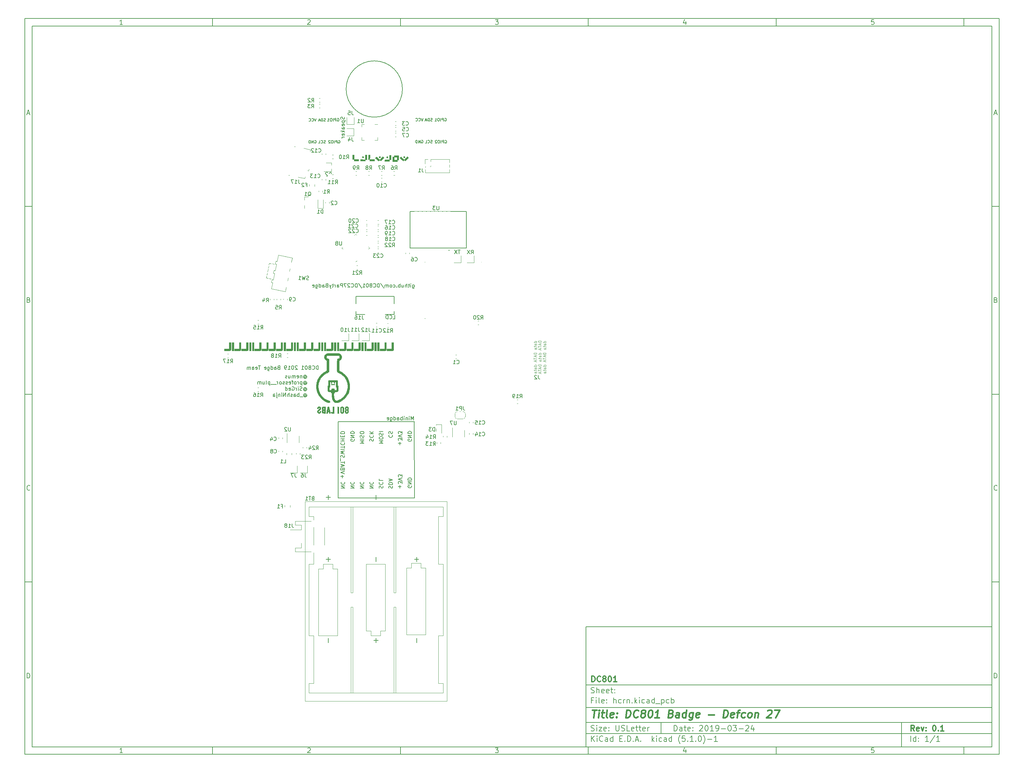
<source format=gbo>
G04 #@! TF.GenerationSoftware,KiCad,Pcbnew,(5.1.0)-1*
G04 #@! TF.CreationDate,2019-04-28T22:44:37-06:00*
G04 #@! TF.ProjectId,hcrn,6863726e-2e6b-4696-9361-645f70636258,0.1*
G04 #@! TF.SameCoordinates,Original*
G04 #@! TF.FileFunction,Legend,Bot*
G04 #@! TF.FilePolarity,Positive*
%FSLAX46Y46*%
G04 Gerber Fmt 4.6, Leading zero omitted, Abs format (unit mm)*
G04 Created by KiCad (PCBNEW (5.1.0)-1) date 2019-04-28 22:44:37*
%MOMM*%
%LPD*%
G04 APERTURE LIST*
%ADD10C,0.100000*%
%ADD11C,0.150000*%
%ADD12C,0.300000*%
%ADD13C,0.400000*%
%ADD14C,0.101600*%
%ADD15C,0.120000*%
%ADD16C,0.010000*%
%ADD17C,0.152400*%
%ADD18C,0.127000*%
%ADD19C,2.900000*%
%ADD20C,0.650000*%
%ADD21C,1.900000*%
%ADD22C,1.400000*%
%ADD23R,2.400000X2.400000*%
%ADD24C,2.400000*%
%ADD25C,3.900000*%
%ADD26C,5.400000*%
%ADD27C,1.120000*%
%ADD28R,2.000000X1.100000*%
%ADD29C,1.600000*%
%ADD30R,1.800000X1.600000*%
%ADD31R,1.800000X2.000000*%
%ADD32R,2.600000X1.600000*%
%ADD33C,1.275000*%
%ADD34R,1.470000X2.200000*%
%ADD35O,1.470000X2.200000*%
%ADD36C,1.375000*%
%ADD37R,1.900000X1.900000*%
%ADD38R,0.654000X1.416000*%
%ADD39R,1.416000X1.746200*%
%ADD40C,1.850000*%
%ADD41C,0.800000*%
%ADD42C,1.600000*%
%ADD43R,1.800000X1.400000*%
%ADD44C,1.650000*%
%ADD45C,1.300000*%
%ADD46R,1.050000X1.460000*%
%ADD47C,4.000000*%
%ADD48C,0.500000*%
%ADD49R,1.400000X1.400000*%
%ADD50O,1.400000X1.400000*%
%ADD51C,2.178000*%
%ADD52R,1.100000X0.850000*%
%ADD53C,2.127200*%
%ADD54O,2.127200X2.127200*%
%ADD55R,2.127200X2.127200*%
%ADD56R,0.900000X0.900000*%
%ADD57C,0.254000*%
G04 APERTURE END LIST*
D10*
D11*
X159400000Y-171900000D02*
X159400000Y-203900000D01*
X267400000Y-203900000D01*
X267400000Y-171900000D01*
X159400000Y-171900000D01*
D10*
D11*
X10000000Y-10000000D02*
X10000000Y-205900000D01*
X269400000Y-205900000D01*
X269400000Y-10000000D01*
X10000000Y-10000000D01*
D10*
D11*
X12000000Y-12000000D02*
X12000000Y-203900000D01*
X267400000Y-203900000D01*
X267400000Y-12000000D01*
X12000000Y-12000000D01*
D10*
D11*
X60000000Y-12000000D02*
X60000000Y-10000000D01*
D10*
D11*
X110000000Y-12000000D02*
X110000000Y-10000000D01*
D10*
D11*
X160000000Y-12000000D02*
X160000000Y-10000000D01*
D10*
D11*
X210000000Y-12000000D02*
X210000000Y-10000000D01*
D10*
D11*
X260000000Y-12000000D02*
X260000000Y-10000000D01*
D10*
D11*
X36065476Y-11588095D02*
X35322619Y-11588095D01*
X35694047Y-11588095D02*
X35694047Y-10288095D01*
X35570238Y-10473809D01*
X35446428Y-10597619D01*
X35322619Y-10659523D01*
D10*
D11*
X85322619Y-10411904D02*
X85384523Y-10350000D01*
X85508333Y-10288095D01*
X85817857Y-10288095D01*
X85941666Y-10350000D01*
X86003571Y-10411904D01*
X86065476Y-10535714D01*
X86065476Y-10659523D01*
X86003571Y-10845238D01*
X85260714Y-11588095D01*
X86065476Y-11588095D01*
D10*
D11*
X135260714Y-10288095D02*
X136065476Y-10288095D01*
X135632142Y-10783333D01*
X135817857Y-10783333D01*
X135941666Y-10845238D01*
X136003571Y-10907142D01*
X136065476Y-11030952D01*
X136065476Y-11340476D01*
X136003571Y-11464285D01*
X135941666Y-11526190D01*
X135817857Y-11588095D01*
X135446428Y-11588095D01*
X135322619Y-11526190D01*
X135260714Y-11464285D01*
D10*
D11*
X185941666Y-10721428D02*
X185941666Y-11588095D01*
X185632142Y-10226190D02*
X185322619Y-11154761D01*
X186127380Y-11154761D01*
D10*
D11*
X236003571Y-10288095D02*
X235384523Y-10288095D01*
X235322619Y-10907142D01*
X235384523Y-10845238D01*
X235508333Y-10783333D01*
X235817857Y-10783333D01*
X235941666Y-10845238D01*
X236003571Y-10907142D01*
X236065476Y-11030952D01*
X236065476Y-11340476D01*
X236003571Y-11464285D01*
X235941666Y-11526190D01*
X235817857Y-11588095D01*
X235508333Y-11588095D01*
X235384523Y-11526190D01*
X235322619Y-11464285D01*
D10*
D11*
X60000000Y-203900000D02*
X60000000Y-205900000D01*
D10*
D11*
X110000000Y-203900000D02*
X110000000Y-205900000D01*
D10*
D11*
X160000000Y-203900000D02*
X160000000Y-205900000D01*
D10*
D11*
X210000000Y-203900000D02*
X210000000Y-205900000D01*
D10*
D11*
X260000000Y-203900000D02*
X260000000Y-205900000D01*
D10*
D11*
X36065476Y-205488095D02*
X35322619Y-205488095D01*
X35694047Y-205488095D02*
X35694047Y-204188095D01*
X35570238Y-204373809D01*
X35446428Y-204497619D01*
X35322619Y-204559523D01*
D10*
D11*
X85322619Y-204311904D02*
X85384523Y-204250000D01*
X85508333Y-204188095D01*
X85817857Y-204188095D01*
X85941666Y-204250000D01*
X86003571Y-204311904D01*
X86065476Y-204435714D01*
X86065476Y-204559523D01*
X86003571Y-204745238D01*
X85260714Y-205488095D01*
X86065476Y-205488095D01*
D10*
D11*
X135260714Y-204188095D02*
X136065476Y-204188095D01*
X135632142Y-204683333D01*
X135817857Y-204683333D01*
X135941666Y-204745238D01*
X136003571Y-204807142D01*
X136065476Y-204930952D01*
X136065476Y-205240476D01*
X136003571Y-205364285D01*
X135941666Y-205426190D01*
X135817857Y-205488095D01*
X135446428Y-205488095D01*
X135322619Y-205426190D01*
X135260714Y-205364285D01*
D10*
D11*
X185941666Y-204621428D02*
X185941666Y-205488095D01*
X185632142Y-204126190D02*
X185322619Y-205054761D01*
X186127380Y-205054761D01*
D10*
D11*
X236003571Y-204188095D02*
X235384523Y-204188095D01*
X235322619Y-204807142D01*
X235384523Y-204745238D01*
X235508333Y-204683333D01*
X235817857Y-204683333D01*
X235941666Y-204745238D01*
X236003571Y-204807142D01*
X236065476Y-204930952D01*
X236065476Y-205240476D01*
X236003571Y-205364285D01*
X235941666Y-205426190D01*
X235817857Y-205488095D01*
X235508333Y-205488095D01*
X235384523Y-205426190D01*
X235322619Y-205364285D01*
D10*
D11*
X10000000Y-60000000D02*
X12000000Y-60000000D01*
D10*
D11*
X10000000Y-110000000D02*
X12000000Y-110000000D01*
D10*
D11*
X10000000Y-160000000D02*
X12000000Y-160000000D01*
D10*
D11*
X10690476Y-35216666D02*
X11309523Y-35216666D01*
X10566666Y-35588095D02*
X11000000Y-34288095D01*
X11433333Y-35588095D01*
D10*
D11*
X11092857Y-84907142D02*
X11278571Y-84969047D01*
X11340476Y-85030952D01*
X11402380Y-85154761D01*
X11402380Y-85340476D01*
X11340476Y-85464285D01*
X11278571Y-85526190D01*
X11154761Y-85588095D01*
X10659523Y-85588095D01*
X10659523Y-84288095D01*
X11092857Y-84288095D01*
X11216666Y-84350000D01*
X11278571Y-84411904D01*
X11340476Y-84535714D01*
X11340476Y-84659523D01*
X11278571Y-84783333D01*
X11216666Y-84845238D01*
X11092857Y-84907142D01*
X10659523Y-84907142D01*
D10*
D11*
X11402380Y-135464285D02*
X11340476Y-135526190D01*
X11154761Y-135588095D01*
X11030952Y-135588095D01*
X10845238Y-135526190D01*
X10721428Y-135402380D01*
X10659523Y-135278571D01*
X10597619Y-135030952D01*
X10597619Y-134845238D01*
X10659523Y-134597619D01*
X10721428Y-134473809D01*
X10845238Y-134350000D01*
X11030952Y-134288095D01*
X11154761Y-134288095D01*
X11340476Y-134350000D01*
X11402380Y-134411904D01*
D10*
D11*
X10659523Y-185588095D02*
X10659523Y-184288095D01*
X10969047Y-184288095D01*
X11154761Y-184350000D01*
X11278571Y-184473809D01*
X11340476Y-184597619D01*
X11402380Y-184845238D01*
X11402380Y-185030952D01*
X11340476Y-185278571D01*
X11278571Y-185402380D01*
X11154761Y-185526190D01*
X10969047Y-185588095D01*
X10659523Y-185588095D01*
D10*
D11*
X269400000Y-60000000D02*
X267400000Y-60000000D01*
D10*
D11*
X269400000Y-110000000D02*
X267400000Y-110000000D01*
D10*
D11*
X269400000Y-160000000D02*
X267400000Y-160000000D01*
D10*
D11*
X268090476Y-35216666D02*
X268709523Y-35216666D01*
X267966666Y-35588095D02*
X268400000Y-34288095D01*
X268833333Y-35588095D01*
D10*
D11*
X268492857Y-84907142D02*
X268678571Y-84969047D01*
X268740476Y-85030952D01*
X268802380Y-85154761D01*
X268802380Y-85340476D01*
X268740476Y-85464285D01*
X268678571Y-85526190D01*
X268554761Y-85588095D01*
X268059523Y-85588095D01*
X268059523Y-84288095D01*
X268492857Y-84288095D01*
X268616666Y-84350000D01*
X268678571Y-84411904D01*
X268740476Y-84535714D01*
X268740476Y-84659523D01*
X268678571Y-84783333D01*
X268616666Y-84845238D01*
X268492857Y-84907142D01*
X268059523Y-84907142D01*
D10*
D11*
X268802380Y-135464285D02*
X268740476Y-135526190D01*
X268554761Y-135588095D01*
X268430952Y-135588095D01*
X268245238Y-135526190D01*
X268121428Y-135402380D01*
X268059523Y-135278571D01*
X267997619Y-135030952D01*
X267997619Y-134845238D01*
X268059523Y-134597619D01*
X268121428Y-134473809D01*
X268245238Y-134350000D01*
X268430952Y-134288095D01*
X268554761Y-134288095D01*
X268740476Y-134350000D01*
X268802380Y-134411904D01*
D10*
D11*
X268059523Y-185588095D02*
X268059523Y-184288095D01*
X268369047Y-184288095D01*
X268554761Y-184350000D01*
X268678571Y-184473809D01*
X268740476Y-184597619D01*
X268802380Y-184845238D01*
X268802380Y-185030952D01*
X268740476Y-185278571D01*
X268678571Y-185402380D01*
X268554761Y-185526190D01*
X268369047Y-185588095D01*
X268059523Y-185588095D01*
D10*
D11*
X182832142Y-199678571D02*
X182832142Y-198178571D01*
X183189285Y-198178571D01*
X183403571Y-198250000D01*
X183546428Y-198392857D01*
X183617857Y-198535714D01*
X183689285Y-198821428D01*
X183689285Y-199035714D01*
X183617857Y-199321428D01*
X183546428Y-199464285D01*
X183403571Y-199607142D01*
X183189285Y-199678571D01*
X182832142Y-199678571D01*
X184975000Y-199678571D02*
X184975000Y-198892857D01*
X184903571Y-198750000D01*
X184760714Y-198678571D01*
X184475000Y-198678571D01*
X184332142Y-198750000D01*
X184975000Y-199607142D02*
X184832142Y-199678571D01*
X184475000Y-199678571D01*
X184332142Y-199607142D01*
X184260714Y-199464285D01*
X184260714Y-199321428D01*
X184332142Y-199178571D01*
X184475000Y-199107142D01*
X184832142Y-199107142D01*
X184975000Y-199035714D01*
X185475000Y-198678571D02*
X186046428Y-198678571D01*
X185689285Y-198178571D02*
X185689285Y-199464285D01*
X185760714Y-199607142D01*
X185903571Y-199678571D01*
X186046428Y-199678571D01*
X187117857Y-199607142D02*
X186975000Y-199678571D01*
X186689285Y-199678571D01*
X186546428Y-199607142D01*
X186475000Y-199464285D01*
X186475000Y-198892857D01*
X186546428Y-198750000D01*
X186689285Y-198678571D01*
X186975000Y-198678571D01*
X187117857Y-198750000D01*
X187189285Y-198892857D01*
X187189285Y-199035714D01*
X186475000Y-199178571D01*
X187832142Y-199535714D02*
X187903571Y-199607142D01*
X187832142Y-199678571D01*
X187760714Y-199607142D01*
X187832142Y-199535714D01*
X187832142Y-199678571D01*
X187832142Y-198750000D02*
X187903571Y-198821428D01*
X187832142Y-198892857D01*
X187760714Y-198821428D01*
X187832142Y-198750000D01*
X187832142Y-198892857D01*
X189617857Y-198321428D02*
X189689285Y-198250000D01*
X189832142Y-198178571D01*
X190189285Y-198178571D01*
X190332142Y-198250000D01*
X190403571Y-198321428D01*
X190475000Y-198464285D01*
X190475000Y-198607142D01*
X190403571Y-198821428D01*
X189546428Y-199678571D01*
X190475000Y-199678571D01*
X191403571Y-198178571D02*
X191546428Y-198178571D01*
X191689285Y-198250000D01*
X191760714Y-198321428D01*
X191832142Y-198464285D01*
X191903571Y-198750000D01*
X191903571Y-199107142D01*
X191832142Y-199392857D01*
X191760714Y-199535714D01*
X191689285Y-199607142D01*
X191546428Y-199678571D01*
X191403571Y-199678571D01*
X191260714Y-199607142D01*
X191189285Y-199535714D01*
X191117857Y-199392857D01*
X191046428Y-199107142D01*
X191046428Y-198750000D01*
X191117857Y-198464285D01*
X191189285Y-198321428D01*
X191260714Y-198250000D01*
X191403571Y-198178571D01*
X193332142Y-199678571D02*
X192475000Y-199678571D01*
X192903571Y-199678571D02*
X192903571Y-198178571D01*
X192760714Y-198392857D01*
X192617857Y-198535714D01*
X192475000Y-198607142D01*
X194046428Y-199678571D02*
X194332142Y-199678571D01*
X194475000Y-199607142D01*
X194546428Y-199535714D01*
X194689285Y-199321428D01*
X194760714Y-199035714D01*
X194760714Y-198464285D01*
X194689285Y-198321428D01*
X194617857Y-198250000D01*
X194475000Y-198178571D01*
X194189285Y-198178571D01*
X194046428Y-198250000D01*
X193975000Y-198321428D01*
X193903571Y-198464285D01*
X193903571Y-198821428D01*
X193975000Y-198964285D01*
X194046428Y-199035714D01*
X194189285Y-199107142D01*
X194475000Y-199107142D01*
X194617857Y-199035714D01*
X194689285Y-198964285D01*
X194760714Y-198821428D01*
X195403571Y-199107142D02*
X196546428Y-199107142D01*
X197546428Y-198178571D02*
X197689285Y-198178571D01*
X197832142Y-198250000D01*
X197903571Y-198321428D01*
X197975000Y-198464285D01*
X198046428Y-198750000D01*
X198046428Y-199107142D01*
X197975000Y-199392857D01*
X197903571Y-199535714D01*
X197832142Y-199607142D01*
X197689285Y-199678571D01*
X197546428Y-199678571D01*
X197403571Y-199607142D01*
X197332142Y-199535714D01*
X197260714Y-199392857D01*
X197189285Y-199107142D01*
X197189285Y-198750000D01*
X197260714Y-198464285D01*
X197332142Y-198321428D01*
X197403571Y-198250000D01*
X197546428Y-198178571D01*
X198546428Y-198178571D02*
X199475000Y-198178571D01*
X198975000Y-198750000D01*
X199189285Y-198750000D01*
X199332142Y-198821428D01*
X199403571Y-198892857D01*
X199475000Y-199035714D01*
X199475000Y-199392857D01*
X199403571Y-199535714D01*
X199332142Y-199607142D01*
X199189285Y-199678571D01*
X198760714Y-199678571D01*
X198617857Y-199607142D01*
X198546428Y-199535714D01*
X200117857Y-199107142D02*
X201260714Y-199107142D01*
X201903571Y-198321428D02*
X201975000Y-198250000D01*
X202117857Y-198178571D01*
X202475000Y-198178571D01*
X202617857Y-198250000D01*
X202689285Y-198321428D01*
X202760714Y-198464285D01*
X202760714Y-198607142D01*
X202689285Y-198821428D01*
X201832142Y-199678571D01*
X202760714Y-199678571D01*
X204046428Y-198678571D02*
X204046428Y-199678571D01*
X203689285Y-198107142D02*
X203332142Y-199178571D01*
X204260714Y-199178571D01*
D10*
D11*
X159400000Y-200400000D02*
X267400000Y-200400000D01*
D10*
D11*
X160832142Y-202478571D02*
X160832142Y-200978571D01*
X161689285Y-202478571D02*
X161046428Y-201621428D01*
X161689285Y-200978571D02*
X160832142Y-201835714D01*
X162332142Y-202478571D02*
X162332142Y-201478571D01*
X162332142Y-200978571D02*
X162260714Y-201050000D01*
X162332142Y-201121428D01*
X162403571Y-201050000D01*
X162332142Y-200978571D01*
X162332142Y-201121428D01*
X163903571Y-202335714D02*
X163832142Y-202407142D01*
X163617857Y-202478571D01*
X163475000Y-202478571D01*
X163260714Y-202407142D01*
X163117857Y-202264285D01*
X163046428Y-202121428D01*
X162975000Y-201835714D01*
X162975000Y-201621428D01*
X163046428Y-201335714D01*
X163117857Y-201192857D01*
X163260714Y-201050000D01*
X163475000Y-200978571D01*
X163617857Y-200978571D01*
X163832142Y-201050000D01*
X163903571Y-201121428D01*
X165189285Y-202478571D02*
X165189285Y-201692857D01*
X165117857Y-201550000D01*
X164975000Y-201478571D01*
X164689285Y-201478571D01*
X164546428Y-201550000D01*
X165189285Y-202407142D02*
X165046428Y-202478571D01*
X164689285Y-202478571D01*
X164546428Y-202407142D01*
X164475000Y-202264285D01*
X164475000Y-202121428D01*
X164546428Y-201978571D01*
X164689285Y-201907142D01*
X165046428Y-201907142D01*
X165189285Y-201835714D01*
X166546428Y-202478571D02*
X166546428Y-200978571D01*
X166546428Y-202407142D02*
X166403571Y-202478571D01*
X166117857Y-202478571D01*
X165975000Y-202407142D01*
X165903571Y-202335714D01*
X165832142Y-202192857D01*
X165832142Y-201764285D01*
X165903571Y-201621428D01*
X165975000Y-201550000D01*
X166117857Y-201478571D01*
X166403571Y-201478571D01*
X166546428Y-201550000D01*
X168403571Y-201692857D02*
X168903571Y-201692857D01*
X169117857Y-202478571D02*
X168403571Y-202478571D01*
X168403571Y-200978571D01*
X169117857Y-200978571D01*
X169760714Y-202335714D02*
X169832142Y-202407142D01*
X169760714Y-202478571D01*
X169689285Y-202407142D01*
X169760714Y-202335714D01*
X169760714Y-202478571D01*
X170475000Y-202478571D02*
X170475000Y-200978571D01*
X170832142Y-200978571D01*
X171046428Y-201050000D01*
X171189285Y-201192857D01*
X171260714Y-201335714D01*
X171332142Y-201621428D01*
X171332142Y-201835714D01*
X171260714Y-202121428D01*
X171189285Y-202264285D01*
X171046428Y-202407142D01*
X170832142Y-202478571D01*
X170475000Y-202478571D01*
X171975000Y-202335714D02*
X172046428Y-202407142D01*
X171975000Y-202478571D01*
X171903571Y-202407142D01*
X171975000Y-202335714D01*
X171975000Y-202478571D01*
X172617857Y-202050000D02*
X173332142Y-202050000D01*
X172475000Y-202478571D02*
X172975000Y-200978571D01*
X173475000Y-202478571D01*
X173975000Y-202335714D02*
X174046428Y-202407142D01*
X173975000Y-202478571D01*
X173903571Y-202407142D01*
X173975000Y-202335714D01*
X173975000Y-202478571D01*
X176975000Y-202478571D02*
X176975000Y-200978571D01*
X177117857Y-201907142D02*
X177546428Y-202478571D01*
X177546428Y-201478571D02*
X176975000Y-202050000D01*
X178189285Y-202478571D02*
X178189285Y-201478571D01*
X178189285Y-200978571D02*
X178117857Y-201050000D01*
X178189285Y-201121428D01*
X178260714Y-201050000D01*
X178189285Y-200978571D01*
X178189285Y-201121428D01*
X179546428Y-202407142D02*
X179403571Y-202478571D01*
X179117857Y-202478571D01*
X178975000Y-202407142D01*
X178903571Y-202335714D01*
X178832142Y-202192857D01*
X178832142Y-201764285D01*
X178903571Y-201621428D01*
X178975000Y-201550000D01*
X179117857Y-201478571D01*
X179403571Y-201478571D01*
X179546428Y-201550000D01*
X180832142Y-202478571D02*
X180832142Y-201692857D01*
X180760714Y-201550000D01*
X180617857Y-201478571D01*
X180332142Y-201478571D01*
X180189285Y-201550000D01*
X180832142Y-202407142D02*
X180689285Y-202478571D01*
X180332142Y-202478571D01*
X180189285Y-202407142D01*
X180117857Y-202264285D01*
X180117857Y-202121428D01*
X180189285Y-201978571D01*
X180332142Y-201907142D01*
X180689285Y-201907142D01*
X180832142Y-201835714D01*
X182189285Y-202478571D02*
X182189285Y-200978571D01*
X182189285Y-202407142D02*
X182046428Y-202478571D01*
X181760714Y-202478571D01*
X181617857Y-202407142D01*
X181546428Y-202335714D01*
X181475000Y-202192857D01*
X181475000Y-201764285D01*
X181546428Y-201621428D01*
X181617857Y-201550000D01*
X181760714Y-201478571D01*
X182046428Y-201478571D01*
X182189285Y-201550000D01*
X184475000Y-203050000D02*
X184403571Y-202978571D01*
X184260714Y-202764285D01*
X184189285Y-202621428D01*
X184117857Y-202407142D01*
X184046428Y-202050000D01*
X184046428Y-201764285D01*
X184117857Y-201407142D01*
X184189285Y-201192857D01*
X184260714Y-201050000D01*
X184403571Y-200835714D01*
X184475000Y-200764285D01*
X185760714Y-200978571D02*
X185046428Y-200978571D01*
X184975000Y-201692857D01*
X185046428Y-201621428D01*
X185189285Y-201550000D01*
X185546428Y-201550000D01*
X185689285Y-201621428D01*
X185760714Y-201692857D01*
X185832142Y-201835714D01*
X185832142Y-202192857D01*
X185760714Y-202335714D01*
X185689285Y-202407142D01*
X185546428Y-202478571D01*
X185189285Y-202478571D01*
X185046428Y-202407142D01*
X184975000Y-202335714D01*
X186475000Y-202335714D02*
X186546428Y-202407142D01*
X186475000Y-202478571D01*
X186403571Y-202407142D01*
X186475000Y-202335714D01*
X186475000Y-202478571D01*
X187975000Y-202478571D02*
X187117857Y-202478571D01*
X187546428Y-202478571D02*
X187546428Y-200978571D01*
X187403571Y-201192857D01*
X187260714Y-201335714D01*
X187117857Y-201407142D01*
X188617857Y-202335714D02*
X188689285Y-202407142D01*
X188617857Y-202478571D01*
X188546428Y-202407142D01*
X188617857Y-202335714D01*
X188617857Y-202478571D01*
X189617857Y-200978571D02*
X189760714Y-200978571D01*
X189903571Y-201050000D01*
X189975000Y-201121428D01*
X190046428Y-201264285D01*
X190117857Y-201550000D01*
X190117857Y-201907142D01*
X190046428Y-202192857D01*
X189975000Y-202335714D01*
X189903571Y-202407142D01*
X189760714Y-202478571D01*
X189617857Y-202478571D01*
X189475000Y-202407142D01*
X189403571Y-202335714D01*
X189332142Y-202192857D01*
X189260714Y-201907142D01*
X189260714Y-201550000D01*
X189332142Y-201264285D01*
X189403571Y-201121428D01*
X189475000Y-201050000D01*
X189617857Y-200978571D01*
X190617857Y-203050000D02*
X190689285Y-202978571D01*
X190832142Y-202764285D01*
X190903571Y-202621428D01*
X190975000Y-202407142D01*
X191046428Y-202050000D01*
X191046428Y-201764285D01*
X190975000Y-201407142D01*
X190903571Y-201192857D01*
X190832142Y-201050000D01*
X190689285Y-200835714D01*
X190617857Y-200764285D01*
X191760714Y-201907142D02*
X192903571Y-201907142D01*
X194403571Y-202478571D02*
X193546428Y-202478571D01*
X193975000Y-202478571D02*
X193975000Y-200978571D01*
X193832142Y-201192857D01*
X193689285Y-201335714D01*
X193546428Y-201407142D01*
D10*
D11*
X159400000Y-197400000D02*
X267400000Y-197400000D01*
D10*
D12*
X246809285Y-199678571D02*
X246309285Y-198964285D01*
X245952142Y-199678571D02*
X245952142Y-198178571D01*
X246523571Y-198178571D01*
X246666428Y-198250000D01*
X246737857Y-198321428D01*
X246809285Y-198464285D01*
X246809285Y-198678571D01*
X246737857Y-198821428D01*
X246666428Y-198892857D01*
X246523571Y-198964285D01*
X245952142Y-198964285D01*
X248023571Y-199607142D02*
X247880714Y-199678571D01*
X247595000Y-199678571D01*
X247452142Y-199607142D01*
X247380714Y-199464285D01*
X247380714Y-198892857D01*
X247452142Y-198750000D01*
X247595000Y-198678571D01*
X247880714Y-198678571D01*
X248023571Y-198750000D01*
X248095000Y-198892857D01*
X248095000Y-199035714D01*
X247380714Y-199178571D01*
X248595000Y-198678571D02*
X248952142Y-199678571D01*
X249309285Y-198678571D01*
X249880714Y-199535714D02*
X249952142Y-199607142D01*
X249880714Y-199678571D01*
X249809285Y-199607142D01*
X249880714Y-199535714D01*
X249880714Y-199678571D01*
X249880714Y-198750000D02*
X249952142Y-198821428D01*
X249880714Y-198892857D01*
X249809285Y-198821428D01*
X249880714Y-198750000D01*
X249880714Y-198892857D01*
X252023571Y-198178571D02*
X252166428Y-198178571D01*
X252309285Y-198250000D01*
X252380714Y-198321428D01*
X252452142Y-198464285D01*
X252523571Y-198750000D01*
X252523571Y-199107142D01*
X252452142Y-199392857D01*
X252380714Y-199535714D01*
X252309285Y-199607142D01*
X252166428Y-199678571D01*
X252023571Y-199678571D01*
X251880714Y-199607142D01*
X251809285Y-199535714D01*
X251737857Y-199392857D01*
X251666428Y-199107142D01*
X251666428Y-198750000D01*
X251737857Y-198464285D01*
X251809285Y-198321428D01*
X251880714Y-198250000D01*
X252023571Y-198178571D01*
X253166428Y-199535714D02*
X253237857Y-199607142D01*
X253166428Y-199678571D01*
X253095000Y-199607142D01*
X253166428Y-199535714D01*
X253166428Y-199678571D01*
X254666428Y-199678571D02*
X253809285Y-199678571D01*
X254237857Y-199678571D02*
X254237857Y-198178571D01*
X254095000Y-198392857D01*
X253952142Y-198535714D01*
X253809285Y-198607142D01*
D10*
D11*
X160760714Y-199607142D02*
X160975000Y-199678571D01*
X161332142Y-199678571D01*
X161475000Y-199607142D01*
X161546428Y-199535714D01*
X161617857Y-199392857D01*
X161617857Y-199250000D01*
X161546428Y-199107142D01*
X161475000Y-199035714D01*
X161332142Y-198964285D01*
X161046428Y-198892857D01*
X160903571Y-198821428D01*
X160832142Y-198750000D01*
X160760714Y-198607142D01*
X160760714Y-198464285D01*
X160832142Y-198321428D01*
X160903571Y-198250000D01*
X161046428Y-198178571D01*
X161403571Y-198178571D01*
X161617857Y-198250000D01*
X162260714Y-199678571D02*
X162260714Y-198678571D01*
X162260714Y-198178571D02*
X162189285Y-198250000D01*
X162260714Y-198321428D01*
X162332142Y-198250000D01*
X162260714Y-198178571D01*
X162260714Y-198321428D01*
X162832142Y-198678571D02*
X163617857Y-198678571D01*
X162832142Y-199678571D01*
X163617857Y-199678571D01*
X164760714Y-199607142D02*
X164617857Y-199678571D01*
X164332142Y-199678571D01*
X164189285Y-199607142D01*
X164117857Y-199464285D01*
X164117857Y-198892857D01*
X164189285Y-198750000D01*
X164332142Y-198678571D01*
X164617857Y-198678571D01*
X164760714Y-198750000D01*
X164832142Y-198892857D01*
X164832142Y-199035714D01*
X164117857Y-199178571D01*
X165475000Y-199535714D02*
X165546428Y-199607142D01*
X165475000Y-199678571D01*
X165403571Y-199607142D01*
X165475000Y-199535714D01*
X165475000Y-199678571D01*
X165475000Y-198750000D02*
X165546428Y-198821428D01*
X165475000Y-198892857D01*
X165403571Y-198821428D01*
X165475000Y-198750000D01*
X165475000Y-198892857D01*
X167332142Y-198178571D02*
X167332142Y-199392857D01*
X167403571Y-199535714D01*
X167475000Y-199607142D01*
X167617857Y-199678571D01*
X167903571Y-199678571D01*
X168046428Y-199607142D01*
X168117857Y-199535714D01*
X168189285Y-199392857D01*
X168189285Y-198178571D01*
X168832142Y-199607142D02*
X169046428Y-199678571D01*
X169403571Y-199678571D01*
X169546428Y-199607142D01*
X169617857Y-199535714D01*
X169689285Y-199392857D01*
X169689285Y-199250000D01*
X169617857Y-199107142D01*
X169546428Y-199035714D01*
X169403571Y-198964285D01*
X169117857Y-198892857D01*
X168975000Y-198821428D01*
X168903571Y-198750000D01*
X168832142Y-198607142D01*
X168832142Y-198464285D01*
X168903571Y-198321428D01*
X168975000Y-198250000D01*
X169117857Y-198178571D01*
X169475000Y-198178571D01*
X169689285Y-198250000D01*
X171046428Y-199678571D02*
X170332142Y-199678571D01*
X170332142Y-198178571D01*
X172117857Y-199607142D02*
X171975000Y-199678571D01*
X171689285Y-199678571D01*
X171546428Y-199607142D01*
X171475000Y-199464285D01*
X171475000Y-198892857D01*
X171546428Y-198750000D01*
X171689285Y-198678571D01*
X171975000Y-198678571D01*
X172117857Y-198750000D01*
X172189285Y-198892857D01*
X172189285Y-199035714D01*
X171475000Y-199178571D01*
X172617857Y-198678571D02*
X173189285Y-198678571D01*
X172832142Y-198178571D02*
X172832142Y-199464285D01*
X172903571Y-199607142D01*
X173046428Y-199678571D01*
X173189285Y-199678571D01*
X173475000Y-198678571D02*
X174046428Y-198678571D01*
X173689285Y-198178571D02*
X173689285Y-199464285D01*
X173760714Y-199607142D01*
X173903571Y-199678571D01*
X174046428Y-199678571D01*
X175117857Y-199607142D02*
X174975000Y-199678571D01*
X174689285Y-199678571D01*
X174546428Y-199607142D01*
X174475000Y-199464285D01*
X174475000Y-198892857D01*
X174546428Y-198750000D01*
X174689285Y-198678571D01*
X174975000Y-198678571D01*
X175117857Y-198750000D01*
X175189285Y-198892857D01*
X175189285Y-199035714D01*
X174475000Y-199178571D01*
X175832142Y-199678571D02*
X175832142Y-198678571D01*
X175832142Y-198964285D02*
X175903571Y-198821428D01*
X175975000Y-198750000D01*
X176117857Y-198678571D01*
X176260714Y-198678571D01*
D10*
D11*
X245832142Y-202478571D02*
X245832142Y-200978571D01*
X247189285Y-202478571D02*
X247189285Y-200978571D01*
X247189285Y-202407142D02*
X247046428Y-202478571D01*
X246760714Y-202478571D01*
X246617857Y-202407142D01*
X246546428Y-202335714D01*
X246475000Y-202192857D01*
X246475000Y-201764285D01*
X246546428Y-201621428D01*
X246617857Y-201550000D01*
X246760714Y-201478571D01*
X247046428Y-201478571D01*
X247189285Y-201550000D01*
X247903571Y-202335714D02*
X247975000Y-202407142D01*
X247903571Y-202478571D01*
X247832142Y-202407142D01*
X247903571Y-202335714D01*
X247903571Y-202478571D01*
X247903571Y-201550000D02*
X247975000Y-201621428D01*
X247903571Y-201692857D01*
X247832142Y-201621428D01*
X247903571Y-201550000D01*
X247903571Y-201692857D01*
X250546428Y-202478571D02*
X249689285Y-202478571D01*
X250117857Y-202478571D02*
X250117857Y-200978571D01*
X249975000Y-201192857D01*
X249832142Y-201335714D01*
X249689285Y-201407142D01*
X252260714Y-200907142D02*
X250975000Y-202835714D01*
X253546428Y-202478571D02*
X252689285Y-202478571D01*
X253117857Y-202478571D02*
X253117857Y-200978571D01*
X252975000Y-201192857D01*
X252832142Y-201335714D01*
X252689285Y-201407142D01*
D10*
D11*
X159400000Y-193400000D02*
X267400000Y-193400000D01*
D10*
D13*
X161112380Y-194104761D02*
X162255238Y-194104761D01*
X161433809Y-196104761D02*
X161683809Y-194104761D01*
X162671904Y-196104761D02*
X162838571Y-194771428D01*
X162921904Y-194104761D02*
X162814761Y-194200000D01*
X162898095Y-194295238D01*
X163005238Y-194200000D01*
X162921904Y-194104761D01*
X162898095Y-194295238D01*
X163505238Y-194771428D02*
X164267142Y-194771428D01*
X163874285Y-194104761D02*
X163660000Y-195819047D01*
X163731428Y-196009523D01*
X163910000Y-196104761D01*
X164100476Y-196104761D01*
X165052857Y-196104761D02*
X164874285Y-196009523D01*
X164802857Y-195819047D01*
X165017142Y-194104761D01*
X166588571Y-196009523D02*
X166386190Y-196104761D01*
X166005238Y-196104761D01*
X165826666Y-196009523D01*
X165755238Y-195819047D01*
X165850476Y-195057142D01*
X165969523Y-194866666D01*
X166171904Y-194771428D01*
X166552857Y-194771428D01*
X166731428Y-194866666D01*
X166802857Y-195057142D01*
X166779047Y-195247619D01*
X165802857Y-195438095D01*
X167552857Y-195914285D02*
X167636190Y-196009523D01*
X167529047Y-196104761D01*
X167445714Y-196009523D01*
X167552857Y-195914285D01*
X167529047Y-196104761D01*
X167683809Y-194866666D02*
X167767142Y-194961904D01*
X167660000Y-195057142D01*
X167576666Y-194961904D01*
X167683809Y-194866666D01*
X167660000Y-195057142D01*
X170005238Y-196104761D02*
X170255238Y-194104761D01*
X170731428Y-194104761D01*
X171005238Y-194200000D01*
X171171904Y-194390476D01*
X171243333Y-194580952D01*
X171290952Y-194961904D01*
X171255238Y-195247619D01*
X171112380Y-195628571D01*
X170993333Y-195819047D01*
X170779047Y-196009523D01*
X170481428Y-196104761D01*
X170005238Y-196104761D01*
X173171904Y-195914285D02*
X173064761Y-196009523D01*
X172767142Y-196104761D01*
X172576666Y-196104761D01*
X172302857Y-196009523D01*
X172136190Y-195819047D01*
X172064761Y-195628571D01*
X172017142Y-195247619D01*
X172052857Y-194961904D01*
X172195714Y-194580952D01*
X172314761Y-194390476D01*
X172529047Y-194200000D01*
X172826666Y-194104761D01*
X173017142Y-194104761D01*
X173290952Y-194200000D01*
X173374285Y-194295238D01*
X174433809Y-194961904D02*
X174255238Y-194866666D01*
X174171904Y-194771428D01*
X174100476Y-194580952D01*
X174112380Y-194485714D01*
X174231428Y-194295238D01*
X174338571Y-194200000D01*
X174540952Y-194104761D01*
X174921904Y-194104761D01*
X175100476Y-194200000D01*
X175183809Y-194295238D01*
X175255238Y-194485714D01*
X175243333Y-194580952D01*
X175124285Y-194771428D01*
X175017142Y-194866666D01*
X174814761Y-194961904D01*
X174433809Y-194961904D01*
X174231428Y-195057142D01*
X174124285Y-195152380D01*
X174005238Y-195342857D01*
X173957619Y-195723809D01*
X174029047Y-195914285D01*
X174112380Y-196009523D01*
X174290952Y-196104761D01*
X174671904Y-196104761D01*
X174874285Y-196009523D01*
X174981428Y-195914285D01*
X175100476Y-195723809D01*
X175148095Y-195342857D01*
X175076666Y-195152380D01*
X174993333Y-195057142D01*
X174814761Y-194961904D01*
X176540952Y-194104761D02*
X176731428Y-194104761D01*
X176910000Y-194200000D01*
X176993333Y-194295238D01*
X177064761Y-194485714D01*
X177112380Y-194866666D01*
X177052857Y-195342857D01*
X176910000Y-195723809D01*
X176790952Y-195914285D01*
X176683809Y-196009523D01*
X176481428Y-196104761D01*
X176290952Y-196104761D01*
X176112380Y-196009523D01*
X176029047Y-195914285D01*
X175957619Y-195723809D01*
X175910000Y-195342857D01*
X175969523Y-194866666D01*
X176112380Y-194485714D01*
X176231428Y-194295238D01*
X176338571Y-194200000D01*
X176540952Y-194104761D01*
X178862380Y-196104761D02*
X177719523Y-196104761D01*
X178290952Y-196104761D02*
X178540952Y-194104761D01*
X178314761Y-194390476D01*
X178100476Y-194580952D01*
X177898095Y-194676190D01*
X182040952Y-195057142D02*
X182314761Y-195152380D01*
X182398095Y-195247619D01*
X182469523Y-195438095D01*
X182433809Y-195723809D01*
X182314761Y-195914285D01*
X182207619Y-196009523D01*
X182005238Y-196104761D01*
X181243333Y-196104761D01*
X181493333Y-194104761D01*
X182160000Y-194104761D01*
X182338571Y-194200000D01*
X182421904Y-194295238D01*
X182493333Y-194485714D01*
X182469523Y-194676190D01*
X182350476Y-194866666D01*
X182243333Y-194961904D01*
X182040952Y-195057142D01*
X181374285Y-195057142D01*
X184100476Y-196104761D02*
X184231428Y-195057142D01*
X184160000Y-194866666D01*
X183981428Y-194771428D01*
X183600476Y-194771428D01*
X183398095Y-194866666D01*
X184112380Y-196009523D02*
X183910000Y-196104761D01*
X183433809Y-196104761D01*
X183255238Y-196009523D01*
X183183809Y-195819047D01*
X183207619Y-195628571D01*
X183326666Y-195438095D01*
X183529047Y-195342857D01*
X184005238Y-195342857D01*
X184207619Y-195247619D01*
X185910000Y-196104761D02*
X186160000Y-194104761D01*
X185921904Y-196009523D02*
X185719523Y-196104761D01*
X185338571Y-196104761D01*
X185160000Y-196009523D01*
X185076666Y-195914285D01*
X185005238Y-195723809D01*
X185076666Y-195152380D01*
X185195714Y-194961904D01*
X185302857Y-194866666D01*
X185505238Y-194771428D01*
X185886190Y-194771428D01*
X186064761Y-194866666D01*
X187886190Y-194771428D02*
X187683809Y-196390476D01*
X187564761Y-196580952D01*
X187457619Y-196676190D01*
X187255238Y-196771428D01*
X186969523Y-196771428D01*
X186790952Y-196676190D01*
X187731428Y-196009523D02*
X187529047Y-196104761D01*
X187148095Y-196104761D01*
X186969523Y-196009523D01*
X186886190Y-195914285D01*
X186814761Y-195723809D01*
X186886190Y-195152380D01*
X187005238Y-194961904D01*
X187112380Y-194866666D01*
X187314761Y-194771428D01*
X187695714Y-194771428D01*
X187874285Y-194866666D01*
X189445714Y-196009523D02*
X189243333Y-196104761D01*
X188862380Y-196104761D01*
X188683809Y-196009523D01*
X188612380Y-195819047D01*
X188707619Y-195057142D01*
X188826666Y-194866666D01*
X189029047Y-194771428D01*
X189410000Y-194771428D01*
X189588571Y-194866666D01*
X189660000Y-195057142D01*
X189636190Y-195247619D01*
X188660000Y-195438095D01*
X192005238Y-195342857D02*
X193529047Y-195342857D01*
X195910000Y-196104761D02*
X196160000Y-194104761D01*
X196636190Y-194104761D01*
X196910000Y-194200000D01*
X197076666Y-194390476D01*
X197148095Y-194580952D01*
X197195714Y-194961904D01*
X197160000Y-195247619D01*
X197017142Y-195628571D01*
X196898095Y-195819047D01*
X196683809Y-196009523D01*
X196386190Y-196104761D01*
X195910000Y-196104761D01*
X198683809Y-196009523D02*
X198481428Y-196104761D01*
X198100476Y-196104761D01*
X197921904Y-196009523D01*
X197850476Y-195819047D01*
X197945714Y-195057142D01*
X198064761Y-194866666D01*
X198267142Y-194771428D01*
X198648095Y-194771428D01*
X198826666Y-194866666D01*
X198898095Y-195057142D01*
X198874285Y-195247619D01*
X197898095Y-195438095D01*
X199505238Y-194771428D02*
X200267142Y-194771428D01*
X199624285Y-196104761D02*
X199838571Y-194390476D01*
X199957619Y-194200000D01*
X200160000Y-194104761D01*
X200350476Y-194104761D01*
X201636190Y-196009523D02*
X201433809Y-196104761D01*
X201052857Y-196104761D01*
X200874285Y-196009523D01*
X200790952Y-195914285D01*
X200719523Y-195723809D01*
X200790952Y-195152380D01*
X200910000Y-194961904D01*
X201017142Y-194866666D01*
X201219523Y-194771428D01*
X201600476Y-194771428D01*
X201779047Y-194866666D01*
X202767142Y-196104761D02*
X202588571Y-196009523D01*
X202505238Y-195914285D01*
X202433809Y-195723809D01*
X202505238Y-195152380D01*
X202624285Y-194961904D01*
X202731428Y-194866666D01*
X202933809Y-194771428D01*
X203219523Y-194771428D01*
X203398095Y-194866666D01*
X203481428Y-194961904D01*
X203552857Y-195152380D01*
X203481428Y-195723809D01*
X203362380Y-195914285D01*
X203255238Y-196009523D01*
X203052857Y-196104761D01*
X202767142Y-196104761D01*
X204457619Y-194771428D02*
X204290952Y-196104761D01*
X204433809Y-194961904D02*
X204540952Y-194866666D01*
X204743333Y-194771428D01*
X205029047Y-194771428D01*
X205207619Y-194866666D01*
X205279047Y-195057142D01*
X205148095Y-196104761D01*
X207755238Y-194295238D02*
X207862380Y-194200000D01*
X208064761Y-194104761D01*
X208540952Y-194104761D01*
X208719523Y-194200000D01*
X208802857Y-194295238D01*
X208874285Y-194485714D01*
X208850476Y-194676190D01*
X208719523Y-194961904D01*
X207433809Y-196104761D01*
X208671904Y-196104761D01*
X209588571Y-194104761D02*
X210921904Y-194104761D01*
X209814761Y-196104761D01*
D10*
D11*
X161332142Y-191492857D02*
X160832142Y-191492857D01*
X160832142Y-192278571D02*
X160832142Y-190778571D01*
X161546428Y-190778571D01*
X162117857Y-192278571D02*
X162117857Y-191278571D01*
X162117857Y-190778571D02*
X162046428Y-190850000D01*
X162117857Y-190921428D01*
X162189285Y-190850000D01*
X162117857Y-190778571D01*
X162117857Y-190921428D01*
X163046428Y-192278571D02*
X162903571Y-192207142D01*
X162832142Y-192064285D01*
X162832142Y-190778571D01*
X164189285Y-192207142D02*
X164046428Y-192278571D01*
X163760714Y-192278571D01*
X163617857Y-192207142D01*
X163546428Y-192064285D01*
X163546428Y-191492857D01*
X163617857Y-191350000D01*
X163760714Y-191278571D01*
X164046428Y-191278571D01*
X164189285Y-191350000D01*
X164260714Y-191492857D01*
X164260714Y-191635714D01*
X163546428Y-191778571D01*
X164903571Y-192135714D02*
X164975000Y-192207142D01*
X164903571Y-192278571D01*
X164832142Y-192207142D01*
X164903571Y-192135714D01*
X164903571Y-192278571D01*
X164903571Y-191350000D02*
X164975000Y-191421428D01*
X164903571Y-191492857D01*
X164832142Y-191421428D01*
X164903571Y-191350000D01*
X164903571Y-191492857D01*
X166760714Y-192278571D02*
X166760714Y-190778571D01*
X167403571Y-192278571D02*
X167403571Y-191492857D01*
X167332142Y-191350000D01*
X167189285Y-191278571D01*
X166975000Y-191278571D01*
X166832142Y-191350000D01*
X166760714Y-191421428D01*
X168760714Y-192207142D02*
X168617857Y-192278571D01*
X168332142Y-192278571D01*
X168189285Y-192207142D01*
X168117857Y-192135714D01*
X168046428Y-191992857D01*
X168046428Y-191564285D01*
X168117857Y-191421428D01*
X168189285Y-191350000D01*
X168332142Y-191278571D01*
X168617857Y-191278571D01*
X168760714Y-191350000D01*
X169403571Y-192278571D02*
X169403571Y-191278571D01*
X169403571Y-191564285D02*
X169475000Y-191421428D01*
X169546428Y-191350000D01*
X169689285Y-191278571D01*
X169832142Y-191278571D01*
X170332142Y-191278571D02*
X170332142Y-192278571D01*
X170332142Y-191421428D02*
X170403571Y-191350000D01*
X170546428Y-191278571D01*
X170760714Y-191278571D01*
X170903571Y-191350000D01*
X170975000Y-191492857D01*
X170975000Y-192278571D01*
X171689285Y-192135714D02*
X171760714Y-192207142D01*
X171689285Y-192278571D01*
X171617857Y-192207142D01*
X171689285Y-192135714D01*
X171689285Y-192278571D01*
X172403571Y-192278571D02*
X172403571Y-190778571D01*
X172546428Y-191707142D02*
X172975000Y-192278571D01*
X172975000Y-191278571D02*
X172403571Y-191850000D01*
X173617857Y-192278571D02*
X173617857Y-191278571D01*
X173617857Y-190778571D02*
X173546428Y-190850000D01*
X173617857Y-190921428D01*
X173689285Y-190850000D01*
X173617857Y-190778571D01*
X173617857Y-190921428D01*
X174975000Y-192207142D02*
X174832142Y-192278571D01*
X174546428Y-192278571D01*
X174403571Y-192207142D01*
X174332142Y-192135714D01*
X174260714Y-191992857D01*
X174260714Y-191564285D01*
X174332142Y-191421428D01*
X174403571Y-191350000D01*
X174546428Y-191278571D01*
X174832142Y-191278571D01*
X174975000Y-191350000D01*
X176260714Y-192278571D02*
X176260714Y-191492857D01*
X176189285Y-191350000D01*
X176046428Y-191278571D01*
X175760714Y-191278571D01*
X175617857Y-191350000D01*
X176260714Y-192207142D02*
X176117857Y-192278571D01*
X175760714Y-192278571D01*
X175617857Y-192207142D01*
X175546428Y-192064285D01*
X175546428Y-191921428D01*
X175617857Y-191778571D01*
X175760714Y-191707142D01*
X176117857Y-191707142D01*
X176260714Y-191635714D01*
X177617857Y-192278571D02*
X177617857Y-190778571D01*
X177617857Y-192207142D02*
X177475000Y-192278571D01*
X177189285Y-192278571D01*
X177046428Y-192207142D01*
X176975000Y-192135714D01*
X176903571Y-191992857D01*
X176903571Y-191564285D01*
X176975000Y-191421428D01*
X177046428Y-191350000D01*
X177189285Y-191278571D01*
X177475000Y-191278571D01*
X177617857Y-191350000D01*
X177975000Y-192421428D02*
X179117857Y-192421428D01*
X179475000Y-191278571D02*
X179475000Y-192778571D01*
X179475000Y-191350000D02*
X179617857Y-191278571D01*
X179903571Y-191278571D01*
X180046428Y-191350000D01*
X180117857Y-191421428D01*
X180189285Y-191564285D01*
X180189285Y-191992857D01*
X180117857Y-192135714D01*
X180046428Y-192207142D01*
X179903571Y-192278571D01*
X179617857Y-192278571D01*
X179475000Y-192207142D01*
X181475000Y-192207142D02*
X181332142Y-192278571D01*
X181046428Y-192278571D01*
X180903571Y-192207142D01*
X180832142Y-192135714D01*
X180760714Y-191992857D01*
X180760714Y-191564285D01*
X180832142Y-191421428D01*
X180903571Y-191350000D01*
X181046428Y-191278571D01*
X181332142Y-191278571D01*
X181475000Y-191350000D01*
X182117857Y-192278571D02*
X182117857Y-190778571D01*
X182117857Y-191350000D02*
X182260714Y-191278571D01*
X182546428Y-191278571D01*
X182689285Y-191350000D01*
X182760714Y-191421428D01*
X182832142Y-191564285D01*
X182832142Y-191992857D01*
X182760714Y-192135714D01*
X182689285Y-192207142D01*
X182546428Y-192278571D01*
X182260714Y-192278571D01*
X182117857Y-192207142D01*
D10*
D11*
X159400000Y-187400000D02*
X267400000Y-187400000D01*
D10*
D11*
X160760714Y-189507142D02*
X160975000Y-189578571D01*
X161332142Y-189578571D01*
X161475000Y-189507142D01*
X161546428Y-189435714D01*
X161617857Y-189292857D01*
X161617857Y-189150000D01*
X161546428Y-189007142D01*
X161475000Y-188935714D01*
X161332142Y-188864285D01*
X161046428Y-188792857D01*
X160903571Y-188721428D01*
X160832142Y-188650000D01*
X160760714Y-188507142D01*
X160760714Y-188364285D01*
X160832142Y-188221428D01*
X160903571Y-188150000D01*
X161046428Y-188078571D01*
X161403571Y-188078571D01*
X161617857Y-188150000D01*
X162260714Y-189578571D02*
X162260714Y-188078571D01*
X162903571Y-189578571D02*
X162903571Y-188792857D01*
X162832142Y-188650000D01*
X162689285Y-188578571D01*
X162475000Y-188578571D01*
X162332142Y-188650000D01*
X162260714Y-188721428D01*
X164189285Y-189507142D02*
X164046428Y-189578571D01*
X163760714Y-189578571D01*
X163617857Y-189507142D01*
X163546428Y-189364285D01*
X163546428Y-188792857D01*
X163617857Y-188650000D01*
X163760714Y-188578571D01*
X164046428Y-188578571D01*
X164189285Y-188650000D01*
X164260714Y-188792857D01*
X164260714Y-188935714D01*
X163546428Y-189078571D01*
X165475000Y-189507142D02*
X165332142Y-189578571D01*
X165046428Y-189578571D01*
X164903571Y-189507142D01*
X164832142Y-189364285D01*
X164832142Y-188792857D01*
X164903571Y-188650000D01*
X165046428Y-188578571D01*
X165332142Y-188578571D01*
X165475000Y-188650000D01*
X165546428Y-188792857D01*
X165546428Y-188935714D01*
X164832142Y-189078571D01*
X165975000Y-188578571D02*
X166546428Y-188578571D01*
X166189285Y-188078571D02*
X166189285Y-189364285D01*
X166260714Y-189507142D01*
X166403571Y-189578571D01*
X166546428Y-189578571D01*
X167046428Y-189435714D02*
X167117857Y-189507142D01*
X167046428Y-189578571D01*
X166975000Y-189507142D01*
X167046428Y-189435714D01*
X167046428Y-189578571D01*
X167046428Y-188650000D02*
X167117857Y-188721428D01*
X167046428Y-188792857D01*
X166975000Y-188721428D01*
X167046428Y-188650000D01*
X167046428Y-188792857D01*
D10*
D12*
X160952142Y-186578571D02*
X160952142Y-185078571D01*
X161309285Y-185078571D01*
X161523571Y-185150000D01*
X161666428Y-185292857D01*
X161737857Y-185435714D01*
X161809285Y-185721428D01*
X161809285Y-185935714D01*
X161737857Y-186221428D01*
X161666428Y-186364285D01*
X161523571Y-186507142D01*
X161309285Y-186578571D01*
X160952142Y-186578571D01*
X163309285Y-186435714D02*
X163237857Y-186507142D01*
X163023571Y-186578571D01*
X162880714Y-186578571D01*
X162666428Y-186507142D01*
X162523571Y-186364285D01*
X162452142Y-186221428D01*
X162380714Y-185935714D01*
X162380714Y-185721428D01*
X162452142Y-185435714D01*
X162523571Y-185292857D01*
X162666428Y-185150000D01*
X162880714Y-185078571D01*
X163023571Y-185078571D01*
X163237857Y-185150000D01*
X163309285Y-185221428D01*
X164166428Y-185721428D02*
X164023571Y-185650000D01*
X163952142Y-185578571D01*
X163880714Y-185435714D01*
X163880714Y-185364285D01*
X163952142Y-185221428D01*
X164023571Y-185150000D01*
X164166428Y-185078571D01*
X164452142Y-185078571D01*
X164595000Y-185150000D01*
X164666428Y-185221428D01*
X164737857Y-185364285D01*
X164737857Y-185435714D01*
X164666428Y-185578571D01*
X164595000Y-185650000D01*
X164452142Y-185721428D01*
X164166428Y-185721428D01*
X164023571Y-185792857D01*
X163952142Y-185864285D01*
X163880714Y-186007142D01*
X163880714Y-186292857D01*
X163952142Y-186435714D01*
X164023571Y-186507142D01*
X164166428Y-186578571D01*
X164452142Y-186578571D01*
X164595000Y-186507142D01*
X164666428Y-186435714D01*
X164737857Y-186292857D01*
X164737857Y-186007142D01*
X164666428Y-185864285D01*
X164595000Y-185792857D01*
X164452142Y-185721428D01*
X165666428Y-185078571D02*
X165809285Y-185078571D01*
X165952142Y-185150000D01*
X166023571Y-185221428D01*
X166095000Y-185364285D01*
X166166428Y-185650000D01*
X166166428Y-186007142D01*
X166095000Y-186292857D01*
X166023571Y-186435714D01*
X165952142Y-186507142D01*
X165809285Y-186578571D01*
X165666428Y-186578571D01*
X165523571Y-186507142D01*
X165452142Y-186435714D01*
X165380714Y-186292857D01*
X165309285Y-186007142D01*
X165309285Y-185650000D01*
X165380714Y-185364285D01*
X165452142Y-185221428D01*
X165523571Y-185150000D01*
X165666428Y-185078571D01*
X167595000Y-186578571D02*
X166737857Y-186578571D01*
X167166428Y-186578571D02*
X167166428Y-185078571D01*
X167023571Y-185292857D01*
X166880714Y-185435714D01*
X166737857Y-185507142D01*
D10*
D11*
X179400000Y-197400000D02*
X179400000Y-200400000D01*
D10*
D11*
X243400000Y-197400000D02*
X243400000Y-203900000D01*
D14*
X146230114Y-96239285D02*
X145468114Y-96239285D01*
X146193828Y-96239285D02*
X146230114Y-96166714D01*
X146230114Y-96021571D01*
X146193828Y-95949000D01*
X146157542Y-95912714D01*
X146084971Y-95876428D01*
X145867257Y-95876428D01*
X145794685Y-95912714D01*
X145758400Y-95949000D01*
X145722114Y-96021571D01*
X145722114Y-96166714D01*
X145758400Y-96239285D01*
X146230114Y-96928714D02*
X145830971Y-96928714D01*
X145758400Y-96892428D01*
X145722114Y-96819857D01*
X145722114Y-96674714D01*
X145758400Y-96602142D01*
X146193828Y-96928714D02*
X146230114Y-96856142D01*
X146230114Y-96674714D01*
X146193828Y-96602142D01*
X146121257Y-96565857D01*
X146048685Y-96565857D01*
X145976114Y-96602142D01*
X145939828Y-96674714D01*
X145939828Y-96856142D01*
X145903542Y-96928714D01*
X145722114Y-97182714D02*
X145722114Y-97473000D01*
X145468114Y-97291571D02*
X146121257Y-97291571D01*
X146193828Y-97327857D01*
X146230114Y-97400428D01*
X146230114Y-97473000D01*
X146230114Y-98053571D02*
X145830971Y-98053571D01*
X145758400Y-98017285D01*
X145722114Y-97944714D01*
X145722114Y-97799571D01*
X145758400Y-97727000D01*
X146193828Y-98053571D02*
X146230114Y-97981000D01*
X146230114Y-97799571D01*
X146193828Y-97727000D01*
X146121257Y-97690714D01*
X146048685Y-97690714D01*
X145976114Y-97727000D01*
X145939828Y-97799571D01*
X145939828Y-97981000D01*
X145903542Y-98053571D01*
X146230114Y-98997000D02*
X145468114Y-98997000D01*
X145468114Y-99178428D01*
X145504400Y-99287285D01*
X145576971Y-99359857D01*
X145649542Y-99396142D01*
X145794685Y-99432428D01*
X145903542Y-99432428D01*
X146048685Y-99396142D01*
X146121257Y-99359857D01*
X146193828Y-99287285D01*
X146230114Y-99178428D01*
X146230114Y-98997000D01*
X146012400Y-99722714D02*
X146012400Y-100085571D01*
X146230114Y-99650142D02*
X145468114Y-99904142D01*
X146230114Y-100158142D01*
X145468114Y-100303285D02*
X145468114Y-100738714D01*
X146230114Y-100521000D02*
X145468114Y-100521000D01*
X146012400Y-100956428D02*
X146012400Y-101319285D01*
X146230114Y-100883857D02*
X145468114Y-101137857D01*
X146230114Y-101391857D01*
X146230114Y-102553000D02*
X145468114Y-102553000D01*
X146193828Y-102553000D02*
X146230114Y-102480428D01*
X146230114Y-102335285D01*
X146193828Y-102262714D01*
X146157542Y-102226428D01*
X146084971Y-102190142D01*
X145867257Y-102190142D01*
X145794685Y-102226428D01*
X145758400Y-102262714D01*
X145722114Y-102335285D01*
X145722114Y-102480428D01*
X145758400Y-102553000D01*
X146230114Y-103242428D02*
X145830971Y-103242428D01*
X145758400Y-103206142D01*
X145722114Y-103133571D01*
X145722114Y-102988428D01*
X145758400Y-102915857D01*
X146193828Y-103242428D02*
X146230114Y-103169857D01*
X146230114Y-102988428D01*
X146193828Y-102915857D01*
X146121257Y-102879571D01*
X146048685Y-102879571D01*
X145976114Y-102915857D01*
X145939828Y-102988428D01*
X145939828Y-103169857D01*
X145903542Y-103242428D01*
X145722114Y-103496428D02*
X145722114Y-103786714D01*
X145468114Y-103605285D02*
X146121257Y-103605285D01*
X146193828Y-103641571D01*
X146230114Y-103714142D01*
X146230114Y-103786714D01*
X146230114Y-104367285D02*
X145830971Y-104367285D01*
X145758400Y-104331000D01*
X145722114Y-104258428D01*
X145722114Y-104113285D01*
X145758400Y-104040714D01*
X146193828Y-104367285D02*
X146230114Y-104294714D01*
X146230114Y-104113285D01*
X146193828Y-104040714D01*
X146121257Y-104004428D01*
X146048685Y-104004428D01*
X145976114Y-104040714D01*
X145939828Y-104113285D01*
X145939828Y-104294714D01*
X145903542Y-104367285D01*
X147474714Y-95840142D02*
X146712714Y-95840142D01*
X146712714Y-96021571D01*
X146749000Y-96130428D01*
X146821571Y-96203000D01*
X146894142Y-96239285D01*
X147039285Y-96275571D01*
X147148142Y-96275571D01*
X147293285Y-96239285D01*
X147365857Y-96203000D01*
X147438428Y-96130428D01*
X147474714Y-96021571D01*
X147474714Y-95840142D01*
X147257000Y-96565857D02*
X147257000Y-96928714D01*
X147474714Y-96493285D02*
X146712714Y-96747285D01*
X147474714Y-97001285D01*
X146712714Y-97146428D02*
X146712714Y-97581857D01*
X147474714Y-97364142D02*
X146712714Y-97364142D01*
X147257000Y-97799571D02*
X147257000Y-98162428D01*
X147474714Y-97727000D02*
X146712714Y-97981000D01*
X147474714Y-98235000D01*
X147474714Y-99396142D02*
X146712714Y-99396142D01*
X147438428Y-99396142D02*
X147474714Y-99323571D01*
X147474714Y-99178428D01*
X147438428Y-99105857D01*
X147402142Y-99069571D01*
X147329571Y-99033285D01*
X147111857Y-99033285D01*
X147039285Y-99069571D01*
X147003000Y-99105857D01*
X146966714Y-99178428D01*
X146966714Y-99323571D01*
X147003000Y-99396142D01*
X147474714Y-100085571D02*
X147075571Y-100085571D01*
X147003000Y-100049285D01*
X146966714Y-99976714D01*
X146966714Y-99831571D01*
X147003000Y-99759000D01*
X147438428Y-100085571D02*
X147474714Y-100013000D01*
X147474714Y-99831571D01*
X147438428Y-99759000D01*
X147365857Y-99722714D01*
X147293285Y-99722714D01*
X147220714Y-99759000D01*
X147184428Y-99831571D01*
X147184428Y-100013000D01*
X147148142Y-100085571D01*
X146966714Y-100339571D02*
X146966714Y-100629857D01*
X146712714Y-100448428D02*
X147365857Y-100448428D01*
X147438428Y-100484714D01*
X147474714Y-100557285D01*
X147474714Y-100629857D01*
X147474714Y-101210428D02*
X147075571Y-101210428D01*
X147003000Y-101174142D01*
X146966714Y-101101571D01*
X146966714Y-100956428D01*
X147003000Y-100883857D01*
X147438428Y-101210428D02*
X147474714Y-101137857D01*
X147474714Y-100956428D01*
X147438428Y-100883857D01*
X147365857Y-100847571D01*
X147293285Y-100847571D01*
X147220714Y-100883857D01*
X147184428Y-100956428D01*
X147184428Y-101137857D01*
X147148142Y-101210428D01*
X147474714Y-102153857D02*
X146712714Y-102153857D01*
X146712714Y-102335285D01*
X146749000Y-102444142D01*
X146821571Y-102516714D01*
X146894142Y-102553000D01*
X147039285Y-102589285D01*
X147148142Y-102589285D01*
X147293285Y-102553000D01*
X147365857Y-102516714D01*
X147438428Y-102444142D01*
X147474714Y-102335285D01*
X147474714Y-102153857D01*
X147257000Y-102879571D02*
X147257000Y-103242428D01*
X147474714Y-102807000D02*
X146712714Y-103061000D01*
X147474714Y-103315000D01*
X146712714Y-103460142D02*
X146712714Y-103895571D01*
X147474714Y-103677857D02*
X146712714Y-103677857D01*
X147257000Y-104113285D02*
X147257000Y-104476142D01*
X147474714Y-104040714D02*
X146712714Y-104294714D01*
X147474714Y-104548714D01*
X148719314Y-96239285D02*
X147957314Y-96239285D01*
X148683028Y-96239285D02*
X148719314Y-96166714D01*
X148719314Y-96021571D01*
X148683028Y-95949000D01*
X148646742Y-95912714D01*
X148574171Y-95876428D01*
X148356457Y-95876428D01*
X148283885Y-95912714D01*
X148247600Y-95949000D01*
X148211314Y-96021571D01*
X148211314Y-96166714D01*
X148247600Y-96239285D01*
X148719314Y-96928714D02*
X148320171Y-96928714D01*
X148247600Y-96892428D01*
X148211314Y-96819857D01*
X148211314Y-96674714D01*
X148247600Y-96602142D01*
X148683028Y-96928714D02*
X148719314Y-96856142D01*
X148719314Y-96674714D01*
X148683028Y-96602142D01*
X148610457Y-96565857D01*
X148537885Y-96565857D01*
X148465314Y-96602142D01*
X148429028Y-96674714D01*
X148429028Y-96856142D01*
X148392742Y-96928714D01*
X148211314Y-97182714D02*
X148211314Y-97473000D01*
X147957314Y-97291571D02*
X148610457Y-97291571D01*
X148683028Y-97327857D01*
X148719314Y-97400428D01*
X148719314Y-97473000D01*
X148719314Y-98053571D02*
X148320171Y-98053571D01*
X148247600Y-98017285D01*
X148211314Y-97944714D01*
X148211314Y-97799571D01*
X148247600Y-97727000D01*
X148683028Y-98053571D02*
X148719314Y-97981000D01*
X148719314Y-97799571D01*
X148683028Y-97727000D01*
X148610457Y-97690714D01*
X148537885Y-97690714D01*
X148465314Y-97727000D01*
X148429028Y-97799571D01*
X148429028Y-97981000D01*
X148392742Y-98053571D01*
X148719314Y-98997000D02*
X147957314Y-98997000D01*
X147957314Y-99178428D01*
X147993600Y-99287285D01*
X148066171Y-99359857D01*
X148138742Y-99396142D01*
X148283885Y-99432428D01*
X148392742Y-99432428D01*
X148537885Y-99396142D01*
X148610457Y-99359857D01*
X148683028Y-99287285D01*
X148719314Y-99178428D01*
X148719314Y-98997000D01*
X148501600Y-99722714D02*
X148501600Y-100085571D01*
X148719314Y-99650142D02*
X147957314Y-99904142D01*
X148719314Y-100158142D01*
X147957314Y-100303285D02*
X147957314Y-100738714D01*
X148719314Y-100521000D02*
X147957314Y-100521000D01*
X148501600Y-100956428D02*
X148501600Y-101319285D01*
X148719314Y-100883857D02*
X147957314Y-101137857D01*
X148719314Y-101391857D01*
X148719314Y-102553000D02*
X147957314Y-102553000D01*
X148683028Y-102553000D02*
X148719314Y-102480428D01*
X148719314Y-102335285D01*
X148683028Y-102262714D01*
X148646742Y-102226428D01*
X148574171Y-102190142D01*
X148356457Y-102190142D01*
X148283885Y-102226428D01*
X148247600Y-102262714D01*
X148211314Y-102335285D01*
X148211314Y-102480428D01*
X148247600Y-102553000D01*
X148719314Y-103242428D02*
X148320171Y-103242428D01*
X148247600Y-103206142D01*
X148211314Y-103133571D01*
X148211314Y-102988428D01*
X148247600Y-102915857D01*
X148683028Y-103242428D02*
X148719314Y-103169857D01*
X148719314Y-102988428D01*
X148683028Y-102915857D01*
X148610457Y-102879571D01*
X148537885Y-102879571D01*
X148465314Y-102915857D01*
X148429028Y-102988428D01*
X148429028Y-103169857D01*
X148392742Y-103242428D01*
X148211314Y-103496428D02*
X148211314Y-103786714D01*
X147957314Y-103605285D02*
X148610457Y-103605285D01*
X148683028Y-103641571D01*
X148719314Y-103714142D01*
X148719314Y-103786714D01*
X148719314Y-104367285D02*
X148320171Y-104367285D01*
X148247600Y-104331000D01*
X148211314Y-104258428D01*
X148211314Y-104113285D01*
X148247600Y-104040714D01*
X148683028Y-104367285D02*
X148719314Y-104294714D01*
X148719314Y-104113285D01*
X148683028Y-104040714D01*
X148610457Y-104004428D01*
X148537885Y-104004428D01*
X148465314Y-104040714D01*
X148429028Y-104113285D01*
X148429028Y-104294714D01*
X148392742Y-104367285D01*
D11*
X110550007Y-28750006D02*
G75*
G03X110550007Y-28750006I-7500007J0D01*
G01*
X95084761Y-36228095D02*
X95132380Y-36370952D01*
X95132380Y-36609047D01*
X95084761Y-36704285D01*
X95037142Y-36751904D01*
X94941904Y-36799523D01*
X94846666Y-36799523D01*
X94751428Y-36751904D01*
X94703809Y-36704285D01*
X94656190Y-36609047D01*
X94608571Y-36418571D01*
X94560952Y-36323333D01*
X94513333Y-36275714D01*
X94418095Y-36228095D01*
X94322857Y-36228095D01*
X94227619Y-36275714D01*
X94180000Y-36323333D01*
X94132380Y-36418571D01*
X94132380Y-36656666D01*
X94180000Y-36799523D01*
X94465714Y-37228095D02*
X95465714Y-37228095D01*
X94513333Y-37228095D02*
X94465714Y-37323333D01*
X94465714Y-37513809D01*
X94513333Y-37609047D01*
X94560952Y-37656666D01*
X94656190Y-37704285D01*
X94941904Y-37704285D01*
X95037142Y-37656666D01*
X95084761Y-37609047D01*
X95132380Y-37513809D01*
X95132380Y-37323333D01*
X95084761Y-37228095D01*
X95084761Y-38513809D02*
X95132380Y-38418571D01*
X95132380Y-38228095D01*
X95084761Y-38132857D01*
X94989523Y-38085238D01*
X94608571Y-38085238D01*
X94513333Y-38132857D01*
X94465714Y-38228095D01*
X94465714Y-38418571D01*
X94513333Y-38513809D01*
X94608571Y-38561428D01*
X94703809Y-38561428D01*
X94799047Y-38085238D01*
X95132380Y-39418571D02*
X94608571Y-39418571D01*
X94513333Y-39370952D01*
X94465714Y-39275714D01*
X94465714Y-39085238D01*
X94513333Y-38990000D01*
X95084761Y-39418571D02*
X95132380Y-39323333D01*
X95132380Y-39085238D01*
X95084761Y-38990000D01*
X94989523Y-38942380D01*
X94894285Y-38942380D01*
X94799047Y-38990000D01*
X94751428Y-39085238D01*
X94751428Y-39323333D01*
X94703809Y-39418571D01*
X95132380Y-39894761D02*
X94132380Y-39894761D01*
X94751428Y-39990000D02*
X95132380Y-40275714D01*
X94465714Y-40275714D02*
X94846666Y-39894761D01*
X95084761Y-41085238D02*
X95132380Y-40990000D01*
X95132380Y-40799523D01*
X95084761Y-40704285D01*
X94989523Y-40656666D01*
X94608571Y-40656666D01*
X94513333Y-40704285D01*
X94465714Y-40799523D01*
X94465714Y-40990000D01*
X94513333Y-41085238D01*
X94608571Y-41132857D01*
X94703809Y-41132857D01*
X94799047Y-40656666D01*
X95132380Y-41561428D02*
X94465714Y-41561428D01*
X94656190Y-41561428D02*
X94560952Y-41609047D01*
X94513333Y-41656666D01*
X94465714Y-41751904D01*
X94465714Y-41847142D01*
X128846666Y-72652380D02*
X129180000Y-72176190D01*
X129418095Y-72652380D02*
X129418095Y-71652380D01*
X129037142Y-71652380D01*
X128941904Y-71700000D01*
X128894285Y-71747619D01*
X128846666Y-71842857D01*
X128846666Y-71985714D01*
X128894285Y-72080952D01*
X128941904Y-72128571D01*
X129037142Y-72176190D01*
X129418095Y-72176190D01*
X128513333Y-71652380D02*
X127846666Y-72652380D01*
X127846666Y-71652380D02*
X128513333Y-72652380D01*
X125911904Y-71632380D02*
X125340476Y-71632380D01*
X125626190Y-72632380D02*
X125626190Y-71632380D01*
X125102380Y-71632380D02*
X124435714Y-72632380D01*
X124435714Y-71632380D02*
X125102380Y-72632380D01*
X113500000Y-116892380D02*
X113500000Y-115892380D01*
X113166666Y-116606666D01*
X112833333Y-115892380D01*
X112833333Y-116892380D01*
X112357142Y-116892380D02*
X112357142Y-116225714D01*
X112357142Y-115892380D02*
X112404761Y-115940000D01*
X112357142Y-115987619D01*
X112309523Y-115940000D01*
X112357142Y-115892380D01*
X112357142Y-115987619D01*
X111880952Y-116225714D02*
X111880952Y-116892380D01*
X111880952Y-116320952D02*
X111833333Y-116273333D01*
X111738095Y-116225714D01*
X111595238Y-116225714D01*
X111500000Y-116273333D01*
X111452380Y-116368571D01*
X111452380Y-116892380D01*
X110976190Y-116892380D02*
X110976190Y-116225714D01*
X110976190Y-115892380D02*
X111023809Y-115940000D01*
X110976190Y-115987619D01*
X110928571Y-115940000D01*
X110976190Y-115892380D01*
X110976190Y-115987619D01*
X110500000Y-116892380D02*
X110500000Y-115892380D01*
X110500000Y-116273333D02*
X110404761Y-116225714D01*
X110214285Y-116225714D01*
X110119047Y-116273333D01*
X110071428Y-116320952D01*
X110023809Y-116416190D01*
X110023809Y-116701904D01*
X110071428Y-116797142D01*
X110119047Y-116844761D01*
X110214285Y-116892380D01*
X110404761Y-116892380D01*
X110500000Y-116844761D01*
X109166666Y-116892380D02*
X109166666Y-116368571D01*
X109214285Y-116273333D01*
X109309523Y-116225714D01*
X109500000Y-116225714D01*
X109595238Y-116273333D01*
X109166666Y-116844761D02*
X109261904Y-116892380D01*
X109500000Y-116892380D01*
X109595238Y-116844761D01*
X109642857Y-116749523D01*
X109642857Y-116654285D01*
X109595238Y-116559047D01*
X109500000Y-116511428D01*
X109261904Y-116511428D01*
X109166666Y-116463809D01*
X108261904Y-116892380D02*
X108261904Y-115892380D01*
X108261904Y-116844761D02*
X108357142Y-116892380D01*
X108547619Y-116892380D01*
X108642857Y-116844761D01*
X108690476Y-116797142D01*
X108738095Y-116701904D01*
X108738095Y-116416190D01*
X108690476Y-116320952D01*
X108642857Y-116273333D01*
X108547619Y-116225714D01*
X108357142Y-116225714D01*
X108261904Y-116273333D01*
X107357142Y-116225714D02*
X107357142Y-117035238D01*
X107404761Y-117130476D01*
X107452380Y-117178095D01*
X107547619Y-117225714D01*
X107690476Y-117225714D01*
X107785714Y-117178095D01*
X107357142Y-116844761D02*
X107452380Y-116892380D01*
X107642857Y-116892380D01*
X107738095Y-116844761D01*
X107785714Y-116797142D01*
X107833333Y-116701904D01*
X107833333Y-116416190D01*
X107785714Y-116320952D01*
X107738095Y-116273333D01*
X107642857Y-116225714D01*
X107452380Y-116225714D01*
X107357142Y-116273333D01*
X106500000Y-116844761D02*
X106595238Y-116892380D01*
X106785714Y-116892380D01*
X106880952Y-116844761D01*
X106928571Y-116749523D01*
X106928571Y-116368571D01*
X106880952Y-116273333D01*
X106785714Y-116225714D01*
X106595238Y-116225714D01*
X106500000Y-116273333D01*
X106452380Y-116368571D01*
X106452380Y-116463809D01*
X106928571Y-116559047D01*
X88132380Y-103422380D02*
X88132380Y-102422380D01*
X87894285Y-102422380D01*
X87751428Y-102470000D01*
X87656190Y-102565238D01*
X87608571Y-102660476D01*
X87560952Y-102850952D01*
X87560952Y-102993809D01*
X87608571Y-103184285D01*
X87656190Y-103279523D01*
X87751428Y-103374761D01*
X87894285Y-103422380D01*
X88132380Y-103422380D01*
X86560952Y-103327142D02*
X86608571Y-103374761D01*
X86751428Y-103422380D01*
X86846666Y-103422380D01*
X86989523Y-103374761D01*
X87084761Y-103279523D01*
X87132380Y-103184285D01*
X87180000Y-102993809D01*
X87180000Y-102850952D01*
X87132380Y-102660476D01*
X87084761Y-102565238D01*
X86989523Y-102470000D01*
X86846666Y-102422380D01*
X86751428Y-102422380D01*
X86608571Y-102470000D01*
X86560952Y-102517619D01*
X85989523Y-102850952D02*
X86084761Y-102803333D01*
X86132380Y-102755714D01*
X86180000Y-102660476D01*
X86180000Y-102612857D01*
X86132380Y-102517619D01*
X86084761Y-102470000D01*
X85989523Y-102422380D01*
X85799047Y-102422380D01*
X85703809Y-102470000D01*
X85656190Y-102517619D01*
X85608571Y-102612857D01*
X85608571Y-102660476D01*
X85656190Y-102755714D01*
X85703809Y-102803333D01*
X85799047Y-102850952D01*
X85989523Y-102850952D01*
X86084761Y-102898571D01*
X86132380Y-102946190D01*
X86180000Y-103041428D01*
X86180000Y-103231904D01*
X86132380Y-103327142D01*
X86084761Y-103374761D01*
X85989523Y-103422380D01*
X85799047Y-103422380D01*
X85703809Y-103374761D01*
X85656190Y-103327142D01*
X85608571Y-103231904D01*
X85608571Y-103041428D01*
X85656190Y-102946190D01*
X85703809Y-102898571D01*
X85799047Y-102850952D01*
X84989523Y-102422380D02*
X84894285Y-102422380D01*
X84799047Y-102470000D01*
X84751428Y-102517619D01*
X84703809Y-102612857D01*
X84656190Y-102803333D01*
X84656190Y-103041428D01*
X84703809Y-103231904D01*
X84751428Y-103327142D01*
X84799047Y-103374761D01*
X84894285Y-103422380D01*
X84989523Y-103422380D01*
X85084761Y-103374761D01*
X85132380Y-103327142D01*
X85180000Y-103231904D01*
X85227619Y-103041428D01*
X85227619Y-102803333D01*
X85180000Y-102612857D01*
X85132380Y-102517619D01*
X85084761Y-102470000D01*
X84989523Y-102422380D01*
X83703809Y-103422380D02*
X84275238Y-103422380D01*
X83989523Y-103422380D02*
X83989523Y-102422380D01*
X84084761Y-102565238D01*
X84180000Y-102660476D01*
X84275238Y-102708095D01*
X82560952Y-102517619D02*
X82513333Y-102470000D01*
X82418095Y-102422380D01*
X82180000Y-102422380D01*
X82084761Y-102470000D01*
X82037142Y-102517619D01*
X81989523Y-102612857D01*
X81989523Y-102708095D01*
X82037142Y-102850952D01*
X82608571Y-103422380D01*
X81989523Y-103422380D01*
X81370476Y-102422380D02*
X81275238Y-102422380D01*
X81180000Y-102470000D01*
X81132380Y-102517619D01*
X81084761Y-102612857D01*
X81037142Y-102803333D01*
X81037142Y-103041428D01*
X81084761Y-103231904D01*
X81132380Y-103327142D01*
X81180000Y-103374761D01*
X81275238Y-103422380D01*
X81370476Y-103422380D01*
X81465714Y-103374761D01*
X81513333Y-103327142D01*
X81560952Y-103231904D01*
X81608571Y-103041428D01*
X81608571Y-102803333D01*
X81560952Y-102612857D01*
X81513333Y-102517619D01*
X81465714Y-102470000D01*
X81370476Y-102422380D01*
X80084761Y-103422380D02*
X80656190Y-103422380D01*
X80370476Y-103422380D02*
X80370476Y-102422380D01*
X80465714Y-102565238D01*
X80560952Y-102660476D01*
X80656190Y-102708095D01*
X79608571Y-103422380D02*
X79418095Y-103422380D01*
X79322857Y-103374761D01*
X79275238Y-103327142D01*
X79180000Y-103184285D01*
X79132380Y-102993809D01*
X79132380Y-102612857D01*
X79180000Y-102517619D01*
X79227619Y-102470000D01*
X79322857Y-102422380D01*
X79513333Y-102422380D01*
X79608571Y-102470000D01*
X79656190Y-102517619D01*
X79703809Y-102612857D01*
X79703809Y-102850952D01*
X79656190Y-102946190D01*
X79608571Y-102993809D01*
X79513333Y-103041428D01*
X79322857Y-103041428D01*
X79227619Y-102993809D01*
X79180000Y-102946190D01*
X79132380Y-102850952D01*
X77608571Y-102898571D02*
X77465714Y-102946190D01*
X77418095Y-102993809D01*
X77370476Y-103089047D01*
X77370476Y-103231904D01*
X77418095Y-103327142D01*
X77465714Y-103374761D01*
X77560952Y-103422380D01*
X77941904Y-103422380D01*
X77941904Y-102422380D01*
X77608571Y-102422380D01*
X77513333Y-102470000D01*
X77465714Y-102517619D01*
X77418095Y-102612857D01*
X77418095Y-102708095D01*
X77465714Y-102803333D01*
X77513333Y-102850952D01*
X77608571Y-102898571D01*
X77941904Y-102898571D01*
X76513333Y-103422380D02*
X76513333Y-102898571D01*
X76560952Y-102803333D01*
X76656190Y-102755714D01*
X76846666Y-102755714D01*
X76941904Y-102803333D01*
X76513333Y-103374761D02*
X76608571Y-103422380D01*
X76846666Y-103422380D01*
X76941904Y-103374761D01*
X76989523Y-103279523D01*
X76989523Y-103184285D01*
X76941904Y-103089047D01*
X76846666Y-103041428D01*
X76608571Y-103041428D01*
X76513333Y-102993809D01*
X75608571Y-103422380D02*
X75608571Y-102422380D01*
X75608571Y-103374761D02*
X75703809Y-103422380D01*
X75894285Y-103422380D01*
X75989523Y-103374761D01*
X76037142Y-103327142D01*
X76084761Y-103231904D01*
X76084761Y-102946190D01*
X76037142Y-102850952D01*
X75989523Y-102803333D01*
X75894285Y-102755714D01*
X75703809Y-102755714D01*
X75608571Y-102803333D01*
X74703809Y-102755714D02*
X74703809Y-103565238D01*
X74751428Y-103660476D01*
X74799047Y-103708095D01*
X74894285Y-103755714D01*
X75037142Y-103755714D01*
X75132380Y-103708095D01*
X74703809Y-103374761D02*
X74799047Y-103422380D01*
X74989523Y-103422380D01*
X75084761Y-103374761D01*
X75132380Y-103327142D01*
X75180000Y-103231904D01*
X75180000Y-102946190D01*
X75132380Y-102850952D01*
X75084761Y-102803333D01*
X74989523Y-102755714D01*
X74799047Y-102755714D01*
X74703809Y-102803333D01*
X73846666Y-103374761D02*
X73941904Y-103422380D01*
X74132380Y-103422380D01*
X74227619Y-103374761D01*
X74275238Y-103279523D01*
X74275238Y-102898571D01*
X74227619Y-102803333D01*
X74132380Y-102755714D01*
X73941904Y-102755714D01*
X73846666Y-102803333D01*
X73799047Y-102898571D01*
X73799047Y-102993809D01*
X74275238Y-103089047D01*
X72751428Y-102422380D02*
X72180000Y-102422380D01*
X72465714Y-103422380D02*
X72465714Y-102422380D01*
X71465714Y-103374761D02*
X71560952Y-103422380D01*
X71751428Y-103422380D01*
X71846666Y-103374761D01*
X71894285Y-103279523D01*
X71894285Y-102898571D01*
X71846666Y-102803333D01*
X71751428Y-102755714D01*
X71560952Y-102755714D01*
X71465714Y-102803333D01*
X71418095Y-102898571D01*
X71418095Y-102993809D01*
X71894285Y-103089047D01*
X70560952Y-103422380D02*
X70560952Y-102898571D01*
X70608571Y-102803333D01*
X70703809Y-102755714D01*
X70894285Y-102755714D01*
X70989523Y-102803333D01*
X70560952Y-103374761D02*
X70656190Y-103422380D01*
X70894285Y-103422380D01*
X70989523Y-103374761D01*
X71037142Y-103279523D01*
X71037142Y-103184285D01*
X70989523Y-103089047D01*
X70894285Y-103041428D01*
X70656190Y-103041428D01*
X70560952Y-102993809D01*
X70084761Y-103422380D02*
X70084761Y-102755714D01*
X70084761Y-102850952D02*
X70037142Y-102803333D01*
X69941904Y-102755714D01*
X69799047Y-102755714D01*
X69703809Y-102803333D01*
X69656190Y-102898571D01*
X69656190Y-103422380D01*
X69656190Y-102898571D02*
X69608571Y-102803333D01*
X69513333Y-102755714D01*
X69370476Y-102755714D01*
X69275238Y-102803333D01*
X69227619Y-102898571D01*
X69227619Y-103422380D01*
X84435357Y-105231190D02*
X84482976Y-105183571D01*
X84578214Y-105135952D01*
X84673452Y-105135952D01*
X84768690Y-105183571D01*
X84816309Y-105231190D01*
X84863928Y-105326428D01*
X84863928Y-105421666D01*
X84816309Y-105516904D01*
X84768690Y-105564523D01*
X84673452Y-105612142D01*
X84578214Y-105612142D01*
X84482976Y-105564523D01*
X84435357Y-105516904D01*
X84435357Y-105135952D02*
X84435357Y-105516904D01*
X84387738Y-105564523D01*
X84340119Y-105564523D01*
X84244880Y-105516904D01*
X84197261Y-105421666D01*
X84197261Y-105183571D01*
X84292500Y-105040714D01*
X84435357Y-104945476D01*
X84625833Y-104897857D01*
X84816309Y-104945476D01*
X84959166Y-105040714D01*
X85054404Y-105183571D01*
X85102023Y-105374047D01*
X85054404Y-105564523D01*
X84959166Y-105707380D01*
X84816309Y-105802619D01*
X84625833Y-105850238D01*
X84435357Y-105802619D01*
X84292500Y-105707380D01*
X83768690Y-105040714D02*
X83768690Y-105707380D01*
X83768690Y-105135952D02*
X83721071Y-105088333D01*
X83625833Y-105040714D01*
X83482976Y-105040714D01*
X83387738Y-105088333D01*
X83340119Y-105183571D01*
X83340119Y-105707380D01*
X82482976Y-105659761D02*
X82578214Y-105707380D01*
X82768690Y-105707380D01*
X82863928Y-105659761D01*
X82911547Y-105564523D01*
X82911547Y-105183571D01*
X82863928Y-105088333D01*
X82768690Y-105040714D01*
X82578214Y-105040714D01*
X82482976Y-105088333D01*
X82435357Y-105183571D01*
X82435357Y-105278809D01*
X82911547Y-105374047D01*
X82006785Y-105707380D02*
X82006785Y-105040714D01*
X82006785Y-105135952D02*
X81959166Y-105088333D01*
X81863928Y-105040714D01*
X81721071Y-105040714D01*
X81625833Y-105088333D01*
X81578214Y-105183571D01*
X81578214Y-105707380D01*
X81578214Y-105183571D02*
X81530595Y-105088333D01*
X81435357Y-105040714D01*
X81292500Y-105040714D01*
X81197261Y-105088333D01*
X81149642Y-105183571D01*
X81149642Y-105707380D01*
X80244880Y-105040714D02*
X80244880Y-105707380D01*
X80673452Y-105040714D02*
X80673452Y-105564523D01*
X80625833Y-105659761D01*
X80530595Y-105707380D01*
X80387738Y-105707380D01*
X80292500Y-105659761D01*
X80244880Y-105612142D01*
X79816309Y-105659761D02*
X79721071Y-105707380D01*
X79530595Y-105707380D01*
X79435357Y-105659761D01*
X79387738Y-105564523D01*
X79387738Y-105516904D01*
X79435357Y-105421666D01*
X79530595Y-105374047D01*
X79673452Y-105374047D01*
X79768690Y-105326428D01*
X79816309Y-105231190D01*
X79816309Y-105183571D01*
X79768690Y-105088333D01*
X79673452Y-105040714D01*
X79530595Y-105040714D01*
X79435357Y-105088333D01*
X84435357Y-106881190D02*
X84482976Y-106833571D01*
X84578214Y-106785952D01*
X84673452Y-106785952D01*
X84768690Y-106833571D01*
X84816309Y-106881190D01*
X84863928Y-106976428D01*
X84863928Y-107071666D01*
X84816309Y-107166904D01*
X84768690Y-107214523D01*
X84673452Y-107262142D01*
X84578214Y-107262142D01*
X84482976Y-107214523D01*
X84435357Y-107166904D01*
X84435357Y-106785952D02*
X84435357Y-107166904D01*
X84387738Y-107214523D01*
X84340119Y-107214523D01*
X84244880Y-107166904D01*
X84197261Y-107071666D01*
X84197261Y-106833571D01*
X84292500Y-106690714D01*
X84435357Y-106595476D01*
X84625833Y-106547857D01*
X84816309Y-106595476D01*
X84959166Y-106690714D01*
X85054404Y-106833571D01*
X85102023Y-107024047D01*
X85054404Y-107214523D01*
X84959166Y-107357380D01*
X84816309Y-107452619D01*
X84625833Y-107500238D01*
X84435357Y-107452619D01*
X84292500Y-107357380D01*
X83768690Y-106690714D02*
X83768690Y-107690714D01*
X83768690Y-106738333D02*
X83673452Y-106690714D01*
X83482976Y-106690714D01*
X83387738Y-106738333D01*
X83340119Y-106785952D01*
X83292500Y-106881190D01*
X83292500Y-107166904D01*
X83340119Y-107262142D01*
X83387738Y-107309761D01*
X83482976Y-107357380D01*
X83673452Y-107357380D01*
X83768690Y-107309761D01*
X82863928Y-107357380D02*
X82863928Y-106690714D01*
X82863928Y-106881190D02*
X82816309Y-106785952D01*
X82768690Y-106738333D01*
X82673452Y-106690714D01*
X82578214Y-106690714D01*
X82102023Y-107357380D02*
X82197261Y-107309761D01*
X82244880Y-107262142D01*
X82292500Y-107166904D01*
X82292500Y-106881190D01*
X82244880Y-106785952D01*
X82197261Y-106738333D01*
X82102023Y-106690714D01*
X81959166Y-106690714D01*
X81863928Y-106738333D01*
X81816309Y-106785952D01*
X81768690Y-106881190D01*
X81768690Y-107166904D01*
X81816309Y-107262142D01*
X81863928Y-107309761D01*
X81959166Y-107357380D01*
X82102023Y-107357380D01*
X81482976Y-106690714D02*
X81102023Y-106690714D01*
X81340119Y-107357380D02*
X81340119Y-106500238D01*
X81292500Y-106405000D01*
X81197261Y-106357380D01*
X81102023Y-106357380D01*
X80387738Y-107309761D02*
X80482976Y-107357380D01*
X80673452Y-107357380D01*
X80768690Y-107309761D01*
X80816309Y-107214523D01*
X80816309Y-106833571D01*
X80768690Y-106738333D01*
X80673452Y-106690714D01*
X80482976Y-106690714D01*
X80387738Y-106738333D01*
X80340119Y-106833571D01*
X80340119Y-106928809D01*
X80816309Y-107024047D01*
X79959166Y-107309761D02*
X79863928Y-107357380D01*
X79673452Y-107357380D01*
X79578214Y-107309761D01*
X79530595Y-107214523D01*
X79530595Y-107166904D01*
X79578214Y-107071666D01*
X79673452Y-107024047D01*
X79816309Y-107024047D01*
X79911547Y-106976428D01*
X79959166Y-106881190D01*
X79959166Y-106833571D01*
X79911547Y-106738333D01*
X79816309Y-106690714D01*
X79673452Y-106690714D01*
X79578214Y-106738333D01*
X79149642Y-107309761D02*
X79054404Y-107357380D01*
X78863928Y-107357380D01*
X78768690Y-107309761D01*
X78721071Y-107214523D01*
X78721071Y-107166904D01*
X78768690Y-107071666D01*
X78863928Y-107024047D01*
X79006785Y-107024047D01*
X79102023Y-106976428D01*
X79149642Y-106881190D01*
X79149642Y-106833571D01*
X79102023Y-106738333D01*
X79006785Y-106690714D01*
X78863928Y-106690714D01*
X78768690Y-106738333D01*
X78149642Y-107357380D02*
X78244880Y-107309761D01*
X78292500Y-107262142D01*
X78340119Y-107166904D01*
X78340119Y-106881190D01*
X78292500Y-106785952D01*
X78244880Y-106738333D01*
X78149642Y-106690714D01*
X78006785Y-106690714D01*
X77911547Y-106738333D01*
X77863928Y-106785952D01*
X77816309Y-106881190D01*
X77816309Y-107166904D01*
X77863928Y-107262142D01*
X77911547Y-107309761D01*
X78006785Y-107357380D01*
X78149642Y-107357380D01*
X77387738Y-107357380D02*
X77387738Y-106690714D01*
X77387738Y-106881190D02*
X77340119Y-106785952D01*
X77292500Y-106738333D01*
X77197261Y-106690714D01*
X77102023Y-106690714D01*
X77006785Y-107452619D02*
X76244880Y-107452619D01*
X76244880Y-107452619D02*
X75482976Y-107452619D01*
X75244880Y-106690714D02*
X75244880Y-107690714D01*
X75244880Y-106738333D02*
X75149642Y-106690714D01*
X74959166Y-106690714D01*
X74863928Y-106738333D01*
X74816309Y-106785952D01*
X74768690Y-106881190D01*
X74768690Y-107166904D01*
X74816309Y-107262142D01*
X74863928Y-107309761D01*
X74959166Y-107357380D01*
X75149642Y-107357380D01*
X75244880Y-107309761D01*
X74197261Y-107357380D02*
X74292500Y-107309761D01*
X74340119Y-107214523D01*
X74340119Y-106357380D01*
X73387738Y-106690714D02*
X73387738Y-107357380D01*
X73816309Y-106690714D02*
X73816309Y-107214523D01*
X73768690Y-107309761D01*
X73673452Y-107357380D01*
X73530595Y-107357380D01*
X73435357Y-107309761D01*
X73387738Y-107262142D01*
X72911547Y-107357380D02*
X72911547Y-106690714D01*
X72911547Y-106785952D02*
X72863928Y-106738333D01*
X72768690Y-106690714D01*
X72625833Y-106690714D01*
X72530595Y-106738333D01*
X72482976Y-106833571D01*
X72482976Y-107357380D01*
X72482976Y-106833571D02*
X72435357Y-106738333D01*
X72340119Y-106690714D01*
X72197261Y-106690714D01*
X72102023Y-106738333D01*
X72054404Y-106833571D01*
X72054404Y-107357380D01*
X84435357Y-108531190D02*
X84482976Y-108483571D01*
X84578214Y-108435952D01*
X84673452Y-108435952D01*
X84768690Y-108483571D01*
X84816309Y-108531190D01*
X84863928Y-108626428D01*
X84863928Y-108721666D01*
X84816309Y-108816904D01*
X84768690Y-108864523D01*
X84673452Y-108912142D01*
X84578214Y-108912142D01*
X84482976Y-108864523D01*
X84435357Y-108816904D01*
X84435357Y-108435952D02*
X84435357Y-108816904D01*
X84387738Y-108864523D01*
X84340119Y-108864523D01*
X84244880Y-108816904D01*
X84197261Y-108721666D01*
X84197261Y-108483571D01*
X84292500Y-108340714D01*
X84435357Y-108245476D01*
X84625833Y-108197857D01*
X84816309Y-108245476D01*
X84959166Y-108340714D01*
X85054404Y-108483571D01*
X85102023Y-108674047D01*
X85054404Y-108864523D01*
X84959166Y-109007380D01*
X84816309Y-109102619D01*
X84625833Y-109150238D01*
X84435357Y-109102619D01*
X84292500Y-109007380D01*
X83816309Y-108959761D02*
X83673452Y-109007380D01*
X83435357Y-109007380D01*
X83340119Y-108959761D01*
X83292500Y-108912142D01*
X83244880Y-108816904D01*
X83244880Y-108721666D01*
X83292500Y-108626428D01*
X83340119Y-108578809D01*
X83435357Y-108531190D01*
X83625833Y-108483571D01*
X83721071Y-108435952D01*
X83768690Y-108388333D01*
X83816309Y-108293095D01*
X83816309Y-108197857D01*
X83768690Y-108102619D01*
X83721071Y-108055000D01*
X83625833Y-108007380D01*
X83387738Y-108007380D01*
X83244880Y-108055000D01*
X82816309Y-109007380D02*
X82816309Y-108340714D01*
X82816309Y-108007380D02*
X82863928Y-108055000D01*
X82816309Y-108102619D01*
X82768690Y-108055000D01*
X82816309Y-108007380D01*
X82816309Y-108102619D01*
X82340119Y-109007380D02*
X82340119Y-108340714D01*
X82340119Y-108531190D02*
X82292500Y-108435952D01*
X82244880Y-108388333D01*
X82149642Y-108340714D01*
X82054404Y-108340714D01*
X81197261Y-108055000D02*
X81292500Y-108007380D01*
X81435357Y-108007380D01*
X81578214Y-108055000D01*
X81673452Y-108150238D01*
X81721071Y-108245476D01*
X81768690Y-108435952D01*
X81768690Y-108578809D01*
X81721071Y-108769285D01*
X81673452Y-108864523D01*
X81578214Y-108959761D01*
X81435357Y-109007380D01*
X81340119Y-109007380D01*
X81197261Y-108959761D01*
X81149642Y-108912142D01*
X81149642Y-108578809D01*
X81340119Y-108578809D01*
X80340119Y-108959761D02*
X80435357Y-109007380D01*
X80625833Y-109007380D01*
X80721071Y-108959761D01*
X80768690Y-108864523D01*
X80768690Y-108483571D01*
X80721071Y-108388333D01*
X80625833Y-108340714D01*
X80435357Y-108340714D01*
X80340119Y-108388333D01*
X80292500Y-108483571D01*
X80292500Y-108578809D01*
X80768690Y-108674047D01*
X79435357Y-109007380D02*
X79435357Y-108007380D01*
X79435357Y-108959761D02*
X79530595Y-109007380D01*
X79721071Y-109007380D01*
X79816309Y-108959761D01*
X79863928Y-108912142D01*
X79911547Y-108816904D01*
X79911547Y-108531190D01*
X79863928Y-108435952D01*
X79816309Y-108388333D01*
X79721071Y-108340714D01*
X79530595Y-108340714D01*
X79435357Y-108388333D01*
X84435357Y-110181190D02*
X84482976Y-110133571D01*
X84578214Y-110085952D01*
X84673452Y-110085952D01*
X84768690Y-110133571D01*
X84816309Y-110181190D01*
X84863928Y-110276428D01*
X84863928Y-110371666D01*
X84816309Y-110466904D01*
X84768690Y-110514523D01*
X84673452Y-110562142D01*
X84578214Y-110562142D01*
X84482976Y-110514523D01*
X84435357Y-110466904D01*
X84435357Y-110085952D02*
X84435357Y-110466904D01*
X84387738Y-110514523D01*
X84340119Y-110514523D01*
X84244880Y-110466904D01*
X84197261Y-110371666D01*
X84197261Y-110133571D01*
X84292500Y-109990714D01*
X84435357Y-109895476D01*
X84625833Y-109847857D01*
X84816309Y-109895476D01*
X84959166Y-109990714D01*
X85054404Y-110133571D01*
X85102023Y-110324047D01*
X85054404Y-110514523D01*
X84959166Y-110657380D01*
X84816309Y-110752619D01*
X84625833Y-110800238D01*
X84435357Y-110752619D01*
X84292500Y-110657380D01*
X84006785Y-110752619D02*
X83244880Y-110752619D01*
X83006785Y-110657380D02*
X83006785Y-109657380D01*
X83006785Y-110038333D02*
X82911547Y-109990714D01*
X82721071Y-109990714D01*
X82625833Y-110038333D01*
X82578214Y-110085952D01*
X82530595Y-110181190D01*
X82530595Y-110466904D01*
X82578214Y-110562142D01*
X82625833Y-110609761D01*
X82721071Y-110657380D01*
X82911547Y-110657380D01*
X83006785Y-110609761D01*
X81673452Y-110657380D02*
X81673452Y-110133571D01*
X81721071Y-110038333D01*
X81816309Y-109990714D01*
X82006785Y-109990714D01*
X82102023Y-110038333D01*
X81673452Y-110609761D02*
X81768690Y-110657380D01*
X82006785Y-110657380D01*
X82102023Y-110609761D01*
X82149642Y-110514523D01*
X82149642Y-110419285D01*
X82102023Y-110324047D01*
X82006785Y-110276428D01*
X81768690Y-110276428D01*
X81673452Y-110228809D01*
X81244880Y-110609761D02*
X81149642Y-110657380D01*
X80959166Y-110657380D01*
X80863928Y-110609761D01*
X80816309Y-110514523D01*
X80816309Y-110466904D01*
X80863928Y-110371666D01*
X80959166Y-110324047D01*
X81102023Y-110324047D01*
X81197261Y-110276428D01*
X81244880Y-110181190D01*
X81244880Y-110133571D01*
X81197261Y-110038333D01*
X81102023Y-109990714D01*
X80959166Y-109990714D01*
X80863928Y-110038333D01*
X80387738Y-110657380D02*
X80387738Y-109657380D01*
X79959166Y-110657380D02*
X79959166Y-110133571D01*
X80006785Y-110038333D01*
X80102023Y-109990714D01*
X80244880Y-109990714D01*
X80340119Y-110038333D01*
X80387738Y-110085952D01*
X79482976Y-110657380D02*
X79482976Y-109657380D01*
X78911547Y-110657380D01*
X78911547Y-109657380D01*
X78435357Y-110657380D02*
X78435357Y-109990714D01*
X78435357Y-109657380D02*
X78482976Y-109705000D01*
X78435357Y-109752619D01*
X78387738Y-109705000D01*
X78435357Y-109657380D01*
X78435357Y-109752619D01*
X77959166Y-109990714D02*
X77959166Y-110657380D01*
X77959166Y-110085952D02*
X77911547Y-110038333D01*
X77816309Y-109990714D01*
X77673452Y-109990714D01*
X77578214Y-110038333D01*
X77530595Y-110133571D01*
X77530595Y-110657380D01*
X77054404Y-109990714D02*
X77054404Y-110847857D01*
X77102023Y-110943095D01*
X77197261Y-110990714D01*
X77244880Y-110990714D01*
X77054404Y-109657380D02*
X77102023Y-109705000D01*
X77054404Y-109752619D01*
X77006785Y-109705000D01*
X77054404Y-109657380D01*
X77054404Y-109752619D01*
X76149642Y-110657380D02*
X76149642Y-110133571D01*
X76197261Y-110038333D01*
X76292499Y-109990714D01*
X76482976Y-109990714D01*
X76578214Y-110038333D01*
X76149642Y-110609761D02*
X76244880Y-110657380D01*
X76482976Y-110657380D01*
X76578214Y-110609761D01*
X76625833Y-110514523D01*
X76625833Y-110419285D01*
X76578214Y-110324047D01*
X76482976Y-110276428D01*
X76244880Y-110276428D01*
X76149642Y-110228809D01*
X113255238Y-80875714D02*
X113255238Y-81685238D01*
X113302857Y-81780476D01*
X113350476Y-81828095D01*
X113445714Y-81875714D01*
X113588571Y-81875714D01*
X113683809Y-81828095D01*
X113255238Y-81494761D02*
X113350476Y-81542380D01*
X113540952Y-81542380D01*
X113636190Y-81494761D01*
X113683809Y-81447142D01*
X113731428Y-81351904D01*
X113731428Y-81066190D01*
X113683809Y-80970952D01*
X113636190Y-80923333D01*
X113540952Y-80875714D01*
X113350476Y-80875714D01*
X113255238Y-80923333D01*
X112779047Y-81542380D02*
X112779047Y-80875714D01*
X112779047Y-80542380D02*
X112826666Y-80590000D01*
X112779047Y-80637619D01*
X112731428Y-80590000D01*
X112779047Y-80542380D01*
X112779047Y-80637619D01*
X112445714Y-80875714D02*
X112064761Y-80875714D01*
X112302857Y-80542380D02*
X112302857Y-81399523D01*
X112255238Y-81494761D01*
X112160000Y-81542380D01*
X112064761Y-81542380D01*
X111731428Y-81542380D02*
X111731428Y-80542380D01*
X111302857Y-81542380D02*
X111302857Y-81018571D01*
X111350476Y-80923333D01*
X111445714Y-80875714D01*
X111588571Y-80875714D01*
X111683809Y-80923333D01*
X111731428Y-80970952D01*
X110398095Y-80875714D02*
X110398095Y-81542380D01*
X110826666Y-80875714D02*
X110826666Y-81399523D01*
X110779047Y-81494761D01*
X110683809Y-81542380D01*
X110540952Y-81542380D01*
X110445714Y-81494761D01*
X110398095Y-81447142D01*
X109921904Y-81542380D02*
X109921904Y-80542380D01*
X109921904Y-80923333D02*
X109826666Y-80875714D01*
X109636190Y-80875714D01*
X109540952Y-80923333D01*
X109493333Y-80970952D01*
X109445714Y-81066190D01*
X109445714Y-81351904D01*
X109493333Y-81447142D01*
X109540952Y-81494761D01*
X109636190Y-81542380D01*
X109826666Y-81542380D01*
X109921904Y-81494761D01*
X109017142Y-81447142D02*
X108969523Y-81494761D01*
X109017142Y-81542380D01*
X109064761Y-81494761D01*
X109017142Y-81447142D01*
X109017142Y-81542380D01*
X108112380Y-81494761D02*
X108207619Y-81542380D01*
X108398095Y-81542380D01*
X108493333Y-81494761D01*
X108540952Y-81447142D01*
X108588571Y-81351904D01*
X108588571Y-81066190D01*
X108540952Y-80970952D01*
X108493333Y-80923333D01*
X108398095Y-80875714D01*
X108207619Y-80875714D01*
X108112380Y-80923333D01*
X107540952Y-81542380D02*
X107636190Y-81494761D01*
X107683809Y-81447142D01*
X107731428Y-81351904D01*
X107731428Y-81066190D01*
X107683809Y-80970952D01*
X107636190Y-80923333D01*
X107540952Y-80875714D01*
X107398095Y-80875714D01*
X107302857Y-80923333D01*
X107255238Y-80970952D01*
X107207619Y-81066190D01*
X107207619Y-81351904D01*
X107255238Y-81447142D01*
X107302857Y-81494761D01*
X107398095Y-81542380D01*
X107540952Y-81542380D01*
X106779047Y-81542380D02*
X106779047Y-80875714D01*
X106779047Y-80970952D02*
X106731428Y-80923333D01*
X106636190Y-80875714D01*
X106493333Y-80875714D01*
X106398095Y-80923333D01*
X106350476Y-81018571D01*
X106350476Y-81542380D01*
X106350476Y-81018571D02*
X106302857Y-80923333D01*
X106207619Y-80875714D01*
X106064761Y-80875714D01*
X105969523Y-80923333D01*
X105921904Y-81018571D01*
X105921904Y-81542380D01*
X104731428Y-80494761D02*
X105588571Y-81780476D01*
X104398095Y-81542380D02*
X104398095Y-80542380D01*
X104160000Y-80542380D01*
X104017142Y-80590000D01*
X103921904Y-80685238D01*
X103874285Y-80780476D01*
X103826666Y-80970952D01*
X103826666Y-81113809D01*
X103874285Y-81304285D01*
X103921904Y-81399523D01*
X104017142Y-81494761D01*
X104160000Y-81542380D01*
X104398095Y-81542380D01*
X102826666Y-81447142D02*
X102874285Y-81494761D01*
X103017142Y-81542380D01*
X103112380Y-81542380D01*
X103255238Y-81494761D01*
X103350476Y-81399523D01*
X103398095Y-81304285D01*
X103445714Y-81113809D01*
X103445714Y-80970952D01*
X103398095Y-80780476D01*
X103350476Y-80685238D01*
X103255238Y-80590000D01*
X103112380Y-80542380D01*
X103017142Y-80542380D01*
X102874285Y-80590000D01*
X102826666Y-80637619D01*
X102255238Y-80970952D02*
X102350476Y-80923333D01*
X102398095Y-80875714D01*
X102445714Y-80780476D01*
X102445714Y-80732857D01*
X102398095Y-80637619D01*
X102350476Y-80590000D01*
X102255238Y-80542380D01*
X102064761Y-80542380D01*
X101969523Y-80590000D01*
X101921904Y-80637619D01*
X101874285Y-80732857D01*
X101874285Y-80780476D01*
X101921904Y-80875714D01*
X101969523Y-80923333D01*
X102064761Y-80970952D01*
X102255238Y-80970952D01*
X102350476Y-81018571D01*
X102398095Y-81066190D01*
X102445714Y-81161428D01*
X102445714Y-81351904D01*
X102398095Y-81447142D01*
X102350476Y-81494761D01*
X102255238Y-81542380D01*
X102064761Y-81542380D01*
X101969523Y-81494761D01*
X101921904Y-81447142D01*
X101874285Y-81351904D01*
X101874285Y-81161428D01*
X101921904Y-81066190D01*
X101969523Y-81018571D01*
X102064761Y-80970952D01*
X101255238Y-80542380D02*
X101160000Y-80542380D01*
X101064761Y-80590000D01*
X101017142Y-80637619D01*
X100969523Y-80732857D01*
X100921904Y-80923333D01*
X100921904Y-81161428D01*
X100969523Y-81351904D01*
X101017142Y-81447142D01*
X101064761Y-81494761D01*
X101160000Y-81542380D01*
X101255238Y-81542380D01*
X101350476Y-81494761D01*
X101398095Y-81447142D01*
X101445714Y-81351904D01*
X101493333Y-81161428D01*
X101493333Y-80923333D01*
X101445714Y-80732857D01*
X101398095Y-80637619D01*
X101350476Y-80590000D01*
X101255238Y-80542380D01*
X99969523Y-81542380D02*
X100540952Y-81542380D01*
X100255238Y-81542380D02*
X100255238Y-80542380D01*
X100350476Y-80685238D01*
X100445714Y-80780476D01*
X100540952Y-80828095D01*
X98826666Y-80494761D02*
X99683809Y-81780476D01*
X98493333Y-81542380D02*
X98493333Y-80542380D01*
X98255238Y-80542380D01*
X98112380Y-80590000D01*
X98017142Y-80685238D01*
X97969523Y-80780476D01*
X97921904Y-80970952D01*
X97921904Y-81113809D01*
X97969523Y-81304285D01*
X98017142Y-81399523D01*
X98112380Y-81494761D01*
X98255238Y-81542380D01*
X98493333Y-81542380D01*
X96921904Y-81447142D02*
X96969523Y-81494761D01*
X97112380Y-81542380D01*
X97207619Y-81542380D01*
X97350476Y-81494761D01*
X97445714Y-81399523D01*
X97493333Y-81304285D01*
X97540952Y-81113809D01*
X97540952Y-80970952D01*
X97493333Y-80780476D01*
X97445714Y-80685238D01*
X97350476Y-80590000D01*
X97207619Y-80542380D01*
X97112380Y-80542380D01*
X96969523Y-80590000D01*
X96921904Y-80637619D01*
X96540952Y-80637619D02*
X96493333Y-80590000D01*
X96398095Y-80542380D01*
X96160000Y-80542380D01*
X96064761Y-80590000D01*
X96017142Y-80637619D01*
X95969523Y-80732857D01*
X95969523Y-80828095D01*
X96017142Y-80970952D01*
X96588571Y-81542380D01*
X95969523Y-81542380D01*
X95636190Y-80542380D02*
X94969523Y-80542380D01*
X95398095Y-81542380D01*
X94588571Y-81542380D02*
X94588571Y-80542380D01*
X94207619Y-80542380D01*
X94112380Y-80590000D01*
X94064761Y-80637619D01*
X94017142Y-80732857D01*
X94017142Y-80875714D01*
X94064761Y-80970952D01*
X94112380Y-81018571D01*
X94207619Y-81066190D01*
X94588571Y-81066190D01*
X93160000Y-81542380D02*
X93160000Y-81018571D01*
X93207619Y-80923333D01*
X93302857Y-80875714D01*
X93493333Y-80875714D01*
X93588571Y-80923333D01*
X93160000Y-81494761D02*
X93255238Y-81542380D01*
X93493333Y-81542380D01*
X93588571Y-81494761D01*
X93636190Y-81399523D01*
X93636190Y-81304285D01*
X93588571Y-81209047D01*
X93493333Y-81161428D01*
X93255238Y-81161428D01*
X93160000Y-81113809D01*
X92683809Y-81542380D02*
X92683809Y-80875714D01*
X92683809Y-81066190D02*
X92636190Y-80970952D01*
X92588571Y-80923333D01*
X92493333Y-80875714D01*
X92398095Y-80875714D01*
X92207619Y-80875714D02*
X91826666Y-80875714D01*
X92064761Y-80542380D02*
X92064761Y-81399523D01*
X92017142Y-81494761D01*
X91921904Y-81542380D01*
X91826666Y-81542380D01*
X91588571Y-80875714D02*
X91350476Y-81542380D01*
X91112380Y-80875714D02*
X91350476Y-81542380D01*
X91445714Y-81780476D01*
X91493333Y-81828095D01*
X91588571Y-81875714D01*
X90398095Y-81018571D02*
X90255238Y-81066190D01*
X90207619Y-81113809D01*
X90160000Y-81209047D01*
X90160000Y-81351904D01*
X90207619Y-81447142D01*
X90255238Y-81494761D01*
X90350476Y-81542380D01*
X90731428Y-81542380D01*
X90731428Y-80542380D01*
X90398095Y-80542380D01*
X90302857Y-80590000D01*
X90255238Y-80637619D01*
X90207619Y-80732857D01*
X90207619Y-80828095D01*
X90255238Y-80923333D01*
X90302857Y-80970952D01*
X90398095Y-81018571D01*
X90731428Y-81018571D01*
X89302857Y-81542380D02*
X89302857Y-81018571D01*
X89350476Y-80923333D01*
X89445714Y-80875714D01*
X89636190Y-80875714D01*
X89731428Y-80923333D01*
X89302857Y-81494761D02*
X89398095Y-81542380D01*
X89636190Y-81542380D01*
X89731428Y-81494761D01*
X89779047Y-81399523D01*
X89779047Y-81304285D01*
X89731428Y-81209047D01*
X89636190Y-81161428D01*
X89398095Y-81161428D01*
X89302857Y-81113809D01*
X88398095Y-81542380D02*
X88398095Y-80542380D01*
X88398095Y-81494761D02*
X88493333Y-81542380D01*
X88683809Y-81542380D01*
X88779047Y-81494761D01*
X88826666Y-81447142D01*
X88874285Y-81351904D01*
X88874285Y-81066190D01*
X88826666Y-80970952D01*
X88779047Y-80923333D01*
X88683809Y-80875714D01*
X88493333Y-80875714D01*
X88398095Y-80923333D01*
X87493333Y-80875714D02*
X87493333Y-81685238D01*
X87540952Y-81780476D01*
X87588571Y-81828095D01*
X87683809Y-81875714D01*
X87826666Y-81875714D01*
X87921904Y-81828095D01*
X87493333Y-81494761D02*
X87588571Y-81542380D01*
X87779047Y-81542380D01*
X87874285Y-81494761D01*
X87921904Y-81447142D01*
X87969523Y-81351904D01*
X87969523Y-81066190D01*
X87921904Y-80970952D01*
X87874285Y-80923333D01*
X87779047Y-80875714D01*
X87588571Y-80875714D01*
X87493333Y-80923333D01*
X86636190Y-81494761D02*
X86731428Y-81542380D01*
X86921904Y-81542380D01*
X87017142Y-81494761D01*
X87064761Y-81399523D01*
X87064761Y-81018571D01*
X87017142Y-80923333D01*
X86921904Y-80875714D01*
X86731428Y-80875714D01*
X86636190Y-80923333D01*
X86588571Y-81018571D01*
X86588571Y-81113809D01*
X87064761Y-81209047D01*
D15*
X100405000Y-38160000D02*
X99680000Y-38160000D01*
X99680000Y-38160000D02*
X99680000Y-38885000D01*
X103175000Y-42380000D02*
X103900000Y-42380000D01*
X103900000Y-42380000D02*
X103900000Y-41655000D01*
X100405000Y-42380000D02*
X99680000Y-42380000D01*
X99680000Y-42380000D02*
X99680000Y-41655000D01*
X103175000Y-38160000D02*
X103900000Y-38160000D01*
D16*
G36*
X64416667Y-97968334D02*
G01*
X63146667Y-97968334D01*
X63146667Y-98412834D01*
X63882209Y-98412369D01*
X64079871Y-98412099D01*
X64239874Y-98411412D01*
X64366892Y-98410073D01*
X64465599Y-98407851D01*
X64540669Y-98404512D01*
X64596775Y-98399823D01*
X64638592Y-98393552D01*
X64670793Y-98385466D01*
X64698053Y-98375331D01*
X64707272Y-98371266D01*
X64779330Y-98325752D01*
X64834812Y-98267808D01*
X64839484Y-98260606D01*
X64849430Y-98242898D01*
X64857700Y-98222765D01*
X64864449Y-98196372D01*
X64869831Y-98159884D01*
X64874001Y-98109466D01*
X64877114Y-98041282D01*
X64879324Y-97951499D01*
X64880787Y-97836281D01*
X64881658Y-97691792D01*
X64882090Y-97514199D01*
X64882239Y-97299667D01*
X64882255Y-97201042D01*
X64882334Y-96211500D01*
X64416667Y-96211500D01*
X64416667Y-97968334D01*
X64416667Y-97968334D01*
G37*
X64416667Y-97968334D02*
X63146667Y-97968334D01*
X63146667Y-98412834D01*
X63882209Y-98412369D01*
X64079871Y-98412099D01*
X64239874Y-98411412D01*
X64366892Y-98410073D01*
X64465599Y-98407851D01*
X64540669Y-98404512D01*
X64596775Y-98399823D01*
X64638592Y-98393552D01*
X64670793Y-98385466D01*
X64698053Y-98375331D01*
X64707272Y-98371266D01*
X64779330Y-98325752D01*
X64834812Y-98267808D01*
X64839484Y-98260606D01*
X64849430Y-98242898D01*
X64857700Y-98222765D01*
X64864449Y-98196372D01*
X64869831Y-98159884D01*
X64874001Y-98109466D01*
X64877114Y-98041282D01*
X64879324Y-97951499D01*
X64880787Y-97836281D01*
X64881658Y-97691792D01*
X64882090Y-97514199D01*
X64882239Y-97299667D01*
X64882255Y-97201042D01*
X64882334Y-96211500D01*
X64416667Y-96211500D01*
X64416667Y-97968334D01*
G36*
X65199834Y-98412834D02*
G01*
X65665500Y-98412834D01*
X65665500Y-96211500D01*
X65199834Y-96211500D01*
X65199834Y-98412834D01*
X65199834Y-98412834D01*
G37*
X65199834Y-98412834D02*
X65665500Y-98412834D01*
X65665500Y-96211500D01*
X65199834Y-96211500D01*
X65199834Y-98412834D01*
G36*
X67104834Y-97968334D02*
G01*
X65834834Y-97968334D01*
X65834834Y-98412834D01*
X66570375Y-98412369D01*
X66768038Y-98412099D01*
X66928041Y-98411412D01*
X67055059Y-98410073D01*
X67153766Y-98407851D01*
X67228835Y-98404512D01*
X67284942Y-98399823D01*
X67326759Y-98393552D01*
X67358960Y-98385466D01*
X67386219Y-98375331D01*
X67395438Y-98371266D01*
X67467496Y-98325752D01*
X67522979Y-98267808D01*
X67527651Y-98260606D01*
X67537597Y-98242898D01*
X67545867Y-98222765D01*
X67552616Y-98196372D01*
X67557998Y-98159884D01*
X67562167Y-98109466D01*
X67565280Y-98041282D01*
X67567491Y-97951499D01*
X67568954Y-97836281D01*
X67569824Y-97691792D01*
X67570257Y-97514199D01*
X67570406Y-97299667D01*
X67570421Y-97201042D01*
X67570500Y-96211500D01*
X67104834Y-96211500D01*
X67104834Y-97968334D01*
X67104834Y-97968334D01*
G37*
X67104834Y-97968334D02*
X65834834Y-97968334D01*
X65834834Y-98412834D01*
X66570375Y-98412369D01*
X66768038Y-98412099D01*
X66928041Y-98411412D01*
X67055059Y-98410073D01*
X67153766Y-98407851D01*
X67228835Y-98404512D01*
X67284942Y-98399823D01*
X67326759Y-98393552D01*
X67358960Y-98385466D01*
X67386219Y-98375331D01*
X67395438Y-98371266D01*
X67467496Y-98325752D01*
X67522979Y-98267808D01*
X67527651Y-98260606D01*
X67537597Y-98242898D01*
X67545867Y-98222765D01*
X67552616Y-98196372D01*
X67557998Y-98159884D01*
X67562167Y-98109466D01*
X67565280Y-98041282D01*
X67567491Y-97951499D01*
X67568954Y-97836281D01*
X67569824Y-97691792D01*
X67570257Y-97514199D01*
X67570406Y-97299667D01*
X67570421Y-97201042D01*
X67570500Y-96211500D01*
X67104834Y-96211500D01*
X67104834Y-97968334D01*
G36*
X69009834Y-97968334D02*
G01*
X67739834Y-97968334D01*
X67739834Y-98412834D01*
X68475375Y-98412369D01*
X68673038Y-98412099D01*
X68833041Y-98411412D01*
X68960059Y-98410073D01*
X69058766Y-98407851D01*
X69133835Y-98404512D01*
X69189942Y-98399823D01*
X69231759Y-98393552D01*
X69263960Y-98385466D01*
X69291219Y-98375331D01*
X69300438Y-98371266D01*
X69372496Y-98325752D01*
X69427979Y-98267808D01*
X69432651Y-98260606D01*
X69442597Y-98242898D01*
X69450867Y-98222765D01*
X69457616Y-98196372D01*
X69462998Y-98159884D01*
X69467167Y-98109466D01*
X69470280Y-98041282D01*
X69472491Y-97951499D01*
X69473954Y-97836281D01*
X69474824Y-97691792D01*
X69475257Y-97514199D01*
X69475406Y-97299667D01*
X69475421Y-97201042D01*
X69475500Y-96211500D01*
X69009834Y-96211500D01*
X69009834Y-97968334D01*
X69009834Y-97968334D01*
G37*
X69009834Y-97968334D02*
X67739834Y-97968334D01*
X67739834Y-98412834D01*
X68475375Y-98412369D01*
X68673038Y-98412099D01*
X68833041Y-98411412D01*
X68960059Y-98410073D01*
X69058766Y-98407851D01*
X69133835Y-98404512D01*
X69189942Y-98399823D01*
X69231759Y-98393552D01*
X69263960Y-98385466D01*
X69291219Y-98375331D01*
X69300438Y-98371266D01*
X69372496Y-98325752D01*
X69427979Y-98267808D01*
X69432651Y-98260606D01*
X69442597Y-98242898D01*
X69450867Y-98222765D01*
X69457616Y-98196372D01*
X69462998Y-98159884D01*
X69467167Y-98109466D01*
X69470280Y-98041282D01*
X69472491Y-97951499D01*
X69473954Y-97836281D01*
X69474824Y-97691792D01*
X69475257Y-97514199D01*
X69475406Y-97299667D01*
X69475421Y-97201042D01*
X69475500Y-96211500D01*
X69009834Y-96211500D01*
X69009834Y-97968334D01*
G36*
X69793000Y-98412834D02*
G01*
X70258667Y-98412834D01*
X70258667Y-96211500D01*
X69793000Y-96211500D01*
X69793000Y-98412834D01*
X69793000Y-98412834D01*
G37*
X69793000Y-98412834D02*
X70258667Y-98412834D01*
X70258667Y-96211500D01*
X69793000Y-96211500D01*
X69793000Y-98412834D01*
G36*
X70555000Y-98412834D02*
G01*
X71020667Y-98412834D01*
X71020667Y-96211500D01*
X70555000Y-96211500D01*
X70555000Y-98412834D01*
X70555000Y-98412834D01*
G37*
X70555000Y-98412834D02*
X71020667Y-98412834D01*
X71020667Y-96211500D01*
X70555000Y-96211500D01*
X70555000Y-98412834D01*
G36*
X72481167Y-97968334D02*
G01*
X71211167Y-97968334D01*
X71211167Y-98412834D01*
X71946709Y-98412005D01*
X72157050Y-98411385D01*
X72328771Y-98409956D01*
X72465579Y-98407582D01*
X72571182Y-98404129D01*
X72649288Y-98399463D01*
X72703604Y-98393448D01*
X72737838Y-98385949D01*
X72745750Y-98382954D01*
X72836674Y-98321635D01*
X72905742Y-98234067D01*
X72924257Y-98194497D01*
X72930437Y-98155895D01*
X72935655Y-98075700D01*
X72939897Y-97954642D01*
X72943146Y-97793453D01*
X72945387Y-97592861D01*
X72946601Y-97353598D01*
X72946834Y-97173206D01*
X72946834Y-96211500D01*
X72481167Y-96211500D01*
X72481167Y-97968334D01*
X72481167Y-97968334D01*
G37*
X72481167Y-97968334D02*
X71211167Y-97968334D01*
X71211167Y-98412834D01*
X71946709Y-98412005D01*
X72157050Y-98411385D01*
X72328771Y-98409956D01*
X72465579Y-98407582D01*
X72571182Y-98404129D01*
X72649288Y-98399463D01*
X72703604Y-98393448D01*
X72737838Y-98385949D01*
X72745750Y-98382954D01*
X72836674Y-98321635D01*
X72905742Y-98234067D01*
X72924257Y-98194497D01*
X72930437Y-98155895D01*
X72935655Y-98075700D01*
X72939897Y-97954642D01*
X72943146Y-97793453D01*
X72945387Y-97592861D01*
X72946601Y-97353598D01*
X72946834Y-97173206D01*
X72946834Y-96211500D01*
X72481167Y-96211500D01*
X72481167Y-97968334D01*
G36*
X74386167Y-97968334D02*
G01*
X73116167Y-97968334D01*
X73116167Y-98412834D01*
X73851709Y-98412005D01*
X74062050Y-98411385D01*
X74233771Y-98409956D01*
X74370579Y-98407582D01*
X74476182Y-98404129D01*
X74554288Y-98399463D01*
X74608604Y-98393448D01*
X74642838Y-98385949D01*
X74650750Y-98382954D01*
X74741674Y-98321635D01*
X74810742Y-98234067D01*
X74829257Y-98194497D01*
X74835437Y-98155895D01*
X74840655Y-98075700D01*
X74844897Y-97954642D01*
X74848146Y-97793453D01*
X74850387Y-97592861D01*
X74851601Y-97353598D01*
X74851834Y-97173206D01*
X74851834Y-96211500D01*
X74386167Y-96211500D01*
X74386167Y-97968334D01*
X74386167Y-97968334D01*
G37*
X74386167Y-97968334D02*
X73116167Y-97968334D01*
X73116167Y-98412834D01*
X73851709Y-98412005D01*
X74062050Y-98411385D01*
X74233771Y-98409956D01*
X74370579Y-98407582D01*
X74476182Y-98404129D01*
X74554288Y-98399463D01*
X74608604Y-98393448D01*
X74642838Y-98385949D01*
X74650750Y-98382954D01*
X74741674Y-98321635D01*
X74810742Y-98234067D01*
X74829257Y-98194497D01*
X74835437Y-98155895D01*
X74840655Y-98075700D01*
X74844897Y-97954642D01*
X74848146Y-97793453D01*
X74850387Y-97592861D01*
X74851601Y-97353598D01*
X74851834Y-97173206D01*
X74851834Y-96211500D01*
X74386167Y-96211500D01*
X74386167Y-97968334D01*
G36*
X76291167Y-97968334D02*
G01*
X75021167Y-97968334D01*
X75021167Y-98412834D01*
X75756709Y-98412369D01*
X75954371Y-98412099D01*
X76114374Y-98411412D01*
X76241392Y-98410073D01*
X76340099Y-98407851D01*
X76415169Y-98404512D01*
X76471275Y-98399823D01*
X76513092Y-98393552D01*
X76545293Y-98385466D01*
X76572553Y-98375331D01*
X76581772Y-98371266D01*
X76653830Y-98325752D01*
X76709312Y-98267808D01*
X76713984Y-98260606D01*
X76723930Y-98242898D01*
X76732200Y-98222765D01*
X76738949Y-98196372D01*
X76744331Y-98159884D01*
X76748501Y-98109466D01*
X76751614Y-98041282D01*
X76753824Y-97951499D01*
X76755287Y-97836281D01*
X76756158Y-97691792D01*
X76756590Y-97514199D01*
X76756739Y-97299667D01*
X76756755Y-97201042D01*
X76756834Y-96211500D01*
X76291167Y-96211500D01*
X76291167Y-97968334D01*
X76291167Y-97968334D01*
G37*
X76291167Y-97968334D02*
X75021167Y-97968334D01*
X75021167Y-98412834D01*
X75756709Y-98412369D01*
X75954371Y-98412099D01*
X76114374Y-98411412D01*
X76241392Y-98410073D01*
X76340099Y-98407851D01*
X76415169Y-98404512D01*
X76471275Y-98399823D01*
X76513092Y-98393552D01*
X76545293Y-98385466D01*
X76572553Y-98375331D01*
X76581772Y-98371266D01*
X76653830Y-98325752D01*
X76709312Y-98267808D01*
X76713984Y-98260606D01*
X76723930Y-98242898D01*
X76732200Y-98222765D01*
X76738949Y-98196372D01*
X76744331Y-98159884D01*
X76748501Y-98109466D01*
X76751614Y-98041282D01*
X76753824Y-97951499D01*
X76755287Y-97836281D01*
X76756158Y-97691792D01*
X76756590Y-97514199D01*
X76756739Y-97299667D01*
X76756755Y-97201042D01*
X76756834Y-96211500D01*
X76291167Y-96211500D01*
X76291167Y-97968334D01*
G36*
X78196167Y-97968334D02*
G01*
X76926167Y-97968334D01*
X76926167Y-98412834D01*
X77661709Y-98412369D01*
X77859371Y-98412099D01*
X78019374Y-98411412D01*
X78146392Y-98410073D01*
X78245099Y-98407851D01*
X78320169Y-98404512D01*
X78376275Y-98399823D01*
X78418092Y-98393552D01*
X78450293Y-98385466D01*
X78477553Y-98375331D01*
X78486772Y-98371266D01*
X78558830Y-98325752D01*
X78614312Y-98267808D01*
X78618984Y-98260606D01*
X78628930Y-98242898D01*
X78637200Y-98222765D01*
X78643949Y-98196372D01*
X78649331Y-98159884D01*
X78653501Y-98109466D01*
X78656614Y-98041282D01*
X78658824Y-97951499D01*
X78660287Y-97836281D01*
X78661158Y-97691792D01*
X78661590Y-97514199D01*
X78661739Y-97299667D01*
X78661755Y-97201042D01*
X78661834Y-96211500D01*
X78196167Y-96211500D01*
X78196167Y-97968334D01*
X78196167Y-97968334D01*
G37*
X78196167Y-97968334D02*
X76926167Y-97968334D01*
X76926167Y-98412834D01*
X77661709Y-98412369D01*
X77859371Y-98412099D01*
X78019374Y-98411412D01*
X78146392Y-98410073D01*
X78245099Y-98407851D01*
X78320169Y-98404512D01*
X78376275Y-98399823D01*
X78418092Y-98393552D01*
X78450293Y-98385466D01*
X78477553Y-98375331D01*
X78486772Y-98371266D01*
X78558830Y-98325752D01*
X78614312Y-98267808D01*
X78618984Y-98260606D01*
X78628930Y-98242898D01*
X78637200Y-98222765D01*
X78643949Y-98196372D01*
X78649331Y-98159884D01*
X78653501Y-98109466D01*
X78656614Y-98041282D01*
X78658824Y-97951499D01*
X78660287Y-97836281D01*
X78661158Y-97691792D01*
X78661590Y-97514199D01*
X78661739Y-97299667D01*
X78661755Y-97201042D01*
X78661834Y-96211500D01*
X78196167Y-96211500D01*
X78196167Y-97968334D01*
G36*
X78979334Y-98412834D02*
G01*
X79445000Y-98412834D01*
X79445000Y-96211500D01*
X78979334Y-96211500D01*
X78979334Y-98412834D01*
X78979334Y-98412834D01*
G37*
X78979334Y-98412834D02*
X79445000Y-98412834D01*
X79445000Y-96211500D01*
X78979334Y-96211500D01*
X78979334Y-98412834D01*
G36*
X80884334Y-97968334D02*
G01*
X79614334Y-97968334D01*
X79614334Y-98412834D01*
X80349875Y-98412369D01*
X80547538Y-98412099D01*
X80707541Y-98411412D01*
X80834559Y-98410073D01*
X80933266Y-98407851D01*
X81008335Y-98404512D01*
X81064442Y-98399823D01*
X81106259Y-98393552D01*
X81138460Y-98385466D01*
X81165719Y-98375331D01*
X81174938Y-98371266D01*
X81246996Y-98325752D01*
X81302479Y-98267808D01*
X81307151Y-98260606D01*
X81317097Y-98242898D01*
X81325367Y-98222765D01*
X81332116Y-98196372D01*
X81337498Y-98159884D01*
X81341667Y-98109466D01*
X81344780Y-98041282D01*
X81346991Y-97951499D01*
X81348454Y-97836281D01*
X81349324Y-97691792D01*
X81349757Y-97514199D01*
X81349906Y-97299667D01*
X81349921Y-97201042D01*
X81350000Y-96211500D01*
X80884334Y-96211500D01*
X80884334Y-97968334D01*
X80884334Y-97968334D01*
G37*
X80884334Y-97968334D02*
X79614334Y-97968334D01*
X79614334Y-98412834D01*
X80349875Y-98412369D01*
X80547538Y-98412099D01*
X80707541Y-98411412D01*
X80834559Y-98410073D01*
X80933266Y-98407851D01*
X81008335Y-98404512D01*
X81064442Y-98399823D01*
X81106259Y-98393552D01*
X81138460Y-98385466D01*
X81165719Y-98375331D01*
X81174938Y-98371266D01*
X81246996Y-98325752D01*
X81302479Y-98267808D01*
X81307151Y-98260606D01*
X81317097Y-98242898D01*
X81325367Y-98222765D01*
X81332116Y-98196372D01*
X81337498Y-98159884D01*
X81341667Y-98109466D01*
X81344780Y-98041282D01*
X81346991Y-97951499D01*
X81348454Y-97836281D01*
X81349324Y-97691792D01*
X81349757Y-97514199D01*
X81349906Y-97299667D01*
X81349921Y-97201042D01*
X81350000Y-96211500D01*
X80884334Y-96211500D01*
X80884334Y-97968334D01*
G36*
X81667500Y-98412834D02*
G01*
X82133167Y-98412834D01*
X82133167Y-96211500D01*
X81667500Y-96211500D01*
X81667500Y-98412834D01*
X81667500Y-98412834D01*
G37*
X81667500Y-98412834D02*
X82133167Y-98412834D01*
X82133167Y-96211500D01*
X81667500Y-96211500D01*
X81667500Y-98412834D01*
G36*
X82429500Y-98412834D02*
G01*
X82895167Y-98412834D01*
X82895167Y-96211500D01*
X82429500Y-96211500D01*
X82429500Y-98412834D01*
X82429500Y-98412834D01*
G37*
X82429500Y-98412834D02*
X82895167Y-98412834D01*
X82895167Y-96211500D01*
X82429500Y-96211500D01*
X82429500Y-98412834D01*
G36*
X84334500Y-97968334D02*
G01*
X83064500Y-97968334D01*
X83064500Y-98412834D01*
X83800042Y-98412369D01*
X83997704Y-98412099D01*
X84157708Y-98411412D01*
X84284726Y-98410073D01*
X84383433Y-98407851D01*
X84458502Y-98404512D01*
X84514608Y-98399823D01*
X84556425Y-98393552D01*
X84588626Y-98385466D01*
X84615886Y-98375331D01*
X84625105Y-98371266D01*
X84697163Y-98325752D01*
X84752646Y-98267808D01*
X84757317Y-98260606D01*
X84767264Y-98242898D01*
X84775534Y-98222765D01*
X84782282Y-98196372D01*
X84787664Y-98159884D01*
X84791834Y-98109466D01*
X84794947Y-98041282D01*
X84797158Y-97951499D01*
X84798621Y-97836281D01*
X84799491Y-97691792D01*
X84799923Y-97514199D01*
X84800073Y-97299667D01*
X84800088Y-97201042D01*
X84800167Y-96211500D01*
X84334500Y-96211500D01*
X84334500Y-97968334D01*
X84334500Y-97968334D01*
G37*
X84334500Y-97968334D02*
X83064500Y-97968334D01*
X83064500Y-98412834D01*
X83800042Y-98412369D01*
X83997704Y-98412099D01*
X84157708Y-98411412D01*
X84284726Y-98410073D01*
X84383433Y-98407851D01*
X84458502Y-98404512D01*
X84514608Y-98399823D01*
X84556425Y-98393552D01*
X84588626Y-98385466D01*
X84615886Y-98375331D01*
X84625105Y-98371266D01*
X84697163Y-98325752D01*
X84752646Y-98267808D01*
X84757317Y-98260606D01*
X84767264Y-98242898D01*
X84775534Y-98222765D01*
X84782282Y-98196372D01*
X84787664Y-98159884D01*
X84791834Y-98109466D01*
X84794947Y-98041282D01*
X84797158Y-97951499D01*
X84798621Y-97836281D01*
X84799491Y-97691792D01*
X84799923Y-97514199D01*
X84800073Y-97299667D01*
X84800088Y-97201042D01*
X84800167Y-96211500D01*
X84334500Y-96211500D01*
X84334500Y-97968334D01*
G36*
X86260667Y-97968334D02*
G01*
X84990667Y-97968334D01*
X84990667Y-98412834D01*
X85726209Y-98412005D01*
X85936550Y-98411385D01*
X86108271Y-98409956D01*
X86245079Y-98407582D01*
X86350682Y-98404129D01*
X86428788Y-98399463D01*
X86483104Y-98393448D01*
X86517338Y-98385949D01*
X86525250Y-98382954D01*
X86616174Y-98321635D01*
X86685242Y-98234067D01*
X86703757Y-98194497D01*
X86709937Y-98155895D01*
X86715155Y-98075700D01*
X86719397Y-97954642D01*
X86722646Y-97793453D01*
X86724887Y-97592861D01*
X86726101Y-97353598D01*
X86726334Y-97173206D01*
X86726334Y-96211500D01*
X86260667Y-96211500D01*
X86260667Y-97968334D01*
X86260667Y-97968334D01*
G37*
X86260667Y-97968334D02*
X84990667Y-97968334D01*
X84990667Y-98412834D01*
X85726209Y-98412005D01*
X85936550Y-98411385D01*
X86108271Y-98409956D01*
X86245079Y-98407582D01*
X86350682Y-98404129D01*
X86428788Y-98399463D01*
X86483104Y-98393448D01*
X86517338Y-98385949D01*
X86525250Y-98382954D01*
X86616174Y-98321635D01*
X86685242Y-98234067D01*
X86703757Y-98194497D01*
X86709937Y-98155895D01*
X86715155Y-98075700D01*
X86719397Y-97954642D01*
X86722646Y-97793453D01*
X86724887Y-97592861D01*
X86726101Y-97353598D01*
X86726334Y-97173206D01*
X86726334Y-96211500D01*
X86260667Y-96211500D01*
X86260667Y-97968334D01*
G36*
X88165667Y-97968334D02*
G01*
X86895667Y-97968334D01*
X86895667Y-98412834D01*
X87631209Y-98412005D01*
X87841550Y-98411385D01*
X88013271Y-98409956D01*
X88150079Y-98407582D01*
X88255682Y-98404129D01*
X88333788Y-98399463D01*
X88388104Y-98393448D01*
X88422338Y-98385949D01*
X88430250Y-98382954D01*
X88521174Y-98321635D01*
X88590242Y-98234067D01*
X88608757Y-98194497D01*
X88614937Y-98155895D01*
X88620155Y-98075700D01*
X88624397Y-97954642D01*
X88627646Y-97793453D01*
X88629887Y-97592861D01*
X88631101Y-97353598D01*
X88631334Y-97173206D01*
X88631334Y-96211500D01*
X88165667Y-96211500D01*
X88165667Y-97968334D01*
X88165667Y-97968334D01*
G37*
X88165667Y-97968334D02*
X86895667Y-97968334D01*
X86895667Y-98412834D01*
X87631209Y-98412005D01*
X87841550Y-98411385D01*
X88013271Y-98409956D01*
X88150079Y-98407582D01*
X88255682Y-98404129D01*
X88333788Y-98399463D01*
X88388104Y-98393448D01*
X88422338Y-98385949D01*
X88430250Y-98382954D01*
X88521174Y-98321635D01*
X88590242Y-98234067D01*
X88608757Y-98194497D01*
X88614937Y-98155895D01*
X88620155Y-98075700D01*
X88624397Y-97954642D01*
X88627646Y-97793453D01*
X88629887Y-97592861D01*
X88631101Y-97353598D01*
X88631334Y-97173206D01*
X88631334Y-96211500D01*
X88165667Y-96211500D01*
X88165667Y-97968334D01*
G36*
X88927667Y-98412834D02*
G01*
X89393334Y-98412834D01*
X89393334Y-96211500D01*
X88927667Y-96211500D01*
X88927667Y-98412834D01*
X88927667Y-98412834D01*
G37*
X88927667Y-98412834D02*
X89393334Y-98412834D01*
X89393334Y-96211500D01*
X88927667Y-96211500D01*
X88927667Y-98412834D01*
G36*
X89710834Y-98412834D02*
G01*
X90176500Y-98412834D01*
X90176500Y-96211500D01*
X89710834Y-96211500D01*
X89710834Y-98412834D01*
X89710834Y-98412834D01*
G37*
X89710834Y-98412834D02*
X90176500Y-98412834D01*
X90176500Y-96211500D01*
X89710834Y-96211500D01*
X89710834Y-98412834D01*
G36*
X91615834Y-97968334D02*
G01*
X90345834Y-97968334D01*
X90345834Y-98412834D01*
X91081375Y-98412005D01*
X91291717Y-98411385D01*
X91463438Y-98409956D01*
X91600246Y-98407582D01*
X91705849Y-98404129D01*
X91783955Y-98399463D01*
X91838271Y-98393448D01*
X91872504Y-98385949D01*
X91880417Y-98382954D01*
X91971341Y-98321635D01*
X92040409Y-98234067D01*
X92058924Y-98194497D01*
X92065103Y-98155895D01*
X92070322Y-98075700D01*
X92074564Y-97954642D01*
X92077813Y-97793453D01*
X92080053Y-97592861D01*
X92081268Y-97353598D01*
X92081500Y-97173206D01*
X92081500Y-96211500D01*
X91615834Y-96211500D01*
X91615834Y-97968334D01*
X91615834Y-97968334D01*
G37*
X91615834Y-97968334D02*
X90345834Y-97968334D01*
X90345834Y-98412834D01*
X91081375Y-98412005D01*
X91291717Y-98411385D01*
X91463438Y-98409956D01*
X91600246Y-98407582D01*
X91705849Y-98404129D01*
X91783955Y-98399463D01*
X91838271Y-98393448D01*
X91872504Y-98385949D01*
X91880417Y-98382954D01*
X91971341Y-98321635D01*
X92040409Y-98234067D01*
X92058924Y-98194497D01*
X92065103Y-98155895D01*
X92070322Y-98075700D01*
X92074564Y-97954642D01*
X92077813Y-97793453D01*
X92080053Y-97592861D01*
X92081268Y-97353598D01*
X92081500Y-97173206D01*
X92081500Y-96211500D01*
X91615834Y-96211500D01*
X91615834Y-97968334D01*
G36*
X92377834Y-98412834D02*
G01*
X92843500Y-98412834D01*
X92843500Y-96211500D01*
X92377834Y-96211500D01*
X92377834Y-98412834D01*
X92377834Y-98412834D01*
G37*
X92377834Y-98412834D02*
X92843500Y-98412834D01*
X92843500Y-96211500D01*
X92377834Y-96211500D01*
X92377834Y-98412834D01*
G36*
X93161000Y-98412834D02*
G01*
X93626667Y-98412834D01*
X93626667Y-96211500D01*
X93161000Y-96211500D01*
X93161000Y-98412834D01*
X93161000Y-98412834D01*
G37*
X93161000Y-98412834D02*
X93626667Y-98412834D01*
X93626667Y-96211500D01*
X93161000Y-96211500D01*
X93161000Y-98412834D01*
G36*
X95066000Y-97968334D02*
G01*
X93796000Y-97968334D01*
X93796000Y-98412834D01*
X94531542Y-98412369D01*
X94729204Y-98412099D01*
X94889208Y-98411412D01*
X95016226Y-98410073D01*
X95114933Y-98407851D01*
X95190002Y-98404512D01*
X95246108Y-98399823D01*
X95287925Y-98393552D01*
X95320126Y-98385466D01*
X95347386Y-98375331D01*
X95356605Y-98371266D01*
X95428663Y-98325752D01*
X95484146Y-98267808D01*
X95488817Y-98260606D01*
X95498764Y-98242898D01*
X95507034Y-98222765D01*
X95513782Y-98196372D01*
X95519164Y-98159884D01*
X95523334Y-98109466D01*
X95526447Y-98041282D01*
X95528658Y-97951499D01*
X95530121Y-97836281D01*
X95530991Y-97691792D01*
X95531423Y-97514199D01*
X95531573Y-97299667D01*
X95531588Y-97201042D01*
X95531667Y-96211500D01*
X95066000Y-96211500D01*
X95066000Y-97968334D01*
X95066000Y-97968334D01*
G37*
X95066000Y-97968334D02*
X93796000Y-97968334D01*
X93796000Y-98412834D01*
X94531542Y-98412369D01*
X94729204Y-98412099D01*
X94889208Y-98411412D01*
X95016226Y-98410073D01*
X95114933Y-98407851D01*
X95190002Y-98404512D01*
X95246108Y-98399823D01*
X95287925Y-98393552D01*
X95320126Y-98385466D01*
X95347386Y-98375331D01*
X95356605Y-98371266D01*
X95428663Y-98325752D01*
X95484146Y-98267808D01*
X95488817Y-98260606D01*
X95498764Y-98242898D01*
X95507034Y-98222765D01*
X95513782Y-98196372D01*
X95519164Y-98159884D01*
X95523334Y-98109466D01*
X95526447Y-98041282D01*
X95528658Y-97951499D01*
X95530121Y-97836281D01*
X95530991Y-97691792D01*
X95531423Y-97514199D01*
X95531573Y-97299667D01*
X95531588Y-97201042D01*
X95531667Y-96211500D01*
X95066000Y-96211500D01*
X95066000Y-97968334D01*
G36*
X96971000Y-97968334D02*
G01*
X95701000Y-97968334D01*
X95701000Y-98412834D01*
X96436542Y-98412369D01*
X96634204Y-98412099D01*
X96794208Y-98411412D01*
X96921226Y-98410073D01*
X97019933Y-98407851D01*
X97095002Y-98404512D01*
X97151108Y-98399823D01*
X97192925Y-98393552D01*
X97225126Y-98385466D01*
X97252386Y-98375331D01*
X97261605Y-98371266D01*
X97333663Y-98325752D01*
X97389146Y-98267808D01*
X97393817Y-98260606D01*
X97403764Y-98242898D01*
X97412034Y-98222765D01*
X97418782Y-98196372D01*
X97424164Y-98159884D01*
X97428334Y-98109466D01*
X97431447Y-98041282D01*
X97433658Y-97951499D01*
X97435121Y-97836281D01*
X97435991Y-97691792D01*
X97436423Y-97514199D01*
X97436573Y-97299667D01*
X97436588Y-97201042D01*
X97436667Y-96211500D01*
X96971000Y-96211500D01*
X96971000Y-97968334D01*
X96971000Y-97968334D01*
G37*
X96971000Y-97968334D02*
X95701000Y-97968334D01*
X95701000Y-98412834D01*
X96436542Y-98412369D01*
X96634204Y-98412099D01*
X96794208Y-98411412D01*
X96921226Y-98410073D01*
X97019933Y-98407851D01*
X97095002Y-98404512D01*
X97151108Y-98399823D01*
X97192925Y-98393552D01*
X97225126Y-98385466D01*
X97252386Y-98375331D01*
X97261605Y-98371266D01*
X97333663Y-98325752D01*
X97389146Y-98267808D01*
X97393817Y-98260606D01*
X97403764Y-98242898D01*
X97412034Y-98222765D01*
X97418782Y-98196372D01*
X97424164Y-98159884D01*
X97428334Y-98109466D01*
X97431447Y-98041282D01*
X97433658Y-97951499D01*
X97435121Y-97836281D01*
X97435991Y-97691792D01*
X97436423Y-97514199D01*
X97436573Y-97299667D01*
X97436588Y-97201042D01*
X97436667Y-96211500D01*
X96971000Y-96211500D01*
X96971000Y-97968334D01*
G36*
X98897167Y-97968334D02*
G01*
X97627167Y-97968334D01*
X97627167Y-98412834D01*
X98362709Y-98412005D01*
X98573050Y-98411385D01*
X98744771Y-98409956D01*
X98881579Y-98407582D01*
X98987182Y-98404129D01*
X99065288Y-98399463D01*
X99119604Y-98393448D01*
X99153838Y-98385949D01*
X99161750Y-98382954D01*
X99252674Y-98321635D01*
X99321742Y-98234067D01*
X99340257Y-98194497D01*
X99346437Y-98155895D01*
X99351655Y-98075700D01*
X99355897Y-97954642D01*
X99359146Y-97793453D01*
X99361387Y-97592861D01*
X99362601Y-97353598D01*
X99362834Y-97173206D01*
X99362834Y-96211500D01*
X98897167Y-96211500D01*
X98897167Y-97968334D01*
X98897167Y-97968334D01*
G37*
X98897167Y-97968334D02*
X97627167Y-97968334D01*
X97627167Y-98412834D01*
X98362709Y-98412005D01*
X98573050Y-98411385D01*
X98744771Y-98409956D01*
X98881579Y-98407582D01*
X98987182Y-98404129D01*
X99065288Y-98399463D01*
X99119604Y-98393448D01*
X99153838Y-98385949D01*
X99161750Y-98382954D01*
X99252674Y-98321635D01*
X99321742Y-98234067D01*
X99340257Y-98194497D01*
X99346437Y-98155895D01*
X99351655Y-98075700D01*
X99355897Y-97954642D01*
X99359146Y-97793453D01*
X99361387Y-97592861D01*
X99362601Y-97353598D01*
X99362834Y-97173206D01*
X99362834Y-96211500D01*
X98897167Y-96211500D01*
X98897167Y-97968334D01*
G36*
X99659167Y-98412834D02*
G01*
X100124834Y-98412834D01*
X100124834Y-96211500D01*
X99659167Y-96211500D01*
X99659167Y-98412834D01*
X99659167Y-98412834D01*
G37*
X99659167Y-98412834D02*
X100124834Y-98412834D01*
X100124834Y-96211500D01*
X99659167Y-96211500D01*
X99659167Y-98412834D01*
G36*
X100442334Y-98412834D02*
G01*
X100908000Y-98412834D01*
X100908000Y-96211500D01*
X100442334Y-96211500D01*
X100442334Y-98412834D01*
X100442334Y-98412834D01*
G37*
X100442334Y-98412834D02*
X100908000Y-98412834D01*
X100908000Y-96211500D01*
X100442334Y-96211500D01*
X100442334Y-98412834D01*
G36*
X102347334Y-97968334D02*
G01*
X101077334Y-97968334D01*
X101077334Y-98412834D01*
X101812875Y-98412005D01*
X102023217Y-98411385D01*
X102194938Y-98409956D01*
X102331746Y-98407582D01*
X102437349Y-98404129D01*
X102515455Y-98399463D01*
X102569771Y-98393448D01*
X102604004Y-98385949D01*
X102611917Y-98382954D01*
X102702841Y-98321635D01*
X102771909Y-98234067D01*
X102790424Y-98194497D01*
X102796603Y-98155895D01*
X102801822Y-98075700D01*
X102806064Y-97954642D01*
X102809313Y-97793453D01*
X102811553Y-97592861D01*
X102812768Y-97353598D01*
X102813000Y-97173206D01*
X102813000Y-96211500D01*
X102347334Y-96211500D01*
X102347334Y-97968334D01*
X102347334Y-97968334D01*
G37*
X102347334Y-97968334D02*
X101077334Y-97968334D01*
X101077334Y-98412834D01*
X101812875Y-98412005D01*
X102023217Y-98411385D01*
X102194938Y-98409956D01*
X102331746Y-98407582D01*
X102437349Y-98404129D01*
X102515455Y-98399463D01*
X102569771Y-98393448D01*
X102604004Y-98385949D01*
X102611917Y-98382954D01*
X102702841Y-98321635D01*
X102771909Y-98234067D01*
X102790424Y-98194497D01*
X102796603Y-98155895D01*
X102801822Y-98075700D01*
X102806064Y-97954642D01*
X102809313Y-97793453D01*
X102811553Y-97592861D01*
X102812768Y-97353598D01*
X102813000Y-97173206D01*
X102813000Y-96211500D01*
X102347334Y-96211500D01*
X102347334Y-97968334D01*
G36*
X103109334Y-98412834D02*
G01*
X103575000Y-98412834D01*
X103575000Y-96211500D01*
X103109334Y-96211500D01*
X103109334Y-98412834D01*
X103109334Y-98412834D01*
G37*
X103109334Y-98412834D02*
X103575000Y-98412834D01*
X103575000Y-96211500D01*
X103109334Y-96211500D01*
X103109334Y-98412834D01*
G36*
X103892500Y-98412834D02*
G01*
X104358167Y-98412834D01*
X104358167Y-96211500D01*
X103892500Y-96211500D01*
X103892500Y-98412834D01*
X103892500Y-98412834D01*
G37*
X103892500Y-98412834D02*
X104358167Y-98412834D01*
X104358167Y-96211500D01*
X103892500Y-96211500D01*
X103892500Y-98412834D01*
G36*
X105797500Y-97968334D02*
G01*
X104527500Y-97968334D01*
X104527500Y-98412834D01*
X105263042Y-98412369D01*
X105460704Y-98412099D01*
X105620708Y-98411412D01*
X105747726Y-98410073D01*
X105846433Y-98407851D01*
X105921502Y-98404512D01*
X105977608Y-98399823D01*
X106019425Y-98393552D01*
X106051626Y-98385466D01*
X106078886Y-98375331D01*
X106088105Y-98371266D01*
X106160163Y-98325752D01*
X106215646Y-98267808D01*
X106220317Y-98260606D01*
X106230264Y-98242898D01*
X106238534Y-98222765D01*
X106245282Y-98196372D01*
X106250664Y-98159884D01*
X106254834Y-98109466D01*
X106257947Y-98041282D01*
X106260158Y-97951499D01*
X106261621Y-97836281D01*
X106262491Y-97691792D01*
X106262923Y-97514199D01*
X106263073Y-97299667D01*
X106263088Y-97201042D01*
X106263167Y-96211500D01*
X105797500Y-96211500D01*
X105797500Y-97968334D01*
X105797500Y-97968334D01*
G37*
X105797500Y-97968334D02*
X104527500Y-97968334D01*
X104527500Y-98412834D01*
X105263042Y-98412369D01*
X105460704Y-98412099D01*
X105620708Y-98411412D01*
X105747726Y-98410073D01*
X105846433Y-98407851D01*
X105921502Y-98404512D01*
X105977608Y-98399823D01*
X106019425Y-98393552D01*
X106051626Y-98385466D01*
X106078886Y-98375331D01*
X106088105Y-98371266D01*
X106160163Y-98325752D01*
X106215646Y-98267808D01*
X106220317Y-98260606D01*
X106230264Y-98242898D01*
X106238534Y-98222765D01*
X106245282Y-98196372D01*
X106250664Y-98159884D01*
X106254834Y-98109466D01*
X106257947Y-98041282D01*
X106260158Y-97951499D01*
X106261621Y-97836281D01*
X106262491Y-97691792D01*
X106262923Y-97514199D01*
X106263073Y-97299667D01*
X106263088Y-97201042D01*
X106263167Y-96211500D01*
X105797500Y-96211500D01*
X105797500Y-97968334D01*
G36*
X107702500Y-97968334D02*
G01*
X106432500Y-97968334D01*
X106432500Y-98412834D01*
X107168042Y-98412369D01*
X107365704Y-98412099D01*
X107525708Y-98411412D01*
X107652726Y-98410073D01*
X107751433Y-98407851D01*
X107826502Y-98404512D01*
X107882608Y-98399823D01*
X107924425Y-98393552D01*
X107956626Y-98385466D01*
X107983886Y-98375331D01*
X107993105Y-98371266D01*
X108065163Y-98325752D01*
X108120646Y-98267808D01*
X108125317Y-98260606D01*
X108135264Y-98242898D01*
X108143534Y-98222765D01*
X108150282Y-98196372D01*
X108155664Y-98159884D01*
X108159834Y-98109466D01*
X108162947Y-98041282D01*
X108165158Y-97951499D01*
X108166621Y-97836281D01*
X108167491Y-97691792D01*
X108167923Y-97514199D01*
X108168073Y-97299667D01*
X108168088Y-97201042D01*
X108168167Y-96211500D01*
X107702500Y-96211500D01*
X107702500Y-97968334D01*
X107702500Y-97968334D01*
G37*
X107702500Y-97968334D02*
X106432500Y-97968334D01*
X106432500Y-98412834D01*
X107168042Y-98412369D01*
X107365704Y-98412099D01*
X107525708Y-98411412D01*
X107652726Y-98410073D01*
X107751433Y-98407851D01*
X107826502Y-98404512D01*
X107882608Y-98399823D01*
X107924425Y-98393552D01*
X107956626Y-98385466D01*
X107983886Y-98375331D01*
X107993105Y-98371266D01*
X108065163Y-98325752D01*
X108120646Y-98267808D01*
X108125317Y-98260606D01*
X108135264Y-98242898D01*
X108143534Y-98222765D01*
X108150282Y-98196372D01*
X108155664Y-98159884D01*
X108159834Y-98109466D01*
X108162947Y-98041282D01*
X108165158Y-97951499D01*
X108166621Y-97836281D01*
X108167491Y-97691792D01*
X108167923Y-97514199D01*
X108168073Y-97299667D01*
X108168088Y-97201042D01*
X108168167Y-96211500D01*
X107702500Y-96211500D01*
X107702500Y-97968334D01*
G36*
X110919514Y-46681328D02*
G01*
X110862412Y-46729954D01*
X110828776Y-46804311D01*
X110823500Y-46854333D01*
X110834267Y-46930767D01*
X110871390Y-46988722D01*
X110875455Y-46992878D01*
X110932800Y-47032279D01*
X111007171Y-47044778D01*
X111014000Y-47044833D01*
X111090434Y-47034066D01*
X111148390Y-46996943D01*
X111152546Y-46992878D01*
X111197462Y-46921509D01*
X111204210Y-46841766D01*
X111173132Y-46762858D01*
X111142629Y-46725705D01*
X111068520Y-46675617D01*
X110991182Y-46662021D01*
X110919514Y-46681328D01*
X110919514Y-46681328D01*
G37*
X110919514Y-46681328D02*
X110862412Y-46729954D01*
X110828776Y-46804311D01*
X110823500Y-46854333D01*
X110834267Y-46930767D01*
X110871390Y-46988722D01*
X110875455Y-46992878D01*
X110932800Y-47032279D01*
X111007171Y-47044778D01*
X111014000Y-47044833D01*
X111090434Y-47034066D01*
X111148390Y-46996943D01*
X111152546Y-46992878D01*
X111197462Y-46921509D01*
X111204210Y-46841766D01*
X111173132Y-46762858D01*
X111142629Y-46725705D01*
X111068520Y-46675617D01*
X110991182Y-46662021D01*
X110919514Y-46681328D01*
G36*
X99924354Y-46711345D02*
G01*
X99878706Y-46746871D01*
X99828075Y-46820584D01*
X99819577Y-46897597D01*
X99853243Y-46976788D01*
X99871632Y-47000875D01*
X99940103Y-47053047D01*
X100020432Y-47068339D01*
X100102809Y-47046240D01*
X100148547Y-47015329D01*
X100189409Y-46969514D01*
X100205739Y-46914591D01*
X100207455Y-46875500D01*
X100190007Y-46790808D01*
X100143786Y-46728452D01*
X100077980Y-46692027D01*
X100001774Y-46685127D01*
X99924354Y-46711345D01*
X99924354Y-46711345D01*
G37*
X99924354Y-46711345D02*
X99878706Y-46746871D01*
X99828075Y-46820584D01*
X99819577Y-46897597D01*
X99853243Y-46976788D01*
X99871632Y-47000875D01*
X99940103Y-47053047D01*
X100020432Y-47068339D01*
X100102809Y-47046240D01*
X100148547Y-47015329D01*
X100189409Y-46969514D01*
X100205739Y-46914591D01*
X100207455Y-46875500D01*
X100190007Y-46790808D01*
X100143786Y-46728452D01*
X100077980Y-46692027D01*
X100001774Y-46685127D01*
X99924354Y-46711345D01*
G36*
X104413424Y-46677186D02*
G01*
X104344872Y-46725705D01*
X104294236Y-46800837D01*
X104281090Y-46880201D01*
X104303775Y-46954548D01*
X104360637Y-47014628D01*
X104400441Y-47036041D01*
X104456031Y-47057454D01*
X104492563Y-47062721D01*
X104529540Y-47053162D01*
X104547584Y-47045989D01*
X104614893Y-46999419D01*
X104656144Y-46932515D01*
X104670360Y-46856245D01*
X104656559Y-46781575D01*
X104613764Y-46719474D01*
X104578885Y-46695351D01*
X104490916Y-46666203D01*
X104413424Y-46677186D01*
X104413424Y-46677186D01*
G37*
X104413424Y-46677186D02*
X104344872Y-46725705D01*
X104294236Y-46800837D01*
X104281090Y-46880201D01*
X104303775Y-46954548D01*
X104360637Y-47014628D01*
X104400441Y-47036041D01*
X104456031Y-47057454D01*
X104492563Y-47062721D01*
X104529540Y-47053162D01*
X104547584Y-47045989D01*
X104614893Y-46999419D01*
X104656144Y-46932515D01*
X104670360Y-46856245D01*
X104656559Y-46781575D01*
X104613764Y-46719474D01*
X104578885Y-46695351D01*
X104490916Y-46666203D01*
X104413424Y-46677186D01*
G36*
X106356576Y-46743548D02*
G01*
X106298873Y-46795884D01*
X106266898Y-46868285D01*
X106268020Y-46953387D01*
X106273795Y-46974167D01*
X106317230Y-47047409D01*
X106383091Y-47091864D01*
X106460672Y-47105097D01*
X106539269Y-47084676D01*
X106591795Y-47046461D01*
X106638660Y-46974043D01*
X106650114Y-46894696D01*
X106628588Y-46819136D01*
X106576512Y-46758081D01*
X106519682Y-46728520D01*
X106432636Y-46718639D01*
X106356576Y-46743548D01*
X106356576Y-46743548D01*
G37*
X106356576Y-46743548D02*
X106298873Y-46795884D01*
X106266898Y-46868285D01*
X106268020Y-46953387D01*
X106273795Y-46974167D01*
X106317230Y-47047409D01*
X106383091Y-47091864D01*
X106460672Y-47105097D01*
X106539269Y-47084676D01*
X106591795Y-47046461D01*
X106638660Y-46974043D01*
X106650114Y-46894696D01*
X106628588Y-46819136D01*
X106576512Y-46758081D01*
X106519682Y-46728520D01*
X106432636Y-46718639D01*
X106356576Y-46743548D01*
G36*
X97276834Y-47468166D02*
G01*
X97679000Y-47468166D01*
X97679000Y-47891500D01*
X98885500Y-47891500D01*
X98885500Y-47468166D01*
X97700167Y-47468166D01*
X97700167Y-46261666D01*
X97276834Y-46261666D01*
X97276834Y-47468166D01*
X97276834Y-47468166D01*
G37*
X97276834Y-47468166D02*
X97679000Y-47468166D01*
X97679000Y-47891500D01*
X98885500Y-47891500D01*
X98885500Y-47468166D01*
X97700167Y-47468166D01*
X97700167Y-46261666D01*
X97276834Y-46261666D01*
X97276834Y-47468166D01*
G36*
X111681568Y-46878746D02*
G01*
X111615785Y-46947582D01*
X111529689Y-47038332D01*
X111431835Y-47141945D01*
X111330776Y-47249372D01*
X111264878Y-47319673D01*
X110997784Y-47605096D01*
X110685659Y-47309090D01*
X110580742Y-47209851D01*
X110476936Y-47112130D01*
X110381628Y-47022846D01*
X110302204Y-46948920D01*
X110246071Y-46897289D01*
X110118607Y-46781495D01*
X109984220Y-46926160D01*
X109925613Y-46990986D01*
X109879951Y-47044798D01*
X109853685Y-47079824D01*
X109849834Y-47088062D01*
X109864588Y-47106575D01*
X109905649Y-47149251D01*
X109968216Y-47211537D01*
X110047487Y-47288886D01*
X110138662Y-47376745D01*
X110236937Y-47470565D01*
X110337513Y-47565796D01*
X110435587Y-47657888D01*
X110526359Y-47742291D01*
X110605026Y-47814454D01*
X110666788Y-47869827D01*
X110706842Y-47903860D01*
X110719976Y-47912666D01*
X110739975Y-47897835D01*
X110780654Y-47858045D01*
X110834995Y-47800351D01*
X110866891Y-47764976D01*
X110998150Y-47617286D01*
X111154315Y-47757052D01*
X111310480Y-47896819D01*
X111486320Y-47708951D01*
X111566348Y-47623450D01*
X111664431Y-47518664D01*
X111769688Y-47406215D01*
X111871244Y-47297724D01*
X111899927Y-47267083D01*
X112137695Y-47013083D01*
X111984429Y-46868163D01*
X111831164Y-46723243D01*
X111681568Y-46878746D01*
X111681568Y-46878746D01*
G37*
X111681568Y-46878746D02*
X111615785Y-46947582D01*
X111529689Y-47038332D01*
X111431835Y-47141945D01*
X111330776Y-47249372D01*
X111264878Y-47319673D01*
X110997784Y-47605096D01*
X110685659Y-47309090D01*
X110580742Y-47209851D01*
X110476936Y-47112130D01*
X110381628Y-47022846D01*
X110302204Y-46948920D01*
X110246071Y-46897289D01*
X110118607Y-46781495D01*
X109984220Y-46926160D01*
X109925613Y-46990986D01*
X109879951Y-47044798D01*
X109853685Y-47079824D01*
X109849834Y-47088062D01*
X109864588Y-47106575D01*
X109905649Y-47149251D01*
X109968216Y-47211537D01*
X110047487Y-47288886D01*
X110138662Y-47376745D01*
X110236937Y-47470565D01*
X110337513Y-47565796D01*
X110435587Y-47657888D01*
X110526359Y-47742291D01*
X110605026Y-47814454D01*
X110666788Y-47869827D01*
X110706842Y-47903860D01*
X110719976Y-47912666D01*
X110739975Y-47897835D01*
X110780654Y-47858045D01*
X110834995Y-47800351D01*
X110866891Y-47764976D01*
X110998150Y-47617286D01*
X111154315Y-47757052D01*
X111310480Y-47896819D01*
X111486320Y-47708951D01*
X111566348Y-47623450D01*
X111664431Y-47518664D01*
X111769688Y-47406215D01*
X111871244Y-47297724D01*
X111899927Y-47267083D01*
X112137695Y-47013083D01*
X111984429Y-46868163D01*
X111831164Y-46723243D01*
X111681568Y-46878746D01*
G36*
X100621040Y-46732625D02*
G01*
X100620287Y-46877351D01*
X100618269Y-47020748D01*
X100615225Y-47152519D01*
X100611389Y-47262366D01*
X100607084Y-47338937D01*
X100593254Y-47516624D01*
X99393500Y-47486348D01*
X99393500Y-47905973D01*
X99790375Y-47919843D01*
X99933597Y-47924447D01*
X100078872Y-47928411D01*
X100214332Y-47931462D01*
X100328108Y-47933323D01*
X100391157Y-47933773D01*
X100485535Y-47933215D01*
X100545956Y-47930247D01*
X100580792Y-47923033D01*
X100598415Y-47909734D01*
X100607198Y-47888513D01*
X100607826Y-47886208D01*
X100614258Y-47841573D01*
X100618940Y-47769959D01*
X100620874Y-47686713D01*
X100620878Y-47685125D01*
X100621167Y-47531666D01*
X101016901Y-47531666D01*
X101030701Y-47306123D01*
X101035363Y-47206972D01*
X101039353Y-47078358D01*
X101042380Y-46933148D01*
X101044155Y-46784211D01*
X101044500Y-46692290D01*
X101044500Y-46304000D01*
X100621167Y-46304000D01*
X100621040Y-46732625D01*
X100621040Y-46732625D01*
G37*
X100621040Y-46732625D02*
X100620287Y-46877351D01*
X100618269Y-47020748D01*
X100615225Y-47152519D01*
X100611389Y-47262366D01*
X100607084Y-47338937D01*
X100593254Y-47516624D01*
X99393500Y-47486348D01*
X99393500Y-47905973D01*
X99790375Y-47919843D01*
X99933597Y-47924447D01*
X100078872Y-47928411D01*
X100214332Y-47931462D01*
X100328108Y-47933323D01*
X100391157Y-47933773D01*
X100485535Y-47933215D01*
X100545956Y-47930247D01*
X100580792Y-47923033D01*
X100598415Y-47909734D01*
X100607198Y-47888513D01*
X100607826Y-47886208D01*
X100614258Y-47841573D01*
X100618940Y-47769959D01*
X100620874Y-47686713D01*
X100620878Y-47685125D01*
X100621167Y-47531666D01*
X101016901Y-47531666D01*
X101030701Y-47306123D01*
X101035363Y-47206972D01*
X101039353Y-47078358D01*
X101042380Y-46933148D01*
X101044155Y-46784211D01*
X101044500Y-46692290D01*
X101044500Y-46304000D01*
X100621167Y-46304000D01*
X100621040Y-46732625D01*
G36*
X101446667Y-46809045D02*
G01*
X101446105Y-46957302D01*
X101444529Y-47096926D01*
X101442104Y-47220514D01*
X101438996Y-47320660D01*
X101435369Y-47389962D01*
X101433207Y-47412295D01*
X101419746Y-47510500D01*
X101848834Y-47510500D01*
X101848834Y-47933833D01*
X103055334Y-47933833D01*
X103055334Y-47510500D01*
X102457375Y-47510509D01*
X101859417Y-47510519D01*
X101866662Y-46907259D01*
X101873907Y-46304000D01*
X101446667Y-46304000D01*
X101446667Y-46809045D01*
X101446667Y-46809045D01*
G37*
X101446667Y-46809045D02*
X101446105Y-46957302D01*
X101444529Y-47096926D01*
X101442104Y-47220514D01*
X101438996Y-47320660D01*
X101435369Y-47389962D01*
X101433207Y-47412295D01*
X101419746Y-47510500D01*
X101848834Y-47510500D01*
X101848834Y-47933833D01*
X103055334Y-47933833D01*
X103055334Y-47510500D01*
X102457375Y-47510509D01*
X101859417Y-47510519D01*
X101866662Y-46907259D01*
X101873907Y-46304000D01*
X101446667Y-46304000D01*
X101446667Y-46809045D01*
G36*
X105302542Y-46749385D02*
G01*
X105274346Y-46766735D01*
X105231514Y-46803066D01*
X105171263Y-46861031D01*
X105090815Y-46943285D01*
X104987387Y-47052479D01*
X104884966Y-47162380D01*
X104780070Y-47274841D01*
X104684177Y-47376426D01*
X104601122Y-47463168D01*
X104534743Y-47531101D01*
X104488876Y-47576258D01*
X104467357Y-47594673D01*
X104466603Y-47594897D01*
X104447239Y-47580982D01*
X104401347Y-47541575D01*
X104333031Y-47480399D01*
X104246399Y-47401180D01*
X104145557Y-47307640D01*
X104034610Y-47203505D01*
X104023485Y-47193000D01*
X103912084Y-47088222D01*
X103810713Y-46993799D01*
X103723415Y-46913421D01*
X103654232Y-46850780D01*
X103607206Y-46809568D01*
X103586380Y-46793474D01*
X103585883Y-46793390D01*
X103567214Y-46809030D01*
X103526868Y-46848954D01*
X103471745Y-46906214D01*
X103436334Y-46943971D01*
X103298750Y-47091993D01*
X103521000Y-47303013D01*
X103627545Y-47403663D01*
X103749014Y-47517608D01*
X103869754Y-47630201D01*
X103965500Y-47718869D01*
X104187750Y-47923704D01*
X104323669Y-47780602D01*
X104384094Y-47718308D01*
X104433610Y-47669730D01*
X104465135Y-47641694D01*
X104472130Y-47637500D01*
X104492388Y-47650762D01*
X104536006Y-47686250D01*
X104595200Y-47737515D01*
X104625386Y-47764500D01*
X104688775Y-47820778D01*
X104739730Y-47864271D01*
X104770628Y-47888552D01*
X104776016Y-47891500D01*
X104792470Y-47876660D01*
X104834022Y-47834749D01*
X104896919Y-47769679D01*
X104977412Y-47685361D01*
X105071749Y-47585705D01*
X105176180Y-47474625D01*
X105193659Y-47455963D01*
X105601386Y-47020427D01*
X105476652Y-46893511D01*
X105415021Y-46832567D01*
X105361351Y-46782650D01*
X105324929Y-46752303D01*
X105318882Y-46748363D01*
X105302542Y-46749385D01*
X105302542Y-46749385D01*
G37*
X105302542Y-46749385D02*
X105274346Y-46766735D01*
X105231514Y-46803066D01*
X105171263Y-46861031D01*
X105090815Y-46943285D01*
X104987387Y-47052479D01*
X104884966Y-47162380D01*
X104780070Y-47274841D01*
X104684177Y-47376426D01*
X104601122Y-47463168D01*
X104534743Y-47531101D01*
X104488876Y-47576258D01*
X104467357Y-47594673D01*
X104466603Y-47594897D01*
X104447239Y-47580982D01*
X104401347Y-47541575D01*
X104333031Y-47480399D01*
X104246399Y-47401180D01*
X104145557Y-47307640D01*
X104034610Y-47203505D01*
X104023485Y-47193000D01*
X103912084Y-47088222D01*
X103810713Y-46993799D01*
X103723415Y-46913421D01*
X103654232Y-46850780D01*
X103607206Y-46809568D01*
X103586380Y-46793474D01*
X103585883Y-46793390D01*
X103567214Y-46809030D01*
X103526868Y-46848954D01*
X103471745Y-46906214D01*
X103436334Y-46943971D01*
X103298750Y-47091993D01*
X103521000Y-47303013D01*
X103627545Y-47403663D01*
X103749014Y-47517608D01*
X103869754Y-47630201D01*
X103965500Y-47718869D01*
X104187750Y-47923704D01*
X104323669Y-47780602D01*
X104384094Y-47718308D01*
X104433610Y-47669730D01*
X104465135Y-47641694D01*
X104472130Y-47637500D01*
X104492388Y-47650762D01*
X104536006Y-47686250D01*
X104595200Y-47737515D01*
X104625386Y-47764500D01*
X104688775Y-47820778D01*
X104739730Y-47864271D01*
X104770628Y-47888552D01*
X104776016Y-47891500D01*
X104792470Y-47876660D01*
X104834022Y-47834749D01*
X104896919Y-47769679D01*
X104977412Y-47685361D01*
X105071749Y-47585705D01*
X105176180Y-47474625D01*
X105193659Y-47455963D01*
X105601386Y-47020427D01*
X105476652Y-46893511D01*
X105415021Y-46832567D01*
X105361351Y-46782650D01*
X105324929Y-46752303D01*
X105318882Y-46748363D01*
X105302542Y-46749385D01*
G36*
X107050872Y-46940284D02*
G01*
X107045250Y-47534235D01*
X106450370Y-47532356D01*
X105855489Y-47530476D01*
X105841828Y-47661176D01*
X105834263Y-47747188D01*
X105829302Y-47829742D01*
X105828167Y-47872813D01*
X105828167Y-47953749D01*
X107055859Y-47965583D01*
X107055846Y-47759208D01*
X107055834Y-47552833D01*
X107479167Y-47552833D01*
X107479167Y-46346333D01*
X107056493Y-46346333D01*
X107050872Y-46940284D01*
X107050872Y-46940284D01*
G37*
X107050872Y-46940284D02*
X107045250Y-47534235D01*
X106450370Y-47532356D01*
X105855489Y-47530476D01*
X105841828Y-47661176D01*
X105834263Y-47747188D01*
X105829302Y-47829742D01*
X105828167Y-47872813D01*
X105828167Y-47953749D01*
X107055859Y-47965583D01*
X107055846Y-47759208D01*
X107055834Y-47552833D01*
X107479167Y-47552833D01*
X107479167Y-46346333D01*
X107056493Y-46346333D01*
X107050872Y-46940284D01*
G36*
X109232635Y-46438278D02*
G01*
X109088232Y-46443595D01*
X108928297Y-46447971D01*
X108771711Y-46450972D01*
X108637352Y-46452162D01*
X108630209Y-46452166D01*
X108348649Y-46452166D01*
X108342533Y-46637375D01*
X108336417Y-46822583D01*
X107923667Y-46834699D01*
X107923667Y-48039666D01*
X109151334Y-48039666D01*
X109151334Y-47658666D01*
X109553500Y-47658666D01*
X109553500Y-46875500D01*
X109130167Y-46875500D01*
X109130167Y-47616333D01*
X108347000Y-47616333D01*
X108347000Y-46875500D01*
X109130167Y-46875500D01*
X109553500Y-46875500D01*
X109553500Y-46424390D01*
X109232635Y-46438278D01*
X109232635Y-46438278D01*
G37*
X109232635Y-46438278D02*
X109088232Y-46443595D01*
X108928297Y-46447971D01*
X108771711Y-46450972D01*
X108637352Y-46452162D01*
X108630209Y-46452166D01*
X108348649Y-46452166D01*
X108342533Y-46637375D01*
X108336417Y-46822583D01*
X107923667Y-46834699D01*
X107923667Y-48039666D01*
X109151334Y-48039666D01*
X109151334Y-47658666D01*
X109553500Y-47658666D01*
X109553500Y-46875500D01*
X109130167Y-46875500D01*
X109130167Y-47616333D01*
X108347000Y-47616333D01*
X108347000Y-46875500D01*
X109130167Y-46875500D01*
X109553500Y-46875500D01*
X109553500Y-46424390D01*
X109232635Y-46438278D01*
G36*
X91898647Y-107311617D02*
G01*
X91791628Y-107312523D01*
X91709698Y-107314923D01*
X91649504Y-107319545D01*
X91607698Y-107327115D01*
X91580927Y-107338362D01*
X91565841Y-107354012D01*
X91559089Y-107374795D01*
X91557321Y-107401437D01*
X91557259Y-107415027D01*
X91558506Y-107444337D01*
X91564474Y-107467497D01*
X91578504Y-107485230D01*
X91603939Y-107498258D01*
X91644120Y-107507303D01*
X91702387Y-107513089D01*
X91782084Y-107516337D01*
X91886550Y-107517769D01*
X92019129Y-107518108D01*
X92034105Y-107518110D01*
X92161983Y-107517846D01*
X92261856Y-107516912D01*
X92337506Y-107515097D01*
X92392713Y-107512189D01*
X92431258Y-107507976D01*
X92456924Y-107502245D01*
X92473492Y-107494786D01*
X92475625Y-107493366D01*
X92504244Y-107457611D01*
X92510951Y-107415027D01*
X92510304Y-107385612D01*
X92506130Y-107362372D01*
X92495079Y-107344580D01*
X92473798Y-107331508D01*
X92438938Y-107322430D01*
X92387147Y-107316616D01*
X92315076Y-107313340D01*
X92219372Y-107311874D01*
X92096686Y-107311490D01*
X92034105Y-107311477D01*
X91898647Y-107311617D01*
X91898647Y-107311617D01*
G37*
X91898647Y-107311617D02*
X91791628Y-107312523D01*
X91709698Y-107314923D01*
X91649504Y-107319545D01*
X91607698Y-107327115D01*
X91580927Y-107338362D01*
X91565841Y-107354012D01*
X91559089Y-107374795D01*
X91557321Y-107401437D01*
X91557259Y-107415027D01*
X91558506Y-107444337D01*
X91564474Y-107467497D01*
X91578504Y-107485230D01*
X91603939Y-107498258D01*
X91644120Y-107507303D01*
X91702387Y-107513089D01*
X91782084Y-107516337D01*
X91886550Y-107517769D01*
X92019129Y-107518108D01*
X92034105Y-107518110D01*
X92161983Y-107517846D01*
X92261856Y-107516912D01*
X92337506Y-107515097D01*
X92392713Y-107512189D01*
X92431258Y-107507976D01*
X92456924Y-107502245D01*
X92473492Y-107494786D01*
X92475625Y-107493366D01*
X92504244Y-107457611D01*
X92510951Y-107415027D01*
X92510304Y-107385612D01*
X92506130Y-107362372D01*
X92495079Y-107344580D01*
X92473798Y-107331508D01*
X92438938Y-107322430D01*
X92387147Y-107316616D01*
X92315076Y-107313340D01*
X92219372Y-107311874D01*
X92096686Y-107311490D01*
X92034105Y-107311477D01*
X91898647Y-107311617D01*
G36*
X91560939Y-99141516D02*
G01*
X91361584Y-99141704D01*
X91187772Y-99142182D01*
X91037424Y-99143073D01*
X90908455Y-99144502D01*
X90798786Y-99146593D01*
X90706333Y-99149468D01*
X90629016Y-99153252D01*
X90564752Y-99158069D01*
X90511459Y-99164043D01*
X90467057Y-99171297D01*
X90429462Y-99179955D01*
X90396593Y-99190141D01*
X90366368Y-99201979D01*
X90336706Y-99215593D01*
X90305525Y-99231106D01*
X90274436Y-99246797D01*
X90130593Y-99335651D01*
X90007895Y-99445738D01*
X89907449Y-99573613D01*
X89830364Y-99715831D01*
X89777745Y-99868944D01*
X89750702Y-100029507D01*
X89750341Y-100194076D01*
X89777770Y-100359202D01*
X89834095Y-100521442D01*
X89852345Y-100560188D01*
X89929030Y-100683336D01*
X90030652Y-100799005D01*
X90150368Y-100900539D01*
X90281334Y-100981285D01*
X90289643Y-100985444D01*
X90428723Y-101054095D01*
X90428723Y-103776966D01*
X90337328Y-103814220D01*
X90157911Y-103894211D01*
X89965794Y-103992157D01*
X89770129Y-104102927D01*
X89580064Y-104221385D01*
X89435294Y-104320310D01*
X89161521Y-104534797D01*
X88902008Y-104775351D01*
X88659655Y-105038349D01*
X88437361Y-105320168D01*
X88238025Y-105617185D01*
X88064547Y-105925777D01*
X87944039Y-106183936D01*
X87811765Y-106535729D01*
X87710016Y-106894391D01*
X87638737Y-107258113D01*
X87597869Y-107625085D01*
X87587357Y-107993497D01*
X87607145Y-108361538D01*
X87657174Y-108727399D01*
X87737390Y-109089270D01*
X87847735Y-109445340D01*
X87988153Y-109793800D01*
X88061664Y-109948699D01*
X88215232Y-110233218D01*
X88383281Y-110496769D01*
X88570659Y-110746044D01*
X88782217Y-110987736D01*
X88909344Y-111118572D01*
X89189138Y-111375723D01*
X89483552Y-111604920D01*
X89792147Y-111805900D01*
X90114490Y-111978398D01*
X90450143Y-112122152D01*
X90719728Y-112213796D01*
X90830677Y-112244853D01*
X90918247Y-112262887D01*
X90987859Y-112268337D01*
X91044933Y-112261638D01*
X91093453Y-112243944D01*
X91161285Y-112193876D01*
X91209309Y-112124237D01*
X91234583Y-112042402D01*
X91234167Y-111955743D01*
X91224351Y-111915720D01*
X91200274Y-111864681D01*
X91162069Y-111821410D01*
X91105454Y-111783053D01*
X91026148Y-111746753D01*
X90919869Y-111709656D01*
X90911299Y-111706953D01*
X90587645Y-111592568D01*
X90287227Y-111459070D01*
X90006357Y-111304241D01*
X89741343Y-111125867D01*
X89488497Y-110921731D01*
X89283519Y-110729436D01*
X89043097Y-110467323D01*
X88829597Y-110188419D01*
X88643259Y-109893208D01*
X88484319Y-109582175D01*
X88353016Y-109255807D01*
X88249586Y-108914586D01*
X88174268Y-108559000D01*
X88153604Y-108424117D01*
X88145359Y-108342256D01*
X88139243Y-108236568D01*
X88135263Y-108114330D01*
X88133423Y-107982818D01*
X88133727Y-107849309D01*
X88136181Y-107721081D01*
X88140790Y-107605410D01*
X88147559Y-107509574D01*
X88152959Y-107462478D01*
X88165897Y-107378801D01*
X88182536Y-107281318D01*
X88199890Y-107187302D01*
X88205165Y-107160475D01*
X88288272Y-106825240D01*
X88400331Y-106500530D01*
X88539943Y-106188140D01*
X88705711Y-105889866D01*
X88896237Y-105607503D01*
X89110124Y-105342844D01*
X89345973Y-105097685D01*
X89602389Y-104873820D01*
X89877972Y-104673044D01*
X90171325Y-104497153D01*
X90349249Y-104407156D01*
X90435136Y-104366430D01*
X90520326Y-104325827D01*
X90596177Y-104289478D01*
X90654047Y-104261516D01*
X90664598Y-104256367D01*
X90746136Y-104209456D01*
X90822311Y-104152969D01*
X90886843Y-104092645D01*
X90933456Y-104034219D01*
X90953823Y-103992029D01*
X90956937Y-103967209D01*
X90959627Y-103915326D01*
X90961898Y-103835880D01*
X90963753Y-103728371D01*
X90965196Y-103592299D01*
X90966229Y-103427165D01*
X90966858Y-103232470D01*
X90967085Y-103007713D01*
X90966915Y-102752395D01*
X90966350Y-102466016D01*
X90965965Y-102325622D01*
X90965184Y-102064268D01*
X90964451Y-101832829D01*
X90963724Y-101629427D01*
X90962961Y-101452188D01*
X90962116Y-101299235D01*
X90961148Y-101168693D01*
X90960014Y-101058686D01*
X90958669Y-100967337D01*
X90957072Y-100892772D01*
X90955178Y-100833114D01*
X90952945Y-100786489D01*
X90950330Y-100751018D01*
X90947289Y-100724829D01*
X90943779Y-100706043D01*
X90939758Y-100692786D01*
X90935182Y-100683181D01*
X90930008Y-100675354D01*
X90927950Y-100672556D01*
X90860707Y-100605705D01*
X90775759Y-100564118D01*
X90703360Y-100549161D01*
X90633044Y-100535087D01*
X90559196Y-100511647D01*
X90528476Y-100498620D01*
X90434574Y-100437949D01*
X90363642Y-100360048D01*
X90315687Y-100269671D01*
X90290716Y-100171571D01*
X90288737Y-100070504D01*
X90309758Y-99971223D01*
X90353785Y-99878483D01*
X90420826Y-99797038D01*
X90510889Y-99731644D01*
X90527251Y-99723080D01*
X90609809Y-99681940D01*
X93490191Y-99681940D01*
X93572749Y-99723080D01*
X93670019Y-99788098D01*
X93743417Y-99872727D01*
X93791127Y-99973687D01*
X93811335Y-100087695D01*
X93810265Y-100152385D01*
X93786590Y-100265406D01*
X93736345Y-100362856D01*
X93661777Y-100442580D01*
X93565137Y-100502422D01*
X93448673Y-100540227D01*
X93396639Y-100548745D01*
X93299371Y-100572665D01*
X93224082Y-100618674D01*
X93171448Y-100683370D01*
X93166143Y-100692889D01*
X93161440Y-100703568D01*
X93157297Y-100717296D01*
X93153673Y-100735960D01*
X93150525Y-100761446D01*
X93147812Y-100795643D01*
X93145491Y-100840437D01*
X93143522Y-100897715D01*
X93141862Y-100969365D01*
X93140470Y-101057273D01*
X93139303Y-101163327D01*
X93138319Y-101289415D01*
X93137478Y-101437422D01*
X93136737Y-101609237D01*
X93136054Y-101806746D01*
X93135388Y-102031837D01*
X93134696Y-102286397D01*
X93134529Y-102349253D01*
X93133752Y-102616309D01*
X93133007Y-102853459D01*
X93132429Y-103062586D01*
X93132149Y-103245574D01*
X93132302Y-103404306D01*
X93133022Y-103540665D01*
X93134440Y-103656536D01*
X93136691Y-103753801D01*
X93139908Y-103834343D01*
X93144224Y-103900047D01*
X93149772Y-103952796D01*
X93156686Y-103994472D01*
X93165099Y-104026960D01*
X93175145Y-104052143D01*
X93186956Y-104071904D01*
X93200666Y-104088128D01*
X93216408Y-104102696D01*
X93234316Y-104117493D01*
X93254522Y-104134401D01*
X93261301Y-104140390D01*
X93319177Y-104185511D01*
X93389713Y-104230966D01*
X93446126Y-104261191D01*
X93664526Y-104366026D01*
X93856843Y-104463126D01*
X94027044Y-104555137D01*
X94179093Y-104644707D01*
X94316955Y-104734482D01*
X94444594Y-104827109D01*
X94565976Y-104925234D01*
X94685066Y-105031505D01*
X94805828Y-105148567D01*
X94863658Y-105207413D01*
X95096320Y-105469282D01*
X95301889Y-105746059D01*
X95480260Y-106035911D01*
X95631332Y-106337009D01*
X95755001Y-106647520D01*
X95851164Y-106965613D01*
X95919717Y-107289457D01*
X95960558Y-107617221D01*
X95973584Y-107947073D01*
X95958691Y-108277182D01*
X95915776Y-108605717D01*
X95844737Y-108930847D01*
X95745470Y-109250740D01*
X95617872Y-109563565D01*
X95461840Y-109867491D01*
X95277271Y-110160686D01*
X95152161Y-110331502D01*
X95076223Y-110423797D01*
X94981921Y-110529358D01*
X94875733Y-110641611D01*
X94764133Y-110753982D01*
X94653597Y-110859897D01*
X94550603Y-110952784D01*
X94489862Y-111003791D01*
X94304955Y-111143638D01*
X94105742Y-111277074D01*
X93899123Y-111400194D01*
X93691997Y-111509092D01*
X93491266Y-111599864D01*
X93330477Y-111659967D01*
X93169105Y-111703287D01*
X93023989Y-111720419D01*
X92893509Y-111711462D01*
X92816188Y-111691836D01*
X92720586Y-111644123D01*
X92629404Y-111568379D01*
X92545510Y-111468322D01*
X92471774Y-111347674D01*
X92411063Y-111210154D01*
X92385648Y-111133396D01*
X92353698Y-111014523D01*
X92328287Y-110894114D01*
X92308718Y-110766407D01*
X92294294Y-110625637D01*
X92284318Y-110466042D01*
X92278093Y-110281858D01*
X92277132Y-110236132D01*
X92269421Y-109830813D01*
X92356004Y-109742225D01*
X92396404Y-109694712D01*
X92440595Y-109632884D01*
X92484405Y-109563884D01*
X92523663Y-109494855D01*
X92554197Y-109432940D01*
X92571836Y-109385282D01*
X92574531Y-109368021D01*
X92579975Y-109359725D01*
X92598945Y-109353718D01*
X92635399Y-109349675D01*
X92693295Y-109347271D01*
X92776588Y-109346180D01*
X92841858Y-109346020D01*
X92968305Y-109344722D01*
X93068064Y-109340062D01*
X93146163Y-109330884D01*
X93207627Y-109316037D01*
X93257483Y-109294365D01*
X93300757Y-109264717D01*
X93335841Y-109232659D01*
X93362605Y-109204851D01*
X93384767Y-109177723D01*
X93402738Y-109148109D01*
X93416929Y-109112845D01*
X93427751Y-109068765D01*
X93435615Y-109012705D01*
X93440933Y-108941498D01*
X93444115Y-108851980D01*
X93445573Y-108740986D01*
X93445718Y-108605350D01*
X93445235Y-108501037D01*
X93035250Y-108501037D01*
X93035238Y-108533871D01*
X93034494Y-108636281D01*
X93032550Y-108728745D01*
X93029616Y-108806252D01*
X93025898Y-108863789D01*
X93021607Y-108896342D01*
X93019972Y-108900963D01*
X93013115Y-108908723D01*
X93000879Y-108915054D01*
X92979496Y-108920363D01*
X92945199Y-108925053D01*
X92894218Y-108929530D01*
X92822786Y-108934198D01*
X92727135Y-108939464D01*
X92603497Y-108945731D01*
X92603381Y-108945737D01*
X92552193Y-108943617D01*
X92507723Y-108934513D01*
X92505596Y-108933739D01*
X92481271Y-108918787D01*
X92461515Y-108891279D01*
X92444201Y-108846077D01*
X92427197Y-108778043D01*
X92414163Y-108713151D01*
X92403500Y-108658762D01*
X92392040Y-108617877D01*
X92375423Y-108588424D01*
X92349291Y-108568331D01*
X92309285Y-108555526D01*
X92251046Y-108547935D01*
X92170214Y-108543487D01*
X92062431Y-108540108D01*
X92049417Y-108539732D01*
X91935127Y-108536543D01*
X91848281Y-108535953D01*
X91784532Y-108540176D01*
X91739537Y-108551427D01*
X91708950Y-108571919D01*
X91688428Y-108603867D01*
X91673626Y-108649485D01*
X91660198Y-108710988D01*
X91654104Y-108741197D01*
X91633334Y-108829264D01*
X91612966Y-108886916D01*
X91595368Y-108912067D01*
X91568304Y-108920499D01*
X91517483Y-108926905D01*
X91449724Y-108931275D01*
X91371848Y-108933597D01*
X91290673Y-108933862D01*
X91213019Y-108932059D01*
X91145707Y-108928177D01*
X91095555Y-108922205D01*
X91069384Y-108914134D01*
X91068061Y-108912885D01*
X91062204Y-108890503D01*
X91057078Y-108842266D01*
X91052761Y-108773798D01*
X91049329Y-108690722D01*
X91046858Y-108598660D01*
X91045425Y-108503235D01*
X91045107Y-108410071D01*
X91045981Y-108324791D01*
X91048122Y-108253017D01*
X91051608Y-108200373D01*
X91056514Y-108172481D01*
X91057942Y-108170064D01*
X91084024Y-108156558D01*
X91126733Y-108145027D01*
X91137417Y-108143174D01*
X91182651Y-108133173D01*
X91215474Y-108120610D01*
X91219493Y-108117963D01*
X91224653Y-108106749D01*
X91228910Y-108080422D01*
X91232334Y-108036653D01*
X91234993Y-107973112D01*
X91236956Y-107887471D01*
X91238292Y-107777399D01*
X91239069Y-107640568D01*
X91239356Y-107474648D01*
X91239362Y-107445538D01*
X91239362Y-106788748D01*
X91274688Y-106764005D01*
X91317476Y-106747402D01*
X91380907Y-106739594D01*
X91398310Y-106739261D01*
X91465192Y-106744609D01*
X91513971Y-106759261D01*
X91521933Y-106764005D01*
X91538880Y-106778744D01*
X91549357Y-106798810D01*
X91554889Y-106831452D01*
X91556999Y-106883921D01*
X91557259Y-106931946D01*
X91558820Y-107016363D01*
X91565174Y-107074024D01*
X91578825Y-107109882D01*
X91602276Y-107128888D01*
X91638032Y-107135995D01*
X91660768Y-107136633D01*
X91710945Y-107131781D01*
X91745323Y-107114253D01*
X91766345Y-107079594D01*
X91776453Y-107023347D01*
X91778090Y-106941057D01*
X91777679Y-106923333D01*
X91777770Y-106851648D01*
X91782045Y-106798724D01*
X91789973Y-106770642D01*
X91791124Y-106769251D01*
X91815129Y-106761771D01*
X91868181Y-106756630D01*
X91947609Y-106754002D01*
X92028514Y-106753827D01*
X92128033Y-106755206D01*
X92200169Y-106759674D01*
X92249328Y-106770529D01*
X92279916Y-106791071D01*
X92296338Y-106824601D01*
X92303001Y-106874417D01*
X92304311Y-106943819D01*
X92304318Y-106960371D01*
X92306080Y-107037769D01*
X92313240Y-107088787D01*
X92328607Y-107118733D01*
X92354990Y-107132911D01*
X92395197Y-107136627D01*
X92397641Y-107136633D01*
X92444325Y-107132540D01*
X92476414Y-107117109D01*
X92496477Y-107085615D01*
X92507082Y-107033330D01*
X92510796Y-106955530D01*
X92510951Y-106928095D01*
X92512112Y-106848182D01*
X92518608Y-106794733D01*
X92534960Y-106762433D01*
X92565690Y-106745966D01*
X92615320Y-106740018D01*
X92671577Y-106739261D01*
X92709329Y-106738730D01*
X92740527Y-106738975D01*
X92765792Y-106742749D01*
X92785747Y-106752809D01*
X92801014Y-106771909D01*
X92812215Y-106802805D01*
X92819971Y-106848252D01*
X92824906Y-106911005D01*
X92827640Y-106993819D01*
X92828796Y-107099450D01*
X92828996Y-107230652D01*
X92828861Y-107390180D01*
X92828848Y-107435874D01*
X92828883Y-107603435D01*
X92829251Y-107741967D01*
X92830346Y-107854231D01*
X92832566Y-107942987D01*
X92836304Y-108010997D01*
X92841956Y-108061020D01*
X92849919Y-108095818D01*
X92860586Y-108118151D01*
X92874354Y-108130780D01*
X92891617Y-108136465D01*
X92912772Y-108137968D01*
X92929403Y-108138010D01*
X92974311Y-108146619D01*
X93006414Y-108164316D01*
X93016043Y-108175434D01*
X93023285Y-108191823D01*
X93028470Y-108217719D01*
X93031929Y-108257354D01*
X93033992Y-108314963D01*
X93034989Y-108394779D01*
X93035250Y-108501037D01*
X93445235Y-108501037D01*
X93444961Y-108441908D01*
X93444670Y-108394891D01*
X93440801Y-107785503D01*
X93403277Y-107755123D01*
X93361271Y-107732582D01*
X93323007Y-107724743D01*
X93283821Y-107718036D01*
X93261189Y-107705669D01*
X93256107Y-107691859D01*
X93251916Y-107660138D01*
X93248555Y-107608431D01*
X93245966Y-107534663D01*
X93244089Y-107436759D01*
X93242865Y-107312645D01*
X93242235Y-107160245D01*
X93242115Y-107038085D01*
X93242064Y-106877373D01*
X93241818Y-106745435D01*
X93241235Y-106639253D01*
X93240175Y-106555812D01*
X93238496Y-106492093D01*
X93236058Y-106445081D01*
X93232719Y-106411759D01*
X93228340Y-106389111D01*
X93222778Y-106374120D01*
X93215892Y-106363769D01*
X93210325Y-106357784D01*
X93202788Y-106351136D01*
X93193014Y-106345332D01*
X93179025Y-106340344D01*
X93158838Y-106336144D01*
X93130475Y-106332703D01*
X93091953Y-106329993D01*
X93041294Y-106327985D01*
X92976515Y-106326651D01*
X92895636Y-106325962D01*
X92796677Y-106325890D01*
X92677658Y-106326406D01*
X92536597Y-106327482D01*
X92371514Y-106329090D01*
X92180429Y-106331201D01*
X91961361Y-106333786D01*
X91733235Y-106336561D01*
X91540332Y-106339047D01*
X91376886Y-106341455D01*
X91240563Y-106343872D01*
X91129031Y-106346386D01*
X91039956Y-106349082D01*
X90971006Y-106352048D01*
X90919848Y-106355371D01*
X90884149Y-106359137D01*
X90861576Y-106363433D01*
X90849797Y-106368346D01*
X90848454Y-106369486D01*
X90842766Y-106379867D01*
X90838092Y-106400384D01*
X90834341Y-106433776D01*
X90831420Y-106482780D01*
X90829240Y-106550133D01*
X90827708Y-106638573D01*
X90826734Y-106750837D01*
X90826227Y-106889663D01*
X90826095Y-107041264D01*
X90826087Y-107208511D01*
X90825798Y-107346733D01*
X90824826Y-107458693D01*
X90822773Y-107547156D01*
X90819236Y-107614886D01*
X90813816Y-107664648D01*
X90806113Y-107699204D01*
X90795727Y-107721320D01*
X90782257Y-107733759D01*
X90765303Y-107739286D01*
X90744465Y-107740665D01*
X90724822Y-107740638D01*
X90683046Y-107746222D01*
X90654488Y-107759654D01*
X90654430Y-107759712D01*
X90649341Y-107773509D01*
X90645157Y-107805169D01*
X90641819Y-107856778D01*
X90639269Y-107930424D01*
X90637447Y-108028195D01*
X90636296Y-108152179D01*
X90635755Y-108304463D01*
X90635706Y-108423323D01*
X90635889Y-108584953D01*
X90636336Y-108717961D01*
X90637178Y-108825514D01*
X90638545Y-108910778D01*
X90640568Y-108976922D01*
X90643378Y-109027112D01*
X90647108Y-109064514D01*
X90651887Y-109092297D01*
X90657846Y-109113628D01*
X90665011Y-109131439D01*
X90706340Y-109196567D01*
X90765191Y-109257689D01*
X90831430Y-109305688D01*
X90884576Y-109328978D01*
X90920716Y-109334633D01*
X90981855Y-109339491D01*
X91061204Y-109343209D01*
X91151975Y-109345440D01*
X91217445Y-109345931D01*
X91489584Y-109346020D01*
X91499761Y-109422738D01*
X91527774Y-109527801D01*
X91580576Y-109629894D01*
X91652238Y-109717870D01*
X91661339Y-109726504D01*
X91732103Y-109791731D01*
X91732103Y-110131459D01*
X91738915Y-110437327D01*
X91759611Y-110716036D01*
X91794576Y-110969210D01*
X91844197Y-111198473D01*
X91908860Y-111405447D01*
X91988950Y-111591758D01*
X92084855Y-111759027D01*
X92137020Y-111833567D01*
X92246270Y-111956597D01*
X92376651Y-112064029D01*
X92521062Y-112151144D01*
X92672407Y-112213224D01*
X92733479Y-112230033D01*
X92850371Y-112248576D01*
X92985378Y-112255475D01*
X93127135Y-112250983D01*
X93264279Y-112235352D01*
X93358509Y-112216157D01*
X93572910Y-112150315D01*
X93799277Y-112059399D01*
X94033497Y-111945761D01*
X94271457Y-111811751D01*
X94509045Y-111659719D01*
X94742147Y-111492017D01*
X94966652Y-111310994D01*
X95014219Y-111269844D01*
X95230777Y-111063733D01*
X95440425Y-110832423D01*
X95638139Y-110582447D01*
X95818900Y-110320340D01*
X95977686Y-110052635D01*
X96037485Y-109938369D01*
X96191652Y-109596612D01*
X96315573Y-109247477D01*
X96409443Y-108892724D01*
X96473456Y-108534114D01*
X96507809Y-108173407D01*
X96512698Y-107812365D01*
X96488317Y-107452746D01*
X96434861Y-107096312D01*
X96352527Y-106744823D01*
X96241510Y-106400040D01*
X96102005Y-106063722D01*
X95934208Y-105737631D01*
X95738314Y-105423527D01*
X95514519Y-105123169D01*
X95501050Y-105106650D01*
X95317382Y-104898605D01*
X95110783Y-104693072D01*
X94889137Y-104497012D01*
X94660327Y-104317389D01*
X94432235Y-104161164D01*
X94426283Y-104157412D01*
X94346545Y-104109747D01*
X94247679Y-104054405D01*
X94137728Y-103995547D01*
X94024735Y-103937335D01*
X93916742Y-103883931D01*
X93821792Y-103839496D01*
X93762672Y-103814029D01*
X93671276Y-103776966D01*
X93671276Y-101048112D01*
X93714987Y-101031970D01*
X93848786Y-100968409D01*
X93976747Y-100881046D01*
X94092114Y-100775903D01*
X94188130Y-100659004D01*
X94248871Y-100556157D01*
X94305891Y-100420325D01*
X94340027Y-100291782D01*
X94354053Y-100159052D01*
X94354756Y-100118252D01*
X94339938Y-99940996D01*
X94295516Y-99775316D01*
X94221539Y-99621325D01*
X94118054Y-99479140D01*
X94059716Y-99416897D01*
X93946451Y-99321404D01*
X93818485Y-99241989D01*
X93685162Y-99183839D01*
X93594994Y-99158841D01*
X93563232Y-99155400D01*
X93503067Y-99152350D01*
X93414110Y-99149687D01*
X93295971Y-99147408D01*
X93148262Y-99145507D01*
X92970595Y-99143980D01*
X92762580Y-99142823D01*
X92523829Y-99142032D01*
X92253953Y-99141602D01*
X92044610Y-99141514D01*
X91787920Y-99141494D01*
X91560939Y-99141516D01*
X91560939Y-99141516D01*
G37*
X91560939Y-99141516D02*
X91361584Y-99141704D01*
X91187772Y-99142182D01*
X91037424Y-99143073D01*
X90908455Y-99144502D01*
X90798786Y-99146593D01*
X90706333Y-99149468D01*
X90629016Y-99153252D01*
X90564752Y-99158069D01*
X90511459Y-99164043D01*
X90467057Y-99171297D01*
X90429462Y-99179955D01*
X90396593Y-99190141D01*
X90366368Y-99201979D01*
X90336706Y-99215593D01*
X90305525Y-99231106D01*
X90274436Y-99246797D01*
X90130593Y-99335651D01*
X90007895Y-99445738D01*
X89907449Y-99573613D01*
X89830364Y-99715831D01*
X89777745Y-99868944D01*
X89750702Y-100029507D01*
X89750341Y-100194076D01*
X89777770Y-100359202D01*
X89834095Y-100521442D01*
X89852345Y-100560188D01*
X89929030Y-100683336D01*
X90030652Y-100799005D01*
X90150368Y-100900539D01*
X90281334Y-100981285D01*
X90289643Y-100985444D01*
X90428723Y-101054095D01*
X90428723Y-103776966D01*
X90337328Y-103814220D01*
X90157911Y-103894211D01*
X89965794Y-103992157D01*
X89770129Y-104102927D01*
X89580064Y-104221385D01*
X89435294Y-104320310D01*
X89161521Y-104534797D01*
X88902008Y-104775351D01*
X88659655Y-105038349D01*
X88437361Y-105320168D01*
X88238025Y-105617185D01*
X88064547Y-105925777D01*
X87944039Y-106183936D01*
X87811765Y-106535729D01*
X87710016Y-106894391D01*
X87638737Y-107258113D01*
X87597869Y-107625085D01*
X87587357Y-107993497D01*
X87607145Y-108361538D01*
X87657174Y-108727399D01*
X87737390Y-109089270D01*
X87847735Y-109445340D01*
X87988153Y-109793800D01*
X88061664Y-109948699D01*
X88215232Y-110233218D01*
X88383281Y-110496769D01*
X88570659Y-110746044D01*
X88782217Y-110987736D01*
X88909344Y-111118572D01*
X89189138Y-111375723D01*
X89483552Y-111604920D01*
X89792147Y-111805900D01*
X90114490Y-111978398D01*
X90450143Y-112122152D01*
X90719728Y-112213796D01*
X90830677Y-112244853D01*
X90918247Y-112262887D01*
X90987859Y-112268337D01*
X91044933Y-112261638D01*
X91093453Y-112243944D01*
X91161285Y-112193876D01*
X91209309Y-112124237D01*
X91234583Y-112042402D01*
X91234167Y-111955743D01*
X91224351Y-111915720D01*
X91200274Y-111864681D01*
X91162069Y-111821410D01*
X91105454Y-111783053D01*
X91026148Y-111746753D01*
X90919869Y-111709656D01*
X90911299Y-111706953D01*
X90587645Y-111592568D01*
X90287227Y-111459070D01*
X90006357Y-111304241D01*
X89741343Y-111125867D01*
X89488497Y-110921731D01*
X89283519Y-110729436D01*
X89043097Y-110467323D01*
X88829597Y-110188419D01*
X88643259Y-109893208D01*
X88484319Y-109582175D01*
X88353016Y-109255807D01*
X88249586Y-108914586D01*
X88174268Y-108559000D01*
X88153604Y-108424117D01*
X88145359Y-108342256D01*
X88139243Y-108236568D01*
X88135263Y-108114330D01*
X88133423Y-107982818D01*
X88133727Y-107849309D01*
X88136181Y-107721081D01*
X88140790Y-107605410D01*
X88147559Y-107509574D01*
X88152959Y-107462478D01*
X88165897Y-107378801D01*
X88182536Y-107281318D01*
X88199890Y-107187302D01*
X88205165Y-107160475D01*
X88288272Y-106825240D01*
X88400331Y-106500530D01*
X88539943Y-106188140D01*
X88705711Y-105889866D01*
X88896237Y-105607503D01*
X89110124Y-105342844D01*
X89345973Y-105097685D01*
X89602389Y-104873820D01*
X89877972Y-104673044D01*
X90171325Y-104497153D01*
X90349249Y-104407156D01*
X90435136Y-104366430D01*
X90520326Y-104325827D01*
X90596177Y-104289478D01*
X90654047Y-104261516D01*
X90664598Y-104256367D01*
X90746136Y-104209456D01*
X90822311Y-104152969D01*
X90886843Y-104092645D01*
X90933456Y-104034219D01*
X90953823Y-103992029D01*
X90956937Y-103967209D01*
X90959627Y-103915326D01*
X90961898Y-103835880D01*
X90963753Y-103728371D01*
X90965196Y-103592299D01*
X90966229Y-103427165D01*
X90966858Y-103232470D01*
X90967085Y-103007713D01*
X90966915Y-102752395D01*
X90966350Y-102466016D01*
X90965965Y-102325622D01*
X90965184Y-102064268D01*
X90964451Y-101832829D01*
X90963724Y-101629427D01*
X90962961Y-101452188D01*
X90962116Y-101299235D01*
X90961148Y-101168693D01*
X90960014Y-101058686D01*
X90958669Y-100967337D01*
X90957072Y-100892772D01*
X90955178Y-100833114D01*
X90952945Y-100786489D01*
X90950330Y-100751018D01*
X90947289Y-100724829D01*
X90943779Y-100706043D01*
X90939758Y-100692786D01*
X90935182Y-100683181D01*
X90930008Y-100675354D01*
X90927950Y-100672556D01*
X90860707Y-100605705D01*
X90775759Y-100564118D01*
X90703360Y-100549161D01*
X90633044Y-100535087D01*
X90559196Y-100511647D01*
X90528476Y-100498620D01*
X90434574Y-100437949D01*
X90363642Y-100360048D01*
X90315687Y-100269671D01*
X90290716Y-100171571D01*
X90288737Y-100070504D01*
X90309758Y-99971223D01*
X90353785Y-99878483D01*
X90420826Y-99797038D01*
X90510889Y-99731644D01*
X90527251Y-99723080D01*
X90609809Y-99681940D01*
X93490191Y-99681940D01*
X93572749Y-99723080D01*
X93670019Y-99788098D01*
X93743417Y-99872727D01*
X93791127Y-99973687D01*
X93811335Y-100087695D01*
X93810265Y-100152385D01*
X93786590Y-100265406D01*
X93736345Y-100362856D01*
X93661777Y-100442580D01*
X93565137Y-100502422D01*
X93448673Y-100540227D01*
X93396639Y-100548745D01*
X93299371Y-100572665D01*
X93224082Y-100618674D01*
X93171448Y-100683370D01*
X93166143Y-100692889D01*
X93161440Y-100703568D01*
X93157297Y-100717296D01*
X93153673Y-100735960D01*
X93150525Y-100761446D01*
X93147812Y-100795643D01*
X93145491Y-100840437D01*
X93143522Y-100897715D01*
X93141862Y-100969365D01*
X93140470Y-101057273D01*
X93139303Y-101163327D01*
X93138319Y-101289415D01*
X93137478Y-101437422D01*
X93136737Y-101609237D01*
X93136054Y-101806746D01*
X93135388Y-102031837D01*
X93134696Y-102286397D01*
X93134529Y-102349253D01*
X93133752Y-102616309D01*
X93133007Y-102853459D01*
X93132429Y-103062586D01*
X93132149Y-103245574D01*
X93132302Y-103404306D01*
X93133022Y-103540665D01*
X93134440Y-103656536D01*
X93136691Y-103753801D01*
X93139908Y-103834343D01*
X93144224Y-103900047D01*
X93149772Y-103952796D01*
X93156686Y-103994472D01*
X93165099Y-104026960D01*
X93175145Y-104052143D01*
X93186956Y-104071904D01*
X93200666Y-104088128D01*
X93216408Y-104102696D01*
X93234316Y-104117493D01*
X93254522Y-104134401D01*
X93261301Y-104140390D01*
X93319177Y-104185511D01*
X93389713Y-104230966D01*
X93446126Y-104261191D01*
X93664526Y-104366026D01*
X93856843Y-104463126D01*
X94027044Y-104555137D01*
X94179093Y-104644707D01*
X94316955Y-104734482D01*
X94444594Y-104827109D01*
X94565976Y-104925234D01*
X94685066Y-105031505D01*
X94805828Y-105148567D01*
X94863658Y-105207413D01*
X95096320Y-105469282D01*
X95301889Y-105746059D01*
X95480260Y-106035911D01*
X95631332Y-106337009D01*
X95755001Y-106647520D01*
X95851164Y-106965613D01*
X95919717Y-107289457D01*
X95960558Y-107617221D01*
X95973584Y-107947073D01*
X95958691Y-108277182D01*
X95915776Y-108605717D01*
X95844737Y-108930847D01*
X95745470Y-109250740D01*
X95617872Y-109563565D01*
X95461840Y-109867491D01*
X95277271Y-110160686D01*
X95152161Y-110331502D01*
X95076223Y-110423797D01*
X94981921Y-110529358D01*
X94875733Y-110641611D01*
X94764133Y-110753982D01*
X94653597Y-110859897D01*
X94550603Y-110952784D01*
X94489862Y-111003791D01*
X94304955Y-111143638D01*
X94105742Y-111277074D01*
X93899123Y-111400194D01*
X93691997Y-111509092D01*
X93491266Y-111599864D01*
X93330477Y-111659967D01*
X93169105Y-111703287D01*
X93023989Y-111720419D01*
X92893509Y-111711462D01*
X92816188Y-111691836D01*
X92720586Y-111644123D01*
X92629404Y-111568379D01*
X92545510Y-111468322D01*
X92471774Y-111347674D01*
X92411063Y-111210154D01*
X92385648Y-111133396D01*
X92353698Y-111014523D01*
X92328287Y-110894114D01*
X92308718Y-110766407D01*
X92294294Y-110625637D01*
X92284318Y-110466042D01*
X92278093Y-110281858D01*
X92277132Y-110236132D01*
X92269421Y-109830813D01*
X92356004Y-109742225D01*
X92396404Y-109694712D01*
X92440595Y-109632884D01*
X92484405Y-109563884D01*
X92523663Y-109494855D01*
X92554197Y-109432940D01*
X92571836Y-109385282D01*
X92574531Y-109368021D01*
X92579975Y-109359725D01*
X92598945Y-109353718D01*
X92635399Y-109349675D01*
X92693295Y-109347271D01*
X92776588Y-109346180D01*
X92841858Y-109346020D01*
X92968305Y-109344722D01*
X93068064Y-109340062D01*
X93146163Y-109330884D01*
X93207627Y-109316037D01*
X93257483Y-109294365D01*
X93300757Y-109264717D01*
X93335841Y-109232659D01*
X93362605Y-109204851D01*
X93384767Y-109177723D01*
X93402738Y-109148109D01*
X93416929Y-109112845D01*
X93427751Y-109068765D01*
X93435615Y-109012705D01*
X93440933Y-108941498D01*
X93444115Y-108851980D01*
X93445573Y-108740986D01*
X93445718Y-108605350D01*
X93445235Y-108501037D01*
X93035250Y-108501037D01*
X93035238Y-108533871D01*
X93034494Y-108636281D01*
X93032550Y-108728745D01*
X93029616Y-108806252D01*
X93025898Y-108863789D01*
X93021607Y-108896342D01*
X93019972Y-108900963D01*
X93013115Y-108908723D01*
X93000879Y-108915054D01*
X92979496Y-108920363D01*
X92945199Y-108925053D01*
X92894218Y-108929530D01*
X92822786Y-108934198D01*
X92727135Y-108939464D01*
X92603497Y-108945731D01*
X92603381Y-108945737D01*
X92552193Y-108943617D01*
X92507723Y-108934513D01*
X92505596Y-108933739D01*
X92481271Y-108918787D01*
X92461515Y-108891279D01*
X92444201Y-108846077D01*
X92427197Y-108778043D01*
X92414163Y-108713151D01*
X92403500Y-108658762D01*
X92392040Y-108617877D01*
X92375423Y-108588424D01*
X92349291Y-108568331D01*
X92309285Y-108555526D01*
X92251046Y-108547935D01*
X92170214Y-108543487D01*
X92062431Y-108540108D01*
X92049417Y-108539732D01*
X91935127Y-108536543D01*
X91848281Y-108535953D01*
X91784532Y-108540176D01*
X91739537Y-108551427D01*
X91708950Y-108571919D01*
X91688428Y-108603867D01*
X91673626Y-108649485D01*
X91660198Y-108710988D01*
X91654104Y-108741197D01*
X91633334Y-108829264D01*
X91612966Y-108886916D01*
X91595368Y-108912067D01*
X91568304Y-108920499D01*
X91517483Y-108926905D01*
X91449724Y-108931275D01*
X91371848Y-108933597D01*
X91290673Y-108933862D01*
X91213019Y-108932059D01*
X91145707Y-108928177D01*
X91095555Y-108922205D01*
X91069384Y-108914134D01*
X91068061Y-108912885D01*
X91062204Y-108890503D01*
X91057078Y-108842266D01*
X91052761Y-108773798D01*
X91049329Y-108690722D01*
X91046858Y-108598660D01*
X91045425Y-108503235D01*
X91045107Y-108410071D01*
X91045981Y-108324791D01*
X91048122Y-108253017D01*
X91051608Y-108200373D01*
X91056514Y-108172481D01*
X91057942Y-108170064D01*
X91084024Y-108156558D01*
X91126733Y-108145027D01*
X91137417Y-108143174D01*
X91182651Y-108133173D01*
X91215474Y-108120610D01*
X91219493Y-108117963D01*
X91224653Y-108106749D01*
X91228910Y-108080422D01*
X91232334Y-108036653D01*
X91234993Y-107973112D01*
X91236956Y-107887471D01*
X91238292Y-107777399D01*
X91239069Y-107640568D01*
X91239356Y-107474648D01*
X91239362Y-107445538D01*
X91239362Y-106788748D01*
X91274688Y-106764005D01*
X91317476Y-106747402D01*
X91380907Y-106739594D01*
X91398310Y-106739261D01*
X91465192Y-106744609D01*
X91513971Y-106759261D01*
X91521933Y-106764005D01*
X91538880Y-106778744D01*
X91549357Y-106798810D01*
X91554889Y-106831452D01*
X91556999Y-106883921D01*
X91557259Y-106931946D01*
X91558820Y-107016363D01*
X91565174Y-107074024D01*
X91578825Y-107109882D01*
X91602276Y-107128888D01*
X91638032Y-107135995D01*
X91660768Y-107136633D01*
X91710945Y-107131781D01*
X91745323Y-107114253D01*
X91766345Y-107079594D01*
X91776453Y-107023347D01*
X91778090Y-106941057D01*
X91777679Y-106923333D01*
X91777770Y-106851648D01*
X91782045Y-106798724D01*
X91789973Y-106770642D01*
X91791124Y-106769251D01*
X91815129Y-106761771D01*
X91868181Y-106756630D01*
X91947609Y-106754002D01*
X92028514Y-106753827D01*
X92128033Y-106755206D01*
X92200169Y-106759674D01*
X92249328Y-106770529D01*
X92279916Y-106791071D01*
X92296338Y-106824601D01*
X92303001Y-106874417D01*
X92304311Y-106943819D01*
X92304318Y-106960371D01*
X92306080Y-107037769D01*
X92313240Y-107088787D01*
X92328607Y-107118733D01*
X92354990Y-107132911D01*
X92395197Y-107136627D01*
X92397641Y-107136633D01*
X92444325Y-107132540D01*
X92476414Y-107117109D01*
X92496477Y-107085615D01*
X92507082Y-107033330D01*
X92510796Y-106955530D01*
X92510951Y-106928095D01*
X92512112Y-106848182D01*
X92518608Y-106794733D01*
X92534960Y-106762433D01*
X92565690Y-106745966D01*
X92615320Y-106740018D01*
X92671577Y-106739261D01*
X92709329Y-106738730D01*
X92740527Y-106738975D01*
X92765792Y-106742749D01*
X92785747Y-106752809D01*
X92801014Y-106771909D01*
X92812215Y-106802805D01*
X92819971Y-106848252D01*
X92824906Y-106911005D01*
X92827640Y-106993819D01*
X92828796Y-107099450D01*
X92828996Y-107230652D01*
X92828861Y-107390180D01*
X92828848Y-107435874D01*
X92828883Y-107603435D01*
X92829251Y-107741967D01*
X92830346Y-107854231D01*
X92832566Y-107942987D01*
X92836304Y-108010997D01*
X92841956Y-108061020D01*
X92849919Y-108095818D01*
X92860586Y-108118151D01*
X92874354Y-108130780D01*
X92891617Y-108136465D01*
X92912772Y-108137968D01*
X92929403Y-108138010D01*
X92974311Y-108146619D01*
X93006414Y-108164316D01*
X93016043Y-108175434D01*
X93023285Y-108191823D01*
X93028470Y-108217719D01*
X93031929Y-108257354D01*
X93033992Y-108314963D01*
X93034989Y-108394779D01*
X93035250Y-108501037D01*
X93445235Y-108501037D01*
X93444961Y-108441908D01*
X93444670Y-108394891D01*
X93440801Y-107785503D01*
X93403277Y-107755123D01*
X93361271Y-107732582D01*
X93323007Y-107724743D01*
X93283821Y-107718036D01*
X93261189Y-107705669D01*
X93256107Y-107691859D01*
X93251916Y-107660138D01*
X93248555Y-107608431D01*
X93245966Y-107534663D01*
X93244089Y-107436759D01*
X93242865Y-107312645D01*
X93242235Y-107160245D01*
X93242115Y-107038085D01*
X93242064Y-106877373D01*
X93241818Y-106745435D01*
X93241235Y-106639253D01*
X93240175Y-106555812D01*
X93238496Y-106492093D01*
X93236058Y-106445081D01*
X93232719Y-106411759D01*
X93228340Y-106389111D01*
X93222778Y-106374120D01*
X93215892Y-106363769D01*
X93210325Y-106357784D01*
X93202788Y-106351136D01*
X93193014Y-106345332D01*
X93179025Y-106340344D01*
X93158838Y-106336144D01*
X93130475Y-106332703D01*
X93091953Y-106329993D01*
X93041294Y-106327985D01*
X92976515Y-106326651D01*
X92895636Y-106325962D01*
X92796677Y-106325890D01*
X92677658Y-106326406D01*
X92536597Y-106327482D01*
X92371514Y-106329090D01*
X92180429Y-106331201D01*
X91961361Y-106333786D01*
X91733235Y-106336561D01*
X91540332Y-106339047D01*
X91376886Y-106341455D01*
X91240563Y-106343872D01*
X91129031Y-106346386D01*
X91039956Y-106349082D01*
X90971006Y-106352048D01*
X90919848Y-106355371D01*
X90884149Y-106359137D01*
X90861576Y-106363433D01*
X90849797Y-106368346D01*
X90848454Y-106369486D01*
X90842766Y-106379867D01*
X90838092Y-106400384D01*
X90834341Y-106433776D01*
X90831420Y-106482780D01*
X90829240Y-106550133D01*
X90827708Y-106638573D01*
X90826734Y-106750837D01*
X90826227Y-106889663D01*
X90826095Y-107041264D01*
X90826087Y-107208511D01*
X90825798Y-107346733D01*
X90824826Y-107458693D01*
X90822773Y-107547156D01*
X90819236Y-107614886D01*
X90813816Y-107664648D01*
X90806113Y-107699204D01*
X90795727Y-107721320D01*
X90782257Y-107733759D01*
X90765303Y-107739286D01*
X90744465Y-107740665D01*
X90724822Y-107740638D01*
X90683046Y-107746222D01*
X90654488Y-107759654D01*
X90654430Y-107759712D01*
X90649341Y-107773509D01*
X90645157Y-107805169D01*
X90641819Y-107856778D01*
X90639269Y-107930424D01*
X90637447Y-108028195D01*
X90636296Y-108152179D01*
X90635755Y-108304463D01*
X90635706Y-108423323D01*
X90635889Y-108584953D01*
X90636336Y-108717961D01*
X90637178Y-108825514D01*
X90638545Y-108910778D01*
X90640568Y-108976922D01*
X90643378Y-109027112D01*
X90647108Y-109064514D01*
X90651887Y-109092297D01*
X90657846Y-109113628D01*
X90665011Y-109131439D01*
X90706340Y-109196567D01*
X90765191Y-109257689D01*
X90831430Y-109305688D01*
X90884576Y-109328978D01*
X90920716Y-109334633D01*
X90981855Y-109339491D01*
X91061204Y-109343209D01*
X91151975Y-109345440D01*
X91217445Y-109345931D01*
X91489584Y-109346020D01*
X91499761Y-109422738D01*
X91527774Y-109527801D01*
X91580576Y-109629894D01*
X91652238Y-109717870D01*
X91661339Y-109726504D01*
X91732103Y-109791731D01*
X91732103Y-110131459D01*
X91738915Y-110437327D01*
X91759611Y-110716036D01*
X91794576Y-110969210D01*
X91844197Y-111198473D01*
X91908860Y-111405447D01*
X91988950Y-111591758D01*
X92084855Y-111759027D01*
X92137020Y-111833567D01*
X92246270Y-111956597D01*
X92376651Y-112064029D01*
X92521062Y-112151144D01*
X92672407Y-112213224D01*
X92733479Y-112230033D01*
X92850371Y-112248576D01*
X92985378Y-112255475D01*
X93127135Y-112250983D01*
X93264279Y-112235352D01*
X93358509Y-112216157D01*
X93572910Y-112150315D01*
X93799277Y-112059399D01*
X94033497Y-111945761D01*
X94271457Y-111811751D01*
X94509045Y-111659719D01*
X94742147Y-111492017D01*
X94966652Y-111310994D01*
X95014219Y-111269844D01*
X95230777Y-111063733D01*
X95440425Y-110832423D01*
X95638139Y-110582447D01*
X95818900Y-110320340D01*
X95977686Y-110052635D01*
X96037485Y-109938369D01*
X96191652Y-109596612D01*
X96315573Y-109247477D01*
X96409443Y-108892724D01*
X96473456Y-108534114D01*
X96507809Y-108173407D01*
X96512698Y-107812365D01*
X96488317Y-107452746D01*
X96434861Y-107096312D01*
X96352527Y-106744823D01*
X96241510Y-106400040D01*
X96102005Y-106063722D01*
X95934208Y-105737631D01*
X95738314Y-105423527D01*
X95514519Y-105123169D01*
X95501050Y-105106650D01*
X95317382Y-104898605D01*
X95110783Y-104693072D01*
X94889137Y-104497012D01*
X94660327Y-104317389D01*
X94432235Y-104161164D01*
X94426283Y-104157412D01*
X94346545Y-104109747D01*
X94247679Y-104054405D01*
X94137728Y-103995547D01*
X94024735Y-103937335D01*
X93916742Y-103883931D01*
X93821792Y-103839496D01*
X93762672Y-103814029D01*
X93671276Y-103776966D01*
X93671276Y-101048112D01*
X93714987Y-101031970D01*
X93848786Y-100968409D01*
X93976747Y-100881046D01*
X94092114Y-100775903D01*
X94188130Y-100659004D01*
X94248871Y-100556157D01*
X94305891Y-100420325D01*
X94340027Y-100291782D01*
X94354053Y-100159052D01*
X94354756Y-100118252D01*
X94339938Y-99940996D01*
X94295516Y-99775316D01*
X94221539Y-99621325D01*
X94118054Y-99479140D01*
X94059716Y-99416897D01*
X93946451Y-99321404D01*
X93818485Y-99241989D01*
X93685162Y-99183839D01*
X93594994Y-99158841D01*
X93563232Y-99155400D01*
X93503067Y-99152350D01*
X93414110Y-99149687D01*
X93295971Y-99147408D01*
X93148262Y-99145507D01*
X92970595Y-99143980D01*
X92762580Y-99142823D01*
X92523829Y-99142032D01*
X92253953Y-99141602D01*
X92044610Y-99141514D01*
X91787920Y-99141494D01*
X91560939Y-99141516D01*
G36*
X89596319Y-113335748D02*
G01*
X89510821Y-113336423D01*
X89447152Y-113338144D01*
X89400334Y-113341398D01*
X89365387Y-113346674D01*
X89337330Y-113354459D01*
X89311184Y-113365240D01*
X89287183Y-113376906D01*
X89221938Y-113417737D01*
X89174998Y-113469804D01*
X89160877Y-113492143D01*
X89142539Y-113525661D01*
X89129933Y-113557491D01*
X89121748Y-113594986D01*
X89116671Y-113645502D01*
X89113392Y-113716393D01*
X89111874Y-113766946D01*
X89111722Y-113883357D01*
X89119453Y-113973372D01*
X89136522Y-114041725D01*
X89164381Y-114093154D01*
X89204488Y-114132394D01*
X89229107Y-114148639D01*
X89286962Y-114182775D01*
X89231721Y-114214345D01*
X89188790Y-114248647D01*
X89148767Y-114295914D01*
X89138990Y-114311331D01*
X89123944Y-114339961D01*
X89113562Y-114368576D01*
X89107002Y-114403710D01*
X89103418Y-114451898D01*
X89101966Y-114519674D01*
X89101778Y-114599274D01*
X89103693Y-114708439D01*
X89110240Y-114792021D01*
X89123087Y-114856089D01*
X89143900Y-114906709D01*
X89174346Y-114949951D01*
X89207462Y-114983966D01*
X89240437Y-115011964D01*
X89275035Y-115033692D01*
X89315847Y-115050036D01*
X89367463Y-115061885D01*
X89434476Y-115070124D01*
X89521474Y-115075640D01*
X89633049Y-115079320D01*
X89709480Y-115080937D01*
X90047246Y-115087229D01*
X90047246Y-114321114D01*
X89713454Y-114321114D01*
X89713454Y-114797960D01*
X89599468Y-114797960D01*
X89529097Y-114795360D01*
X89483372Y-114786729D01*
X89456414Y-114771654D01*
X89443524Y-114755808D01*
X89435042Y-114731999D01*
X89430099Y-114694054D01*
X89427827Y-114635801D01*
X89427347Y-114565021D01*
X89428674Y-114472122D01*
X89434878Y-114406330D01*
X89449289Y-114362998D01*
X89475237Y-114337479D01*
X89516052Y-114325129D01*
X89575066Y-114321301D01*
X89602190Y-114321114D01*
X89713454Y-114321114D01*
X90047246Y-114321114D01*
X90047246Y-113605845D01*
X89713454Y-113605845D01*
X89713454Y-114066796D01*
X89602190Y-114066796D01*
X89538229Y-114064939D01*
X89496965Y-114058045D01*
X89469448Y-114044124D01*
X89459136Y-114035006D01*
X89444627Y-114016750D01*
X89435284Y-113992358D01*
X89430019Y-113955031D01*
X89427745Y-113897968D01*
X89427347Y-113836320D01*
X89428939Y-113746355D01*
X89436124Y-113683358D01*
X89452512Y-113642569D01*
X89481713Y-113619231D01*
X89527338Y-113608582D01*
X89592998Y-113605864D01*
X89602190Y-113605845D01*
X89713454Y-113605845D01*
X90047246Y-113605845D01*
X90047246Y-113335632D01*
X89708628Y-113335632D01*
X89596319Y-113335748D01*
X89596319Y-113335748D01*
G37*
X89596319Y-113335748D02*
X89510821Y-113336423D01*
X89447152Y-113338144D01*
X89400334Y-113341398D01*
X89365387Y-113346674D01*
X89337330Y-113354459D01*
X89311184Y-113365240D01*
X89287183Y-113376906D01*
X89221938Y-113417737D01*
X89174998Y-113469804D01*
X89160877Y-113492143D01*
X89142539Y-113525661D01*
X89129933Y-113557491D01*
X89121748Y-113594986D01*
X89116671Y-113645502D01*
X89113392Y-113716393D01*
X89111874Y-113766946D01*
X89111722Y-113883357D01*
X89119453Y-113973372D01*
X89136522Y-114041725D01*
X89164381Y-114093154D01*
X89204488Y-114132394D01*
X89229107Y-114148639D01*
X89286962Y-114182775D01*
X89231721Y-114214345D01*
X89188790Y-114248647D01*
X89148767Y-114295914D01*
X89138990Y-114311331D01*
X89123944Y-114339961D01*
X89113562Y-114368576D01*
X89107002Y-114403710D01*
X89103418Y-114451898D01*
X89101966Y-114519674D01*
X89101778Y-114599274D01*
X89103693Y-114708439D01*
X89110240Y-114792021D01*
X89123087Y-114856089D01*
X89143900Y-114906709D01*
X89174346Y-114949951D01*
X89207462Y-114983966D01*
X89240437Y-115011964D01*
X89275035Y-115033692D01*
X89315847Y-115050036D01*
X89367463Y-115061885D01*
X89434476Y-115070124D01*
X89521474Y-115075640D01*
X89633049Y-115079320D01*
X89709480Y-115080937D01*
X90047246Y-115087229D01*
X90047246Y-114321114D01*
X89713454Y-114321114D01*
X89713454Y-114797960D01*
X89599468Y-114797960D01*
X89529097Y-114795360D01*
X89483372Y-114786729D01*
X89456414Y-114771654D01*
X89443524Y-114755808D01*
X89435042Y-114731999D01*
X89430099Y-114694054D01*
X89427827Y-114635801D01*
X89427347Y-114565021D01*
X89428674Y-114472122D01*
X89434878Y-114406330D01*
X89449289Y-114362998D01*
X89475237Y-114337479D01*
X89516052Y-114325129D01*
X89575066Y-114321301D01*
X89602190Y-114321114D01*
X89713454Y-114321114D01*
X90047246Y-114321114D01*
X90047246Y-113605845D01*
X89713454Y-113605845D01*
X89713454Y-114066796D01*
X89602190Y-114066796D01*
X89538229Y-114064939D01*
X89496965Y-114058045D01*
X89469448Y-114044124D01*
X89459136Y-114035006D01*
X89444627Y-114016750D01*
X89435284Y-113992358D01*
X89430019Y-113955031D01*
X89427745Y-113897968D01*
X89427347Y-113836320D01*
X89428939Y-113746355D01*
X89436124Y-113683358D01*
X89452512Y-113642569D01*
X89481713Y-113619231D01*
X89527338Y-113608582D01*
X89592998Y-113605864D01*
X89602190Y-113605845D01*
X89713454Y-113605845D01*
X90047246Y-113605845D01*
X90047246Y-113335632D01*
X89708628Y-113335632D01*
X89596319Y-113335748D01*
G36*
X90620477Y-113419080D02*
G01*
X90588767Y-113574343D01*
X90556108Y-113735757D01*
X90523076Y-113900358D01*
X90490247Y-114065182D01*
X90458196Y-114227267D01*
X90427499Y-114383648D01*
X90398732Y-114531363D01*
X90372471Y-114667447D01*
X90349290Y-114788938D01*
X90329766Y-114892872D01*
X90314475Y-114976285D01*
X90303991Y-115036215D01*
X90298892Y-115069697D01*
X90298641Y-115075846D01*
X90317065Y-115079337D01*
X90360019Y-115082092D01*
X90420248Y-115083750D01*
X90463661Y-115084067D01*
X90544163Y-115082589D01*
X90596048Y-115077906D01*
X90622363Y-115069648D01*
X90626841Y-115064199D01*
X90632158Y-115040731D01*
X90641265Y-114993779D01*
X90652670Y-114931204D01*
X90660009Y-114889355D01*
X90686795Y-114734380D01*
X90982790Y-114734380D01*
X90999812Y-114821802D01*
X91013594Y-114892584D01*
X91028442Y-114968841D01*
X91033855Y-114996646D01*
X91050877Y-115084067D01*
X91200751Y-115084067D01*
X91271135Y-115083429D01*
X91315526Y-115080799D01*
X91339709Y-115075106D01*
X91349469Y-115065277D01*
X91350817Y-115056251D01*
X91347789Y-115035788D01*
X91339016Y-114987124D01*
X91325073Y-114913214D01*
X91306535Y-114817013D01*
X91283977Y-114701475D01*
X91257975Y-114569555D01*
X91233702Y-114447353D01*
X90935077Y-114447353D01*
X90927348Y-114458060D01*
X90902875Y-114462871D01*
X90855181Y-114464131D01*
X90833779Y-114464167D01*
X90726752Y-114464167D01*
X90735276Y-114420457D01*
X90740568Y-114389585D01*
X90749392Y-114334069D01*
X90760691Y-114260720D01*
X90773407Y-114176351D01*
X90779057Y-114138323D01*
X90792024Y-114054512D01*
X90804336Y-113981943D01*
X90814926Y-113926406D01*
X90822726Y-113893691D01*
X90825231Y-113887721D01*
X90831352Y-113898368D01*
X90841392Y-113935552D01*
X90854267Y-113994414D01*
X90868894Y-114070097D01*
X90880210Y-114134091D01*
X90895581Y-114223531D01*
X90909665Y-114304095D01*
X90921367Y-114369618D01*
X90929590Y-114413938D01*
X90932539Y-114428404D01*
X90935077Y-114447353D01*
X91233702Y-114447353D01*
X91229104Y-114424207D01*
X91197940Y-114268387D01*
X91180583Y-114182034D01*
X91010158Y-113335632D01*
X90637610Y-113335632D01*
X90620477Y-113419080D01*
X90620477Y-113419080D01*
G37*
X90620477Y-113419080D02*
X90588767Y-113574343D01*
X90556108Y-113735757D01*
X90523076Y-113900358D01*
X90490247Y-114065182D01*
X90458196Y-114227267D01*
X90427499Y-114383648D01*
X90398732Y-114531363D01*
X90372471Y-114667447D01*
X90349290Y-114788938D01*
X90329766Y-114892872D01*
X90314475Y-114976285D01*
X90303991Y-115036215D01*
X90298892Y-115069697D01*
X90298641Y-115075846D01*
X90317065Y-115079337D01*
X90360019Y-115082092D01*
X90420248Y-115083750D01*
X90463661Y-115084067D01*
X90544163Y-115082589D01*
X90596048Y-115077906D01*
X90622363Y-115069648D01*
X90626841Y-115064199D01*
X90632158Y-115040731D01*
X90641265Y-114993779D01*
X90652670Y-114931204D01*
X90660009Y-114889355D01*
X90686795Y-114734380D01*
X90982790Y-114734380D01*
X90999812Y-114821802D01*
X91013594Y-114892584D01*
X91028442Y-114968841D01*
X91033855Y-114996646D01*
X91050877Y-115084067D01*
X91200751Y-115084067D01*
X91271135Y-115083429D01*
X91315526Y-115080799D01*
X91339709Y-115075106D01*
X91349469Y-115065277D01*
X91350817Y-115056251D01*
X91347789Y-115035788D01*
X91339016Y-114987124D01*
X91325073Y-114913214D01*
X91306535Y-114817013D01*
X91283977Y-114701475D01*
X91257975Y-114569555D01*
X91233702Y-114447353D01*
X90935077Y-114447353D01*
X90927348Y-114458060D01*
X90902875Y-114462871D01*
X90855181Y-114464131D01*
X90833779Y-114464167D01*
X90726752Y-114464167D01*
X90735276Y-114420457D01*
X90740568Y-114389585D01*
X90749392Y-114334069D01*
X90760691Y-114260720D01*
X90773407Y-114176351D01*
X90779057Y-114138323D01*
X90792024Y-114054512D01*
X90804336Y-113981943D01*
X90814926Y-113926406D01*
X90822726Y-113893691D01*
X90825231Y-113887721D01*
X90831352Y-113898368D01*
X90841392Y-113935552D01*
X90854267Y-113994414D01*
X90868894Y-114070097D01*
X90880210Y-114134091D01*
X90895581Y-114223531D01*
X90909665Y-114304095D01*
X90921367Y-114369618D01*
X90929590Y-114413938D01*
X90932539Y-114428404D01*
X90935077Y-114447353D01*
X91233702Y-114447353D01*
X91229104Y-114424207D01*
X91197940Y-114268387D01*
X91180583Y-114182034D01*
X91010158Y-113335632D01*
X90637610Y-113335632D01*
X90620477Y-113419080D01*
G36*
X92018210Y-114782065D02*
G01*
X91524276Y-114782065D01*
X91528846Y-114929092D01*
X91533417Y-115076120D01*
X91942710Y-115080362D01*
X92352002Y-115084604D01*
X92352002Y-113335632D01*
X92018210Y-113335632D01*
X92018210Y-114782065D01*
X92018210Y-114782065D01*
G37*
X92018210Y-114782065D02*
X91524276Y-114782065D01*
X91528846Y-114929092D01*
X91533417Y-115076120D01*
X91942710Y-115080362D01*
X92352002Y-115084604D01*
X92352002Y-113335632D01*
X92018210Y-113335632D01*
X92018210Y-114782065D01*
G36*
X93289800Y-115084067D02*
G01*
X93591802Y-115084067D01*
X93591802Y-114273429D01*
X93591773Y-114092247D01*
X93591620Y-113940287D01*
X93591245Y-113814980D01*
X93590548Y-113713757D01*
X93589431Y-113634050D01*
X93587796Y-113573290D01*
X93585542Y-113528909D01*
X93582573Y-113498339D01*
X93578788Y-113479012D01*
X93574089Y-113468357D01*
X93568377Y-113463809D01*
X93561555Y-113462796D01*
X93560632Y-113462791D01*
X93524127Y-113449659D01*
X93489157Y-113418116D01*
X93467212Y-113379940D01*
X93464643Y-113364424D01*
X93459841Y-113347639D01*
X93440590Y-113338901D01*
X93399625Y-113335818D01*
X93377221Y-113335632D01*
X93289800Y-113335632D01*
X93289800Y-115084067D01*
X93289800Y-115084067D01*
G37*
X93289800Y-115084067D02*
X93591802Y-115084067D01*
X93591802Y-114273429D01*
X93591773Y-114092247D01*
X93591620Y-113940287D01*
X93591245Y-113814980D01*
X93590548Y-113713757D01*
X93589431Y-113634050D01*
X93587796Y-113573290D01*
X93585542Y-113528909D01*
X93582573Y-113498339D01*
X93578788Y-113479012D01*
X93574089Y-113468357D01*
X93568377Y-113463809D01*
X93561555Y-113462796D01*
X93560632Y-113462791D01*
X93524127Y-113449659D01*
X93489157Y-113418116D01*
X93467212Y-113379940D01*
X93464643Y-113364424D01*
X93459841Y-113347639D01*
X93440590Y-113338901D01*
X93399625Y-113335818D01*
X93377221Y-113335632D01*
X93289800Y-113335632D01*
X93289800Y-115084067D01*
G36*
X88209594Y-113310878D02*
G01*
X88098793Y-113349693D01*
X88007836Y-113412314D01*
X87938411Y-113497046D01*
X87892211Y-113602194D01*
X87870925Y-113726064D01*
X87869649Y-113767678D01*
X87869649Y-113860162D01*
X88171652Y-113860162D01*
X88171652Y-113788125D01*
X88179493Y-113714180D01*
X88200705Y-113649805D01*
X88231817Y-113603862D01*
X88248736Y-113591229D01*
X88313971Y-113573050D01*
X88381249Y-113582250D01*
X88439647Y-113617183D01*
X88443087Y-113620517D01*
X88479501Y-113673216D01*
X88488843Y-113734141D01*
X88471603Y-113807866D01*
X88464948Y-113824693D01*
X88448138Y-113860312D01*
X88427130Y-113892867D01*
X88397709Y-113926608D01*
X88355663Y-113965789D01*
X88296776Y-114014661D01*
X88216834Y-114077476D01*
X88206539Y-114085447D01*
X88078642Y-114193694D01*
X87980805Y-114298399D01*
X87911874Y-114402050D01*
X87870697Y-114507136D01*
X87856121Y-114616147D01*
X87866992Y-114731570D01*
X87880629Y-114788969D01*
X87920377Y-114880314D01*
X87983290Y-114964841D01*
X88061969Y-115034889D01*
X88149016Y-115082794D01*
X88171852Y-115090602D01*
X88282741Y-115111281D01*
X88399878Y-115112212D01*
X88509177Y-115093556D01*
X88531950Y-115086435D01*
X88639184Y-115035397D01*
X88723012Y-114963816D01*
X88770544Y-114897873D01*
X88793216Y-114853821D01*
X88807509Y-114809040D01*
X88815924Y-114752816D01*
X88820528Y-114683831D01*
X88827230Y-114543642D01*
X88521339Y-114543642D01*
X88521105Y-114627090D01*
X88514042Y-114706531D01*
X88491138Y-114763281D01*
X88449036Y-114803883D01*
X88422803Y-114818692D01*
X88376140Y-114836728D01*
X88333925Y-114837613D01*
X88300325Y-114830157D01*
X88241357Y-114804547D01*
X88205439Y-114762996D01*
X88189267Y-114700590D01*
X88187547Y-114662428D01*
X88196070Y-114592845D01*
X88223565Y-114526924D01*
X88272919Y-114460471D01*
X88347023Y-114389287D01*
X88411264Y-114337390D01*
X88533213Y-114239043D01*
X88628961Y-114150515D01*
X88701106Y-114068164D01*
X88752246Y-113988349D01*
X88784981Y-113907429D01*
X88801907Y-113821763D01*
X88804807Y-113785864D01*
X88800203Y-113664386D01*
X88771420Y-113560085D01*
X88716786Y-113467686D01*
X88695924Y-113442427D01*
X88616725Y-113371135D01*
X88524591Y-113324698D01*
X88415039Y-113301300D01*
X88338548Y-113297563D01*
X88209594Y-113310878D01*
X88209594Y-113310878D01*
G37*
X88209594Y-113310878D02*
X88098793Y-113349693D01*
X88007836Y-113412314D01*
X87938411Y-113497046D01*
X87892211Y-113602194D01*
X87870925Y-113726064D01*
X87869649Y-113767678D01*
X87869649Y-113860162D01*
X88171652Y-113860162D01*
X88171652Y-113788125D01*
X88179493Y-113714180D01*
X88200705Y-113649805D01*
X88231817Y-113603862D01*
X88248736Y-113591229D01*
X88313971Y-113573050D01*
X88381249Y-113582250D01*
X88439647Y-113617183D01*
X88443087Y-113620517D01*
X88479501Y-113673216D01*
X88488843Y-113734141D01*
X88471603Y-113807866D01*
X88464948Y-113824693D01*
X88448138Y-113860312D01*
X88427130Y-113892867D01*
X88397709Y-113926608D01*
X88355663Y-113965789D01*
X88296776Y-114014661D01*
X88216834Y-114077476D01*
X88206539Y-114085447D01*
X88078642Y-114193694D01*
X87980805Y-114298399D01*
X87911874Y-114402050D01*
X87870697Y-114507136D01*
X87856121Y-114616147D01*
X87866992Y-114731570D01*
X87880629Y-114788969D01*
X87920377Y-114880314D01*
X87983290Y-114964841D01*
X88061969Y-115034889D01*
X88149016Y-115082794D01*
X88171852Y-115090602D01*
X88282741Y-115111281D01*
X88399878Y-115112212D01*
X88509177Y-115093556D01*
X88531950Y-115086435D01*
X88639184Y-115035397D01*
X88723012Y-114963816D01*
X88770544Y-114897873D01*
X88793216Y-114853821D01*
X88807509Y-114809040D01*
X88815924Y-114752816D01*
X88820528Y-114683831D01*
X88827230Y-114543642D01*
X88521339Y-114543642D01*
X88521105Y-114627090D01*
X88514042Y-114706531D01*
X88491138Y-114763281D01*
X88449036Y-114803883D01*
X88422803Y-114818692D01*
X88376140Y-114836728D01*
X88333925Y-114837613D01*
X88300325Y-114830157D01*
X88241357Y-114804547D01*
X88205439Y-114762996D01*
X88189267Y-114700590D01*
X88187547Y-114662428D01*
X88196070Y-114592845D01*
X88223565Y-114526924D01*
X88272919Y-114460471D01*
X88347023Y-114389287D01*
X88411264Y-114337390D01*
X88533213Y-114239043D01*
X88628961Y-114150515D01*
X88701106Y-114068164D01*
X88752246Y-113988349D01*
X88784981Y-113907429D01*
X88801907Y-113821763D01*
X88804807Y-113785864D01*
X88800203Y-113664386D01*
X88771420Y-113560085D01*
X88716786Y-113467686D01*
X88695924Y-113442427D01*
X88616725Y-113371135D01*
X88524591Y-113324698D01*
X88415039Y-113301300D01*
X88338548Y-113297563D01*
X88209594Y-113310878D01*
G36*
X94344542Y-113306527D02*
G01*
X94244131Y-113335108D01*
X94159588Y-113385686D01*
X94101950Y-113441004D01*
X94076183Y-113471568D01*
X94055016Y-113501396D01*
X94038000Y-113533866D01*
X94024683Y-113572355D01*
X94014613Y-113620238D01*
X94007340Y-113680894D01*
X94002412Y-113757698D01*
X93999379Y-113854027D01*
X93997789Y-113973259D01*
X93997191Y-114118770D01*
X93997121Y-114225744D01*
X93997165Y-114374576D01*
X93997431Y-114495116D01*
X93998123Y-114590861D01*
X93999443Y-114665310D01*
X94001594Y-114721960D01*
X94004779Y-114764309D01*
X94009201Y-114795856D01*
X94015063Y-114820096D01*
X94022567Y-114840529D01*
X94031917Y-114860652D01*
X94034216Y-114865334D01*
X94088196Y-114946416D01*
X94161911Y-115018085D01*
X94245618Y-115071917D01*
X94296383Y-115092088D01*
X94384186Y-115108815D01*
X94483896Y-115113544D01*
X94577893Y-115105787D01*
X94603797Y-115100609D01*
X94680940Y-115071129D01*
X94759322Y-115022972D01*
X94825478Y-114965085D01*
X94847290Y-114938777D01*
X94867821Y-114908145D01*
X94884627Y-114876149D01*
X94898035Y-114839439D01*
X94908374Y-114794668D01*
X94915972Y-114738485D01*
X94921157Y-114667544D01*
X94924258Y-114578496D01*
X94925603Y-114467991D01*
X94925520Y-114332681D01*
X94924561Y-114200078D01*
X94624969Y-114200078D01*
X94624496Y-114327337D01*
X94623153Y-114444676D01*
X94621054Y-114548045D01*
X94618313Y-114633390D01*
X94615043Y-114696659D01*
X94611358Y-114733801D01*
X94609806Y-114740402D01*
X94577152Y-114785763D01*
X94525755Y-114814086D01*
X94464524Y-114824017D01*
X94402367Y-114814203D01*
X94348194Y-114783289D01*
X94345246Y-114780597D01*
X94307071Y-114744734D01*
X94307071Y-114201902D01*
X94307106Y-114056350D01*
X94307350Y-113939255D01*
X94308009Y-113847280D01*
X94309290Y-113777094D01*
X94311401Y-113725361D01*
X94314547Y-113688748D01*
X94318937Y-113663920D01*
X94324777Y-113647544D01*
X94332273Y-113636285D01*
X94341634Y-113626810D01*
X94342835Y-113625688D01*
X94404792Y-113587704D01*
X94475692Y-113579903D01*
X94521084Y-113589762D01*
X94548228Y-113599659D01*
X94570181Y-113611756D01*
X94587492Y-113629286D01*
X94600713Y-113655485D01*
X94610394Y-113693586D01*
X94617085Y-113746825D01*
X94621337Y-113818436D01*
X94623701Y-113911653D01*
X94624728Y-114029712D01*
X94624967Y-114175846D01*
X94624969Y-114200078D01*
X94924561Y-114200078D01*
X94924337Y-114169218D01*
X94924199Y-114154217D01*
X94919024Y-113597897D01*
X94872749Y-113514380D01*
X94810212Y-113425041D01*
X94733886Y-113360785D01*
X94640337Y-113319784D01*
X94526132Y-113300211D01*
X94466020Y-113297901D01*
X94344542Y-113306527D01*
X94344542Y-113306527D01*
G37*
X94344542Y-113306527D02*
X94244131Y-113335108D01*
X94159588Y-113385686D01*
X94101950Y-113441004D01*
X94076183Y-113471568D01*
X94055016Y-113501396D01*
X94038000Y-113533866D01*
X94024683Y-113572355D01*
X94014613Y-113620238D01*
X94007340Y-113680894D01*
X94002412Y-113757698D01*
X93999379Y-113854027D01*
X93997789Y-113973259D01*
X93997191Y-114118770D01*
X93997121Y-114225744D01*
X93997165Y-114374576D01*
X93997431Y-114495116D01*
X93998123Y-114590861D01*
X93999443Y-114665310D01*
X94001594Y-114721960D01*
X94004779Y-114764309D01*
X94009201Y-114795856D01*
X94015063Y-114820096D01*
X94022567Y-114840529D01*
X94031917Y-114860652D01*
X94034216Y-114865334D01*
X94088196Y-114946416D01*
X94161911Y-115018085D01*
X94245618Y-115071917D01*
X94296383Y-115092088D01*
X94384186Y-115108815D01*
X94483896Y-115113544D01*
X94577893Y-115105787D01*
X94603797Y-115100609D01*
X94680940Y-115071129D01*
X94759322Y-115022972D01*
X94825478Y-114965085D01*
X94847290Y-114938777D01*
X94867821Y-114908145D01*
X94884627Y-114876149D01*
X94898035Y-114839439D01*
X94908374Y-114794668D01*
X94915972Y-114738485D01*
X94921157Y-114667544D01*
X94924258Y-114578496D01*
X94925603Y-114467991D01*
X94925520Y-114332681D01*
X94924561Y-114200078D01*
X94624969Y-114200078D01*
X94624496Y-114327337D01*
X94623153Y-114444676D01*
X94621054Y-114548045D01*
X94618313Y-114633390D01*
X94615043Y-114696659D01*
X94611358Y-114733801D01*
X94609806Y-114740402D01*
X94577152Y-114785763D01*
X94525755Y-114814086D01*
X94464524Y-114824017D01*
X94402367Y-114814203D01*
X94348194Y-114783289D01*
X94345246Y-114780597D01*
X94307071Y-114744734D01*
X94307071Y-114201902D01*
X94307106Y-114056350D01*
X94307350Y-113939255D01*
X94308009Y-113847280D01*
X94309290Y-113777094D01*
X94311401Y-113725361D01*
X94314547Y-113688748D01*
X94318937Y-113663920D01*
X94324777Y-113647544D01*
X94332273Y-113636285D01*
X94341634Y-113626810D01*
X94342835Y-113625688D01*
X94404792Y-113587704D01*
X94475692Y-113579903D01*
X94521084Y-113589762D01*
X94548228Y-113599659D01*
X94570181Y-113611756D01*
X94587492Y-113629286D01*
X94600713Y-113655485D01*
X94610394Y-113693586D01*
X94617085Y-113746825D01*
X94621337Y-113818436D01*
X94623701Y-113911653D01*
X94624728Y-114029712D01*
X94624967Y-114175846D01*
X94624969Y-114200078D01*
X94924561Y-114200078D01*
X94924337Y-114169218D01*
X94924199Y-114154217D01*
X94919024Y-113597897D01*
X94872749Y-113514380D01*
X94810212Y-113425041D01*
X94733886Y-113360785D01*
X94640337Y-113319784D01*
X94526132Y-113300211D01*
X94466020Y-113297901D01*
X94344542Y-113306527D01*
G36*
X95587990Y-113305326D02*
G01*
X95484974Y-113333831D01*
X95401225Y-113382819D01*
X95354028Y-113427878D01*
X95314413Y-113477604D01*
X95286687Y-113526349D01*
X95268812Y-113581460D01*
X95258747Y-113650285D01*
X95254452Y-113740171D01*
X95253863Y-113788636D01*
X95254225Y-113886266D01*
X95257576Y-113958698D01*
X95265457Y-114012491D01*
X95279410Y-114054204D01*
X95300978Y-114090395D01*
X95331704Y-114127623D01*
X95334246Y-114130447D01*
X95391026Y-114193296D01*
X95343161Y-114241161D01*
X95302430Y-114289155D01*
X95273957Y-114342480D01*
X95256227Y-114407239D01*
X95247726Y-114489540D01*
X95246940Y-114595487D01*
X95247753Y-114625808D01*
X95251482Y-114714655D01*
X95256847Y-114778983D01*
X95264973Y-114826057D01*
X95276986Y-114863144D01*
X95288223Y-114886886D01*
X95340872Y-114961392D01*
X95412276Y-115028383D01*
X95490265Y-115076657D01*
X95498030Y-115080054D01*
X95569403Y-115099779D01*
X95658606Y-115109955D01*
X95753070Y-115110344D01*
X95840231Y-115100710D01*
X95891274Y-115087482D01*
X95991821Y-115039989D01*
X96067680Y-114976824D01*
X96123790Y-114893834D01*
X96125390Y-114890652D01*
X96142335Y-114854391D01*
X96153908Y-114820912D01*
X96161124Y-114782966D01*
X96164995Y-114733301D01*
X96166536Y-114664667D01*
X96166771Y-114594581D01*
X96166416Y-114567484D01*
X95879677Y-114567484D01*
X95874516Y-114663008D01*
X95859389Y-114732737D01*
X95832434Y-114781614D01*
X95791788Y-114814585D01*
X95785294Y-114818014D01*
X95716538Y-114837826D01*
X95652195Y-114826209D01*
X95593098Y-114783326D01*
X95590582Y-114780670D01*
X95571452Y-114758677D01*
X95558913Y-114736985D01*
X95551576Y-114708517D01*
X95548050Y-114666199D01*
X95546948Y-114602954D01*
X95546871Y-114558063D01*
X95547182Y-114481024D01*
X95549093Y-114428756D01*
X95554071Y-114394241D01*
X95563582Y-114370462D01*
X95579095Y-114350400D01*
X95593333Y-114335786D01*
X95633993Y-114303483D01*
X95678860Y-114290637D01*
X95709008Y-114289324D01*
X95773874Y-114297368D01*
X95821591Y-114323427D01*
X95853934Y-114370393D01*
X95872675Y-114441156D01*
X95879589Y-114538608D01*
X95879677Y-114567484D01*
X96166416Y-114567484D01*
X96165414Y-114491125D01*
X96160242Y-114413134D01*
X96149604Y-114354357D01*
X96131846Y-114308543D01*
X96105319Y-114269442D01*
X96071406Y-114233696D01*
X96025193Y-114189421D01*
X96066189Y-114157174D01*
X96106233Y-114117376D01*
X96134719Y-114067334D01*
X96153136Y-114001772D01*
X96162973Y-113915410D01*
X96164106Y-113869718D01*
X95878758Y-113869718D01*
X95876593Y-113901509D01*
X95863253Y-113986996D01*
X95837778Y-114046204D01*
X95797923Y-114083064D01*
X95765343Y-114096326D01*
X95694062Y-114104780D01*
X95633510Y-114084672D01*
X95589223Y-114047596D01*
X95569545Y-114025569D01*
X95556838Y-114004925D01*
X95549837Y-113978583D01*
X95547276Y-113939463D01*
X95547892Y-113880483D01*
X95549485Y-113825192D01*
X95552213Y-113748316D01*
X95555862Y-113696400D01*
X95562034Y-113662619D01*
X95572328Y-113640152D01*
X95588347Y-113622175D01*
X95599416Y-113612383D01*
X95646647Y-113583808D01*
X95705901Y-113574172D01*
X95715376Y-113574055D01*
X95781330Y-113585027D01*
X95830014Y-113618798D01*
X95862059Y-113676649D01*
X95878097Y-113759862D01*
X95878758Y-113869718D01*
X96164106Y-113869718D01*
X96165724Y-113804530D01*
X96161046Y-113676999D01*
X96146066Y-113575521D01*
X96118588Y-113495410D01*
X96076416Y-113431980D01*
X96017351Y-113380545D01*
X95948348Y-113340839D01*
X95898325Y-113318325D01*
X95853635Y-113304812D01*
X95802862Y-113298121D01*
X95734588Y-113296069D01*
X95713767Y-113296025D01*
X95587990Y-113305326D01*
X95587990Y-113305326D01*
G37*
X95587990Y-113305326D02*
X95484974Y-113333831D01*
X95401225Y-113382819D01*
X95354028Y-113427878D01*
X95314413Y-113477604D01*
X95286687Y-113526349D01*
X95268812Y-113581460D01*
X95258747Y-113650285D01*
X95254452Y-113740171D01*
X95253863Y-113788636D01*
X95254225Y-113886266D01*
X95257576Y-113958698D01*
X95265457Y-114012491D01*
X95279410Y-114054204D01*
X95300978Y-114090395D01*
X95331704Y-114127623D01*
X95334246Y-114130447D01*
X95391026Y-114193296D01*
X95343161Y-114241161D01*
X95302430Y-114289155D01*
X95273957Y-114342480D01*
X95256227Y-114407239D01*
X95247726Y-114489540D01*
X95246940Y-114595487D01*
X95247753Y-114625808D01*
X95251482Y-114714655D01*
X95256847Y-114778983D01*
X95264973Y-114826057D01*
X95276986Y-114863144D01*
X95288223Y-114886886D01*
X95340872Y-114961392D01*
X95412276Y-115028383D01*
X95490265Y-115076657D01*
X95498030Y-115080054D01*
X95569403Y-115099779D01*
X95658606Y-115109955D01*
X95753070Y-115110344D01*
X95840231Y-115100710D01*
X95891274Y-115087482D01*
X95991821Y-115039989D01*
X96067680Y-114976824D01*
X96123790Y-114893834D01*
X96125390Y-114890652D01*
X96142335Y-114854391D01*
X96153908Y-114820912D01*
X96161124Y-114782966D01*
X96164995Y-114733301D01*
X96166536Y-114664667D01*
X96166771Y-114594581D01*
X96166416Y-114567484D01*
X95879677Y-114567484D01*
X95874516Y-114663008D01*
X95859389Y-114732737D01*
X95832434Y-114781614D01*
X95791788Y-114814585D01*
X95785294Y-114818014D01*
X95716538Y-114837826D01*
X95652195Y-114826209D01*
X95593098Y-114783326D01*
X95590582Y-114780670D01*
X95571452Y-114758677D01*
X95558913Y-114736985D01*
X95551576Y-114708517D01*
X95548050Y-114666199D01*
X95546948Y-114602954D01*
X95546871Y-114558063D01*
X95547182Y-114481024D01*
X95549093Y-114428756D01*
X95554071Y-114394241D01*
X95563582Y-114370462D01*
X95579095Y-114350400D01*
X95593333Y-114335786D01*
X95633993Y-114303483D01*
X95678860Y-114290637D01*
X95709008Y-114289324D01*
X95773874Y-114297368D01*
X95821591Y-114323427D01*
X95853934Y-114370393D01*
X95872675Y-114441156D01*
X95879589Y-114538608D01*
X95879677Y-114567484D01*
X96166416Y-114567484D01*
X96165414Y-114491125D01*
X96160242Y-114413134D01*
X96149604Y-114354357D01*
X96131846Y-114308543D01*
X96105319Y-114269442D01*
X96071406Y-114233696D01*
X96025193Y-114189421D01*
X96066189Y-114157174D01*
X96106233Y-114117376D01*
X96134719Y-114067334D01*
X96153136Y-114001772D01*
X96162973Y-113915410D01*
X96164106Y-113869718D01*
X95878758Y-113869718D01*
X95876593Y-113901509D01*
X95863253Y-113986996D01*
X95837778Y-114046204D01*
X95797923Y-114083064D01*
X95765343Y-114096326D01*
X95694062Y-114104780D01*
X95633510Y-114084672D01*
X95589223Y-114047596D01*
X95569545Y-114025569D01*
X95556838Y-114004925D01*
X95549837Y-113978583D01*
X95547276Y-113939463D01*
X95547892Y-113880483D01*
X95549485Y-113825192D01*
X95552213Y-113748316D01*
X95555862Y-113696400D01*
X95562034Y-113662619D01*
X95572328Y-113640152D01*
X95588347Y-113622175D01*
X95599416Y-113612383D01*
X95646647Y-113583808D01*
X95705901Y-113574172D01*
X95715376Y-113574055D01*
X95781330Y-113585027D01*
X95830014Y-113618798D01*
X95862059Y-113676649D01*
X95878097Y-113759862D01*
X95878758Y-113869718D01*
X96164106Y-113869718D01*
X96165724Y-113804530D01*
X96161046Y-113676999D01*
X96146066Y-113575521D01*
X96118588Y-113495410D01*
X96076416Y-113431980D01*
X96017351Y-113380545D01*
X95948348Y-113340839D01*
X95898325Y-113318325D01*
X95853635Y-113304812D01*
X95802862Y-113298121D01*
X95734588Y-113296069D01*
X95713767Y-113296025D01*
X95587990Y-113305326D01*
G36*
X131522378Y-89840326D02*
G01*
X131530325Y-89848273D01*
X131538272Y-89840326D01*
X131530325Y-89832378D01*
X131522378Y-89840326D01*
X131522378Y-89840326D01*
G37*
X131522378Y-89840326D02*
X131530325Y-89848273D01*
X131538272Y-89840326D01*
X131530325Y-89832378D01*
X131522378Y-89840326D01*
G36*
X116501727Y-89840326D02*
G01*
X116509674Y-89848273D01*
X116517622Y-89840326D01*
X116509674Y-89832378D01*
X116501727Y-89840326D01*
X116501727Y-89840326D01*
G37*
X116501727Y-89840326D02*
X116509674Y-89848273D01*
X116517622Y-89840326D01*
X116509674Y-89832378D01*
X116501727Y-89840326D01*
G36*
X131522378Y-74819675D02*
G01*
X131530325Y-74827622D01*
X131538272Y-74819675D01*
X131530325Y-74811728D01*
X131522378Y-74819675D01*
X131522378Y-74819675D01*
G37*
X131522378Y-74819675D02*
X131530325Y-74827622D01*
X131538272Y-74819675D01*
X131530325Y-74811728D01*
X131522378Y-74819675D01*
G36*
X116501727Y-74819675D02*
G01*
X116509674Y-74827622D01*
X116517622Y-74819675D01*
X116509674Y-74811728D01*
X116501727Y-74819675D01*
X116501727Y-74819675D01*
G37*
X116501727Y-74819675D02*
X116509674Y-74827622D01*
X116517622Y-74819675D01*
X116509674Y-74811728D01*
X116501727Y-74819675D01*
D15*
X122360000Y-191770000D02*
X84660000Y-191770000D01*
X122360000Y-138570000D02*
X122360000Y-191770000D01*
X84660000Y-138570000D02*
X122360000Y-138570000D01*
X84660000Y-191770000D02*
X84660000Y-138570000D01*
X108744000Y-166670000
... [417033 chars truncated]
</source>
